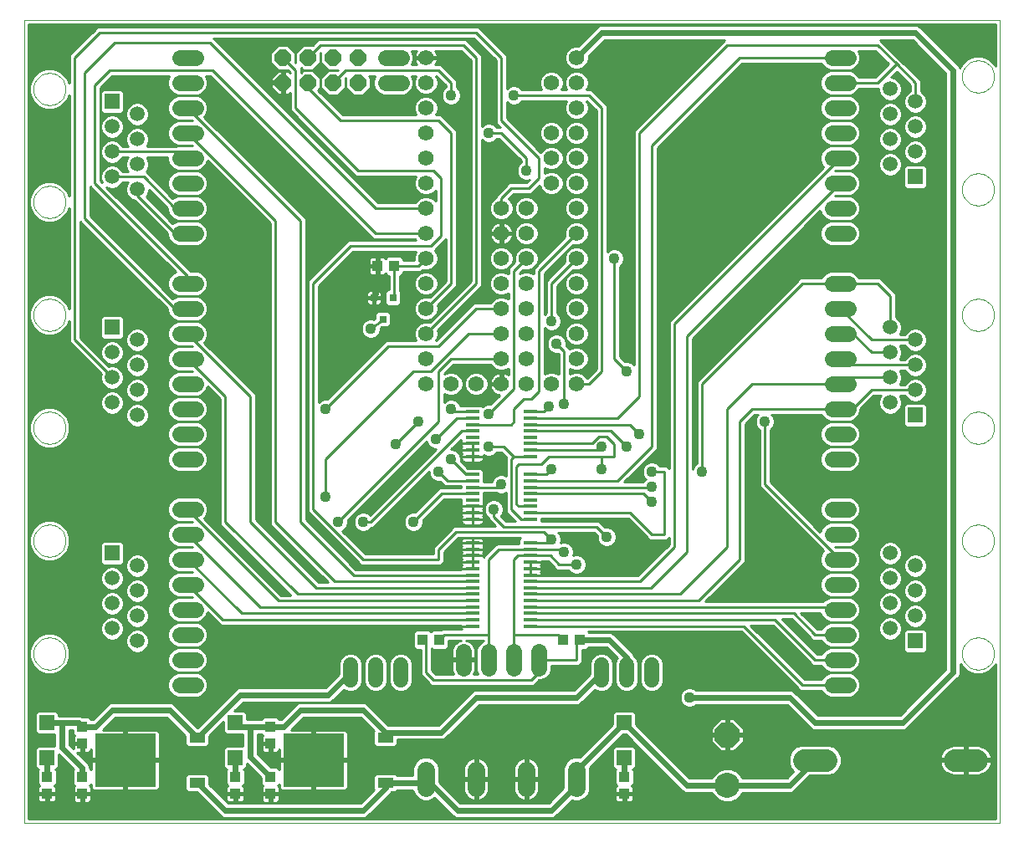
<source format=gtl>
G75*
%MOIN*%
%OFA0B0*%
%FSLAX24Y24*%
%IPPOS*%
%LPD*%
%AMOC8*
5,1,8,0,0,1.08239X$1,22.5*
%
%ADD10C,0.0000*%
%ADD11C,0.1000*%
%ADD12OC8,0.1000*%
%ADD13R,0.0394X0.0433*%
%ADD14C,0.0885*%
%ADD15R,0.2441X0.2126*%
%ADD16R,0.0630X0.0394*%
%ADD17C,0.0600*%
%ADD18R,0.0591X0.0591*%
%ADD19R,0.0300X0.0300*%
%ADD20R,0.0433X0.0394*%
%ADD21C,0.0640*%
%ADD22OC8,0.0640*%
%ADD23C,0.0620*%
%ADD24R,0.0580X0.0140*%
%ADD25C,0.0594*%
%ADD26R,0.0594X0.0594*%
%ADD27C,0.0710*%
%ADD28C,0.0240*%
%ADD29C,0.0100*%
%ADD30C,0.0436*%
D10*
X002204Y001000D02*
X002204Y032996D01*
X041074Y032996D01*
X041074Y001000D01*
X002204Y001000D01*
X002564Y007750D02*
X002566Y007800D01*
X002572Y007850D01*
X002582Y007899D01*
X002595Y007948D01*
X002613Y007995D01*
X002634Y008041D01*
X002658Y008084D01*
X002686Y008126D01*
X002717Y008166D01*
X002751Y008203D01*
X002788Y008237D01*
X002828Y008268D01*
X002870Y008296D01*
X002913Y008320D01*
X002959Y008341D01*
X003006Y008359D01*
X003055Y008372D01*
X003104Y008382D01*
X003154Y008388D01*
X003204Y008390D01*
X003254Y008388D01*
X003304Y008382D01*
X003353Y008372D01*
X003402Y008359D01*
X003449Y008341D01*
X003495Y008320D01*
X003538Y008296D01*
X003580Y008268D01*
X003620Y008237D01*
X003657Y008203D01*
X003691Y008166D01*
X003722Y008126D01*
X003750Y008084D01*
X003774Y008041D01*
X003795Y007995D01*
X003813Y007948D01*
X003826Y007899D01*
X003836Y007850D01*
X003842Y007800D01*
X003844Y007750D01*
X003842Y007700D01*
X003836Y007650D01*
X003826Y007601D01*
X003813Y007552D01*
X003795Y007505D01*
X003774Y007459D01*
X003750Y007416D01*
X003722Y007374D01*
X003691Y007334D01*
X003657Y007297D01*
X003620Y007263D01*
X003580Y007232D01*
X003538Y007204D01*
X003495Y007180D01*
X003449Y007159D01*
X003402Y007141D01*
X003353Y007128D01*
X003304Y007118D01*
X003254Y007112D01*
X003204Y007110D01*
X003154Y007112D01*
X003104Y007118D01*
X003055Y007128D01*
X003006Y007141D01*
X002959Y007159D01*
X002913Y007180D01*
X002870Y007204D01*
X002828Y007232D01*
X002788Y007263D01*
X002751Y007297D01*
X002717Y007334D01*
X002686Y007374D01*
X002658Y007416D01*
X002634Y007459D01*
X002613Y007505D01*
X002595Y007552D01*
X002582Y007601D01*
X002572Y007650D01*
X002566Y007700D01*
X002564Y007750D01*
X002564Y012250D02*
X002566Y012300D01*
X002572Y012350D01*
X002582Y012399D01*
X002595Y012448D01*
X002613Y012495D01*
X002634Y012541D01*
X002658Y012584D01*
X002686Y012626D01*
X002717Y012666D01*
X002751Y012703D01*
X002788Y012737D01*
X002828Y012768D01*
X002870Y012796D01*
X002913Y012820D01*
X002959Y012841D01*
X003006Y012859D01*
X003055Y012872D01*
X003104Y012882D01*
X003154Y012888D01*
X003204Y012890D01*
X003254Y012888D01*
X003304Y012882D01*
X003353Y012872D01*
X003402Y012859D01*
X003449Y012841D01*
X003495Y012820D01*
X003538Y012796D01*
X003580Y012768D01*
X003620Y012737D01*
X003657Y012703D01*
X003691Y012666D01*
X003722Y012626D01*
X003750Y012584D01*
X003774Y012541D01*
X003795Y012495D01*
X003813Y012448D01*
X003826Y012399D01*
X003836Y012350D01*
X003842Y012300D01*
X003844Y012250D01*
X003842Y012200D01*
X003836Y012150D01*
X003826Y012101D01*
X003813Y012052D01*
X003795Y012005D01*
X003774Y011959D01*
X003750Y011916D01*
X003722Y011874D01*
X003691Y011834D01*
X003657Y011797D01*
X003620Y011763D01*
X003580Y011732D01*
X003538Y011704D01*
X003495Y011680D01*
X003449Y011659D01*
X003402Y011641D01*
X003353Y011628D01*
X003304Y011618D01*
X003254Y011612D01*
X003204Y011610D01*
X003154Y011612D01*
X003104Y011618D01*
X003055Y011628D01*
X003006Y011641D01*
X002959Y011659D01*
X002913Y011680D01*
X002870Y011704D01*
X002828Y011732D01*
X002788Y011763D01*
X002751Y011797D01*
X002717Y011834D01*
X002686Y011874D01*
X002658Y011916D01*
X002634Y011959D01*
X002613Y012005D01*
X002595Y012052D01*
X002582Y012101D01*
X002572Y012150D01*
X002566Y012200D01*
X002564Y012250D01*
X002564Y016750D02*
X002566Y016800D01*
X002572Y016850D01*
X002582Y016899D01*
X002595Y016948D01*
X002613Y016995D01*
X002634Y017041D01*
X002658Y017084D01*
X002686Y017126D01*
X002717Y017166D01*
X002751Y017203D01*
X002788Y017237D01*
X002828Y017268D01*
X002870Y017296D01*
X002913Y017320D01*
X002959Y017341D01*
X003006Y017359D01*
X003055Y017372D01*
X003104Y017382D01*
X003154Y017388D01*
X003204Y017390D01*
X003254Y017388D01*
X003304Y017382D01*
X003353Y017372D01*
X003402Y017359D01*
X003449Y017341D01*
X003495Y017320D01*
X003538Y017296D01*
X003580Y017268D01*
X003620Y017237D01*
X003657Y017203D01*
X003691Y017166D01*
X003722Y017126D01*
X003750Y017084D01*
X003774Y017041D01*
X003795Y016995D01*
X003813Y016948D01*
X003826Y016899D01*
X003836Y016850D01*
X003842Y016800D01*
X003844Y016750D01*
X003842Y016700D01*
X003836Y016650D01*
X003826Y016601D01*
X003813Y016552D01*
X003795Y016505D01*
X003774Y016459D01*
X003750Y016416D01*
X003722Y016374D01*
X003691Y016334D01*
X003657Y016297D01*
X003620Y016263D01*
X003580Y016232D01*
X003538Y016204D01*
X003495Y016180D01*
X003449Y016159D01*
X003402Y016141D01*
X003353Y016128D01*
X003304Y016118D01*
X003254Y016112D01*
X003204Y016110D01*
X003154Y016112D01*
X003104Y016118D01*
X003055Y016128D01*
X003006Y016141D01*
X002959Y016159D01*
X002913Y016180D01*
X002870Y016204D01*
X002828Y016232D01*
X002788Y016263D01*
X002751Y016297D01*
X002717Y016334D01*
X002686Y016374D01*
X002658Y016416D01*
X002634Y016459D01*
X002613Y016505D01*
X002595Y016552D01*
X002582Y016601D01*
X002572Y016650D01*
X002566Y016700D01*
X002564Y016750D01*
X002564Y021250D02*
X002566Y021300D01*
X002572Y021350D01*
X002582Y021399D01*
X002595Y021448D01*
X002613Y021495D01*
X002634Y021541D01*
X002658Y021584D01*
X002686Y021626D01*
X002717Y021666D01*
X002751Y021703D01*
X002788Y021737D01*
X002828Y021768D01*
X002870Y021796D01*
X002913Y021820D01*
X002959Y021841D01*
X003006Y021859D01*
X003055Y021872D01*
X003104Y021882D01*
X003154Y021888D01*
X003204Y021890D01*
X003254Y021888D01*
X003304Y021882D01*
X003353Y021872D01*
X003402Y021859D01*
X003449Y021841D01*
X003495Y021820D01*
X003538Y021796D01*
X003580Y021768D01*
X003620Y021737D01*
X003657Y021703D01*
X003691Y021666D01*
X003722Y021626D01*
X003750Y021584D01*
X003774Y021541D01*
X003795Y021495D01*
X003813Y021448D01*
X003826Y021399D01*
X003836Y021350D01*
X003842Y021300D01*
X003844Y021250D01*
X003842Y021200D01*
X003836Y021150D01*
X003826Y021101D01*
X003813Y021052D01*
X003795Y021005D01*
X003774Y020959D01*
X003750Y020916D01*
X003722Y020874D01*
X003691Y020834D01*
X003657Y020797D01*
X003620Y020763D01*
X003580Y020732D01*
X003538Y020704D01*
X003495Y020680D01*
X003449Y020659D01*
X003402Y020641D01*
X003353Y020628D01*
X003304Y020618D01*
X003254Y020612D01*
X003204Y020610D01*
X003154Y020612D01*
X003104Y020618D01*
X003055Y020628D01*
X003006Y020641D01*
X002959Y020659D01*
X002913Y020680D01*
X002870Y020704D01*
X002828Y020732D01*
X002788Y020763D01*
X002751Y020797D01*
X002717Y020834D01*
X002686Y020874D01*
X002658Y020916D01*
X002634Y020959D01*
X002613Y021005D01*
X002595Y021052D01*
X002582Y021101D01*
X002572Y021150D01*
X002566Y021200D01*
X002564Y021250D01*
X002564Y025750D02*
X002566Y025800D01*
X002572Y025850D01*
X002582Y025899D01*
X002595Y025948D01*
X002613Y025995D01*
X002634Y026041D01*
X002658Y026084D01*
X002686Y026126D01*
X002717Y026166D01*
X002751Y026203D01*
X002788Y026237D01*
X002828Y026268D01*
X002870Y026296D01*
X002913Y026320D01*
X002959Y026341D01*
X003006Y026359D01*
X003055Y026372D01*
X003104Y026382D01*
X003154Y026388D01*
X003204Y026390D01*
X003254Y026388D01*
X003304Y026382D01*
X003353Y026372D01*
X003402Y026359D01*
X003449Y026341D01*
X003495Y026320D01*
X003538Y026296D01*
X003580Y026268D01*
X003620Y026237D01*
X003657Y026203D01*
X003691Y026166D01*
X003722Y026126D01*
X003750Y026084D01*
X003774Y026041D01*
X003795Y025995D01*
X003813Y025948D01*
X003826Y025899D01*
X003836Y025850D01*
X003842Y025800D01*
X003844Y025750D01*
X003842Y025700D01*
X003836Y025650D01*
X003826Y025601D01*
X003813Y025552D01*
X003795Y025505D01*
X003774Y025459D01*
X003750Y025416D01*
X003722Y025374D01*
X003691Y025334D01*
X003657Y025297D01*
X003620Y025263D01*
X003580Y025232D01*
X003538Y025204D01*
X003495Y025180D01*
X003449Y025159D01*
X003402Y025141D01*
X003353Y025128D01*
X003304Y025118D01*
X003254Y025112D01*
X003204Y025110D01*
X003154Y025112D01*
X003104Y025118D01*
X003055Y025128D01*
X003006Y025141D01*
X002959Y025159D01*
X002913Y025180D01*
X002870Y025204D01*
X002828Y025232D01*
X002788Y025263D01*
X002751Y025297D01*
X002717Y025334D01*
X002686Y025374D01*
X002658Y025416D01*
X002634Y025459D01*
X002613Y025505D01*
X002595Y025552D01*
X002582Y025601D01*
X002572Y025650D01*
X002566Y025700D01*
X002564Y025750D01*
X002564Y030250D02*
X002566Y030300D01*
X002572Y030350D01*
X002582Y030399D01*
X002595Y030448D01*
X002613Y030495D01*
X002634Y030541D01*
X002658Y030584D01*
X002686Y030626D01*
X002717Y030666D01*
X002751Y030703D01*
X002788Y030737D01*
X002828Y030768D01*
X002870Y030796D01*
X002913Y030820D01*
X002959Y030841D01*
X003006Y030859D01*
X003055Y030872D01*
X003104Y030882D01*
X003154Y030888D01*
X003204Y030890D01*
X003254Y030888D01*
X003304Y030882D01*
X003353Y030872D01*
X003402Y030859D01*
X003449Y030841D01*
X003495Y030820D01*
X003538Y030796D01*
X003580Y030768D01*
X003620Y030737D01*
X003657Y030703D01*
X003691Y030666D01*
X003722Y030626D01*
X003750Y030584D01*
X003774Y030541D01*
X003795Y030495D01*
X003813Y030448D01*
X003826Y030399D01*
X003836Y030350D01*
X003842Y030300D01*
X003844Y030250D01*
X003842Y030200D01*
X003836Y030150D01*
X003826Y030101D01*
X003813Y030052D01*
X003795Y030005D01*
X003774Y029959D01*
X003750Y029916D01*
X003722Y029874D01*
X003691Y029834D01*
X003657Y029797D01*
X003620Y029763D01*
X003580Y029732D01*
X003538Y029704D01*
X003495Y029680D01*
X003449Y029659D01*
X003402Y029641D01*
X003353Y029628D01*
X003304Y029618D01*
X003254Y029612D01*
X003204Y029610D01*
X003154Y029612D01*
X003104Y029618D01*
X003055Y029628D01*
X003006Y029641D01*
X002959Y029659D01*
X002913Y029680D01*
X002870Y029704D01*
X002828Y029732D01*
X002788Y029763D01*
X002751Y029797D01*
X002717Y029834D01*
X002686Y029874D01*
X002658Y029916D01*
X002634Y029959D01*
X002613Y030005D01*
X002595Y030052D01*
X002582Y030101D01*
X002572Y030150D01*
X002566Y030200D01*
X002564Y030250D01*
X039564Y030750D02*
X039566Y030800D01*
X039572Y030850D01*
X039582Y030899D01*
X039595Y030948D01*
X039613Y030995D01*
X039634Y031041D01*
X039658Y031084D01*
X039686Y031126D01*
X039717Y031166D01*
X039751Y031203D01*
X039788Y031237D01*
X039828Y031268D01*
X039870Y031296D01*
X039913Y031320D01*
X039959Y031341D01*
X040006Y031359D01*
X040055Y031372D01*
X040104Y031382D01*
X040154Y031388D01*
X040204Y031390D01*
X040254Y031388D01*
X040304Y031382D01*
X040353Y031372D01*
X040402Y031359D01*
X040449Y031341D01*
X040495Y031320D01*
X040538Y031296D01*
X040580Y031268D01*
X040620Y031237D01*
X040657Y031203D01*
X040691Y031166D01*
X040722Y031126D01*
X040750Y031084D01*
X040774Y031041D01*
X040795Y030995D01*
X040813Y030948D01*
X040826Y030899D01*
X040836Y030850D01*
X040842Y030800D01*
X040844Y030750D01*
X040842Y030700D01*
X040836Y030650D01*
X040826Y030601D01*
X040813Y030552D01*
X040795Y030505D01*
X040774Y030459D01*
X040750Y030416D01*
X040722Y030374D01*
X040691Y030334D01*
X040657Y030297D01*
X040620Y030263D01*
X040580Y030232D01*
X040538Y030204D01*
X040495Y030180D01*
X040449Y030159D01*
X040402Y030141D01*
X040353Y030128D01*
X040304Y030118D01*
X040254Y030112D01*
X040204Y030110D01*
X040154Y030112D01*
X040104Y030118D01*
X040055Y030128D01*
X040006Y030141D01*
X039959Y030159D01*
X039913Y030180D01*
X039870Y030204D01*
X039828Y030232D01*
X039788Y030263D01*
X039751Y030297D01*
X039717Y030334D01*
X039686Y030374D01*
X039658Y030416D01*
X039634Y030459D01*
X039613Y030505D01*
X039595Y030552D01*
X039582Y030601D01*
X039572Y030650D01*
X039566Y030700D01*
X039564Y030750D01*
X039564Y026250D02*
X039566Y026300D01*
X039572Y026350D01*
X039582Y026399D01*
X039595Y026448D01*
X039613Y026495D01*
X039634Y026541D01*
X039658Y026584D01*
X039686Y026626D01*
X039717Y026666D01*
X039751Y026703D01*
X039788Y026737D01*
X039828Y026768D01*
X039870Y026796D01*
X039913Y026820D01*
X039959Y026841D01*
X040006Y026859D01*
X040055Y026872D01*
X040104Y026882D01*
X040154Y026888D01*
X040204Y026890D01*
X040254Y026888D01*
X040304Y026882D01*
X040353Y026872D01*
X040402Y026859D01*
X040449Y026841D01*
X040495Y026820D01*
X040538Y026796D01*
X040580Y026768D01*
X040620Y026737D01*
X040657Y026703D01*
X040691Y026666D01*
X040722Y026626D01*
X040750Y026584D01*
X040774Y026541D01*
X040795Y026495D01*
X040813Y026448D01*
X040826Y026399D01*
X040836Y026350D01*
X040842Y026300D01*
X040844Y026250D01*
X040842Y026200D01*
X040836Y026150D01*
X040826Y026101D01*
X040813Y026052D01*
X040795Y026005D01*
X040774Y025959D01*
X040750Y025916D01*
X040722Y025874D01*
X040691Y025834D01*
X040657Y025797D01*
X040620Y025763D01*
X040580Y025732D01*
X040538Y025704D01*
X040495Y025680D01*
X040449Y025659D01*
X040402Y025641D01*
X040353Y025628D01*
X040304Y025618D01*
X040254Y025612D01*
X040204Y025610D01*
X040154Y025612D01*
X040104Y025618D01*
X040055Y025628D01*
X040006Y025641D01*
X039959Y025659D01*
X039913Y025680D01*
X039870Y025704D01*
X039828Y025732D01*
X039788Y025763D01*
X039751Y025797D01*
X039717Y025834D01*
X039686Y025874D01*
X039658Y025916D01*
X039634Y025959D01*
X039613Y026005D01*
X039595Y026052D01*
X039582Y026101D01*
X039572Y026150D01*
X039566Y026200D01*
X039564Y026250D01*
X039564Y021250D02*
X039566Y021300D01*
X039572Y021350D01*
X039582Y021399D01*
X039595Y021448D01*
X039613Y021495D01*
X039634Y021541D01*
X039658Y021584D01*
X039686Y021626D01*
X039717Y021666D01*
X039751Y021703D01*
X039788Y021737D01*
X039828Y021768D01*
X039870Y021796D01*
X039913Y021820D01*
X039959Y021841D01*
X040006Y021859D01*
X040055Y021872D01*
X040104Y021882D01*
X040154Y021888D01*
X040204Y021890D01*
X040254Y021888D01*
X040304Y021882D01*
X040353Y021872D01*
X040402Y021859D01*
X040449Y021841D01*
X040495Y021820D01*
X040538Y021796D01*
X040580Y021768D01*
X040620Y021737D01*
X040657Y021703D01*
X040691Y021666D01*
X040722Y021626D01*
X040750Y021584D01*
X040774Y021541D01*
X040795Y021495D01*
X040813Y021448D01*
X040826Y021399D01*
X040836Y021350D01*
X040842Y021300D01*
X040844Y021250D01*
X040842Y021200D01*
X040836Y021150D01*
X040826Y021101D01*
X040813Y021052D01*
X040795Y021005D01*
X040774Y020959D01*
X040750Y020916D01*
X040722Y020874D01*
X040691Y020834D01*
X040657Y020797D01*
X040620Y020763D01*
X040580Y020732D01*
X040538Y020704D01*
X040495Y020680D01*
X040449Y020659D01*
X040402Y020641D01*
X040353Y020628D01*
X040304Y020618D01*
X040254Y020612D01*
X040204Y020610D01*
X040154Y020612D01*
X040104Y020618D01*
X040055Y020628D01*
X040006Y020641D01*
X039959Y020659D01*
X039913Y020680D01*
X039870Y020704D01*
X039828Y020732D01*
X039788Y020763D01*
X039751Y020797D01*
X039717Y020834D01*
X039686Y020874D01*
X039658Y020916D01*
X039634Y020959D01*
X039613Y021005D01*
X039595Y021052D01*
X039582Y021101D01*
X039572Y021150D01*
X039566Y021200D01*
X039564Y021250D01*
X039564Y016750D02*
X039566Y016800D01*
X039572Y016850D01*
X039582Y016899D01*
X039595Y016948D01*
X039613Y016995D01*
X039634Y017041D01*
X039658Y017084D01*
X039686Y017126D01*
X039717Y017166D01*
X039751Y017203D01*
X039788Y017237D01*
X039828Y017268D01*
X039870Y017296D01*
X039913Y017320D01*
X039959Y017341D01*
X040006Y017359D01*
X040055Y017372D01*
X040104Y017382D01*
X040154Y017388D01*
X040204Y017390D01*
X040254Y017388D01*
X040304Y017382D01*
X040353Y017372D01*
X040402Y017359D01*
X040449Y017341D01*
X040495Y017320D01*
X040538Y017296D01*
X040580Y017268D01*
X040620Y017237D01*
X040657Y017203D01*
X040691Y017166D01*
X040722Y017126D01*
X040750Y017084D01*
X040774Y017041D01*
X040795Y016995D01*
X040813Y016948D01*
X040826Y016899D01*
X040836Y016850D01*
X040842Y016800D01*
X040844Y016750D01*
X040842Y016700D01*
X040836Y016650D01*
X040826Y016601D01*
X040813Y016552D01*
X040795Y016505D01*
X040774Y016459D01*
X040750Y016416D01*
X040722Y016374D01*
X040691Y016334D01*
X040657Y016297D01*
X040620Y016263D01*
X040580Y016232D01*
X040538Y016204D01*
X040495Y016180D01*
X040449Y016159D01*
X040402Y016141D01*
X040353Y016128D01*
X040304Y016118D01*
X040254Y016112D01*
X040204Y016110D01*
X040154Y016112D01*
X040104Y016118D01*
X040055Y016128D01*
X040006Y016141D01*
X039959Y016159D01*
X039913Y016180D01*
X039870Y016204D01*
X039828Y016232D01*
X039788Y016263D01*
X039751Y016297D01*
X039717Y016334D01*
X039686Y016374D01*
X039658Y016416D01*
X039634Y016459D01*
X039613Y016505D01*
X039595Y016552D01*
X039582Y016601D01*
X039572Y016650D01*
X039566Y016700D01*
X039564Y016750D01*
X039564Y012250D02*
X039566Y012300D01*
X039572Y012350D01*
X039582Y012399D01*
X039595Y012448D01*
X039613Y012495D01*
X039634Y012541D01*
X039658Y012584D01*
X039686Y012626D01*
X039717Y012666D01*
X039751Y012703D01*
X039788Y012737D01*
X039828Y012768D01*
X039870Y012796D01*
X039913Y012820D01*
X039959Y012841D01*
X040006Y012859D01*
X040055Y012872D01*
X040104Y012882D01*
X040154Y012888D01*
X040204Y012890D01*
X040254Y012888D01*
X040304Y012882D01*
X040353Y012872D01*
X040402Y012859D01*
X040449Y012841D01*
X040495Y012820D01*
X040538Y012796D01*
X040580Y012768D01*
X040620Y012737D01*
X040657Y012703D01*
X040691Y012666D01*
X040722Y012626D01*
X040750Y012584D01*
X040774Y012541D01*
X040795Y012495D01*
X040813Y012448D01*
X040826Y012399D01*
X040836Y012350D01*
X040842Y012300D01*
X040844Y012250D01*
X040842Y012200D01*
X040836Y012150D01*
X040826Y012101D01*
X040813Y012052D01*
X040795Y012005D01*
X040774Y011959D01*
X040750Y011916D01*
X040722Y011874D01*
X040691Y011834D01*
X040657Y011797D01*
X040620Y011763D01*
X040580Y011732D01*
X040538Y011704D01*
X040495Y011680D01*
X040449Y011659D01*
X040402Y011641D01*
X040353Y011628D01*
X040304Y011618D01*
X040254Y011612D01*
X040204Y011610D01*
X040154Y011612D01*
X040104Y011618D01*
X040055Y011628D01*
X040006Y011641D01*
X039959Y011659D01*
X039913Y011680D01*
X039870Y011704D01*
X039828Y011732D01*
X039788Y011763D01*
X039751Y011797D01*
X039717Y011834D01*
X039686Y011874D01*
X039658Y011916D01*
X039634Y011959D01*
X039613Y012005D01*
X039595Y012052D01*
X039582Y012101D01*
X039572Y012150D01*
X039566Y012200D01*
X039564Y012250D01*
X039564Y007750D02*
X039566Y007800D01*
X039572Y007850D01*
X039582Y007899D01*
X039595Y007948D01*
X039613Y007995D01*
X039634Y008041D01*
X039658Y008084D01*
X039686Y008126D01*
X039717Y008166D01*
X039751Y008203D01*
X039788Y008237D01*
X039828Y008268D01*
X039870Y008296D01*
X039913Y008320D01*
X039959Y008341D01*
X040006Y008359D01*
X040055Y008372D01*
X040104Y008382D01*
X040154Y008388D01*
X040204Y008390D01*
X040254Y008388D01*
X040304Y008382D01*
X040353Y008372D01*
X040402Y008359D01*
X040449Y008341D01*
X040495Y008320D01*
X040538Y008296D01*
X040580Y008268D01*
X040620Y008237D01*
X040657Y008203D01*
X040691Y008166D01*
X040722Y008126D01*
X040750Y008084D01*
X040774Y008041D01*
X040795Y007995D01*
X040813Y007948D01*
X040826Y007899D01*
X040836Y007850D01*
X040842Y007800D01*
X040844Y007750D01*
X040842Y007700D01*
X040836Y007650D01*
X040826Y007601D01*
X040813Y007552D01*
X040795Y007505D01*
X040774Y007459D01*
X040750Y007416D01*
X040722Y007374D01*
X040691Y007334D01*
X040657Y007297D01*
X040620Y007263D01*
X040580Y007232D01*
X040538Y007204D01*
X040495Y007180D01*
X040449Y007159D01*
X040402Y007141D01*
X040353Y007128D01*
X040304Y007118D01*
X040254Y007112D01*
X040204Y007110D01*
X040154Y007112D01*
X040104Y007118D01*
X040055Y007128D01*
X040006Y007141D01*
X039959Y007159D01*
X039913Y007180D01*
X039870Y007204D01*
X039828Y007232D01*
X039788Y007263D01*
X039751Y007297D01*
X039717Y007334D01*
X039686Y007374D01*
X039658Y007416D01*
X039634Y007459D01*
X039613Y007505D01*
X039595Y007552D01*
X039582Y007601D01*
X039572Y007650D01*
X039566Y007700D01*
X039564Y007750D01*
D11*
X030204Y002500D03*
D12*
X030204Y004500D03*
D13*
X024338Y008300D03*
X023669Y008300D03*
X018738Y008300D03*
X018069Y008300D03*
X012004Y004835D03*
X012004Y004165D03*
X012004Y002835D03*
X012004Y002165D03*
X004504Y002165D03*
X004504Y002835D03*
X004504Y004165D03*
X004504Y004835D03*
X016269Y023200D03*
X016938Y023200D03*
D14*
X033261Y003500D02*
X034146Y003500D01*
X039261Y003500D02*
X040146Y003500D01*
D15*
X013720Y003500D03*
X006220Y003500D03*
D16*
X009094Y002602D03*
X009094Y004398D03*
X016594Y004398D03*
X016594Y002602D03*
D17*
X016204Y006700D02*
X016204Y007300D01*
X017204Y007300D02*
X017204Y006700D01*
X015204Y006700D02*
X015204Y007300D01*
X025204Y007300D02*
X025204Y006700D01*
X026204Y006700D02*
X026204Y007300D01*
X027204Y007300D02*
X027204Y006700D01*
D18*
X026104Y004989D03*
X026104Y003611D03*
X010604Y003611D03*
X010604Y004989D03*
X003104Y004989D03*
X003104Y003611D03*
D19*
X016494Y021080D03*
X016134Y021934D03*
X016889Y021934D03*
D20*
X010604Y002835D03*
X010604Y002165D03*
X003104Y002165D03*
X003104Y002835D03*
X026104Y002835D03*
X026104Y002165D03*
D21*
X022704Y007180D02*
X022704Y007820D01*
X021704Y007820D02*
X021704Y007180D01*
X020704Y007180D02*
X020704Y007820D01*
X019704Y007820D02*
X019704Y007180D01*
X009024Y007500D02*
X008384Y007500D01*
X008384Y006500D02*
X009024Y006500D01*
X009024Y008500D02*
X008384Y008500D01*
X008384Y009500D02*
X009024Y009500D01*
X009024Y010500D02*
X008384Y010500D01*
X008384Y011500D02*
X009024Y011500D01*
X009024Y012500D02*
X008384Y012500D01*
X008384Y013500D02*
X009024Y013500D01*
X009024Y015500D02*
X008384Y015500D01*
X008384Y016500D02*
X009024Y016500D01*
X009024Y017500D02*
X008384Y017500D01*
X008384Y018500D02*
X009024Y018500D01*
X009024Y019500D02*
X008384Y019500D01*
X008384Y020500D02*
X009024Y020500D01*
X009024Y021500D02*
X008384Y021500D01*
X008384Y022500D02*
X009024Y022500D01*
X009024Y024500D02*
X008384Y024500D01*
X008384Y025500D02*
X009024Y025500D01*
X009024Y026500D02*
X008384Y026500D01*
X008384Y027500D02*
X009024Y027500D01*
X009024Y028500D02*
X008384Y028500D01*
X008384Y029500D02*
X009024Y029500D01*
X009024Y030500D02*
X008384Y030500D01*
X008384Y031500D02*
X009024Y031500D01*
X016584Y031500D02*
X017224Y031500D01*
X017224Y030500D02*
X016584Y030500D01*
X034384Y030500D02*
X035024Y030500D01*
X035024Y031500D02*
X034384Y031500D01*
X034384Y029500D02*
X035024Y029500D01*
X035024Y028500D02*
X034384Y028500D01*
X034384Y027500D02*
X035024Y027500D01*
X035024Y026500D02*
X034384Y026500D01*
X034384Y025500D02*
X035024Y025500D01*
X035024Y024500D02*
X034384Y024500D01*
X034384Y022500D02*
X035024Y022500D01*
X035024Y021500D02*
X034384Y021500D01*
X034384Y020500D02*
X035024Y020500D01*
X035024Y019500D02*
X034384Y019500D01*
X034384Y018500D02*
X035024Y018500D01*
X035024Y017500D02*
X034384Y017500D01*
X034384Y016500D02*
X035024Y016500D01*
X035024Y015500D02*
X034384Y015500D01*
X034384Y013500D02*
X035024Y013500D01*
X035024Y012500D02*
X034384Y012500D01*
X034384Y011500D02*
X035024Y011500D01*
X035024Y010500D02*
X034384Y010500D01*
X034384Y009500D02*
X035024Y009500D01*
X035024Y008500D02*
X034384Y008500D01*
X034384Y007500D02*
X035024Y007500D01*
X035024Y006500D02*
X034384Y006500D01*
D22*
X015504Y030500D03*
X014504Y030500D03*
X013504Y030500D03*
X013504Y031500D03*
X014504Y031500D03*
X015504Y031500D03*
X012504Y031500D03*
X012504Y030500D03*
D23*
X018204Y030500D03*
X018204Y031500D03*
X018204Y029500D03*
X018204Y028500D03*
X018204Y027500D03*
X018204Y026500D03*
X018204Y025500D03*
X018204Y024500D03*
X018204Y023500D03*
X018204Y022500D03*
X018204Y021500D03*
X018204Y020500D03*
X018204Y019500D03*
X018204Y018500D03*
X019204Y018500D03*
X020204Y018500D03*
X021204Y018500D03*
X022204Y018500D03*
X023204Y018500D03*
X024204Y018500D03*
X024204Y019500D03*
X024204Y020500D03*
X024204Y021500D03*
X024204Y022500D03*
X024204Y023500D03*
X024204Y024500D03*
X024204Y025500D03*
X024204Y026500D03*
X023204Y026500D03*
X023204Y027500D03*
X024204Y027500D03*
X024204Y028500D03*
X023204Y028500D03*
X024204Y029500D03*
X024204Y030500D03*
X023204Y030500D03*
X024204Y031500D03*
X022204Y025500D03*
X022204Y024500D03*
X022204Y023500D03*
X022204Y022500D03*
X022204Y021500D03*
X022204Y020500D03*
X022204Y019500D03*
X021204Y019500D03*
X021204Y020500D03*
X021204Y021500D03*
X021204Y022500D03*
X021204Y023500D03*
X021204Y024500D03*
X021204Y025500D03*
D24*
X022354Y017400D03*
X022354Y017140D03*
X022354Y016880D03*
X022354Y016630D03*
X022354Y016370D03*
X022354Y016120D03*
X022354Y015860D03*
X022354Y015600D03*
X022354Y014900D03*
X022354Y014640D03*
X022354Y014380D03*
X022354Y014130D03*
X022354Y013870D03*
X022354Y013620D03*
X022354Y013360D03*
X022354Y013100D03*
X022354Y012160D03*
X022354Y011910D03*
X022354Y011650D03*
X022354Y011400D03*
X022354Y011140D03*
X022354Y010880D03*
X022354Y010630D03*
X022354Y010370D03*
X022354Y010120D03*
X022354Y009860D03*
X022354Y009600D03*
X022354Y009350D03*
X022354Y009090D03*
X022354Y008840D03*
X020054Y008840D03*
X020054Y009090D03*
X020054Y009350D03*
X020054Y009600D03*
X020054Y009860D03*
X020054Y010120D03*
X020054Y010370D03*
X020054Y010630D03*
X020054Y010880D03*
X020054Y011140D03*
X020054Y011400D03*
X020054Y011650D03*
X020054Y011910D03*
X020054Y012160D03*
X020054Y013100D03*
X020054Y013360D03*
X020054Y013620D03*
X020054Y013870D03*
X020054Y014130D03*
X020054Y014380D03*
X020054Y014640D03*
X020054Y014900D03*
X020054Y015600D03*
X020054Y015860D03*
X020054Y016120D03*
X020054Y016370D03*
X020054Y016630D03*
X020054Y016880D03*
X020054Y017140D03*
X020054Y017400D03*
D25*
X006704Y017250D03*
X005704Y017750D03*
X006704Y018250D03*
X005704Y018750D03*
X006704Y019250D03*
X005704Y019750D03*
X006704Y020250D03*
X006704Y026250D03*
X005704Y026750D03*
X006704Y027250D03*
X005704Y027750D03*
X006704Y028250D03*
X005704Y028750D03*
X006704Y029250D03*
X006704Y011250D03*
X005704Y010750D03*
X006704Y010250D03*
X005704Y009750D03*
X006704Y009250D03*
X005704Y008750D03*
X006704Y008250D03*
X036704Y008750D03*
X037704Y009250D03*
X036704Y009750D03*
X037704Y010250D03*
X036704Y010750D03*
X037704Y011250D03*
X036704Y011750D03*
X036704Y017750D03*
X037704Y018250D03*
X036704Y018750D03*
X037704Y019250D03*
X036704Y019750D03*
X037704Y020250D03*
X036704Y020750D03*
X036704Y027250D03*
X037704Y027750D03*
X036704Y028250D03*
X037704Y028750D03*
X036704Y029250D03*
X037704Y029750D03*
X036704Y030250D03*
D26*
X037704Y026750D03*
X037704Y017250D03*
X037704Y008250D03*
X005704Y011750D03*
X005704Y020750D03*
X005704Y029750D03*
D27*
X018204Y003105D02*
X018204Y002395D01*
X020204Y002395D02*
X020204Y003105D01*
X022204Y003105D02*
X022204Y002395D01*
X024204Y002395D02*
X024204Y003105D01*
D28*
X024204Y003089D02*
X024204Y002750D01*
X024204Y002500D01*
X023204Y001500D01*
X019454Y001500D01*
X018204Y002750D01*
X018056Y002602D01*
X016594Y002602D01*
X016594Y002390D01*
X015704Y001500D01*
X010196Y001500D01*
X009094Y002602D01*
X010604Y002835D02*
X010604Y003611D01*
X011204Y003635D02*
X011204Y004835D01*
X012004Y004835D01*
X012538Y004835D01*
X013204Y005500D01*
X015704Y005500D01*
X016594Y004610D01*
X018814Y004610D01*
X020204Y006000D01*
X024204Y006000D01*
X025204Y007000D01*
X026204Y007000D02*
X026204Y007600D01*
X025504Y008300D01*
X024338Y008300D01*
X026104Y004989D02*
X028593Y002500D01*
X030204Y002500D01*
X032704Y002500D01*
X033704Y003500D01*
X033704Y005000D02*
X037204Y005000D01*
X039204Y007000D01*
X039204Y031000D01*
X037704Y032500D01*
X025204Y032500D01*
X024204Y031500D01*
X015204Y007000D02*
X014304Y006100D01*
X010796Y006100D01*
X009094Y004398D01*
X007991Y005500D01*
X005704Y005500D01*
X005038Y004835D01*
X004504Y004835D01*
X004349Y004989D01*
X003704Y004989D01*
X003704Y004000D01*
X004504Y003200D01*
X004504Y002835D01*
X003104Y002835D02*
X003104Y003611D01*
X003104Y004989D02*
X003704Y004989D01*
X010604Y004989D02*
X010758Y004835D01*
X011204Y004835D01*
X011204Y003635D02*
X012004Y002835D01*
X016594Y004398D02*
X016594Y004610D01*
X024204Y003089D02*
X026104Y004989D01*
X026104Y003611D02*
X026104Y002835D01*
X028704Y006000D02*
X032704Y006000D01*
X033704Y005000D01*
D29*
X033704Y004710D02*
X033704Y004112D01*
X033804Y004112D02*
X033804Y004710D01*
X033904Y004710D02*
X033904Y004112D01*
X034004Y004112D02*
X034004Y004710D01*
X034104Y004710D02*
X034104Y004112D01*
X034204Y004112D02*
X034204Y004710D01*
X034304Y004710D02*
X034304Y004098D01*
X034298Y004100D02*
X040904Y004100D01*
X040904Y004200D02*
X030823Y004200D01*
X030804Y004181D02*
X030804Y002802D01*
X030805Y002800D02*
X032594Y002800D01*
X032604Y002810D02*
X032604Y005690D01*
X032594Y005700D02*
X028953Y005700D01*
X028963Y005710D02*
X032584Y005710D01*
X033458Y004836D01*
X033540Y004754D01*
X033646Y004710D01*
X037261Y004710D01*
X037368Y004754D01*
X039368Y006754D01*
X039450Y006836D01*
X039494Y006942D01*
X039494Y007347D01*
X039517Y007291D01*
X039745Y007063D01*
X040043Y006940D01*
X040365Y006940D01*
X040663Y007063D01*
X040890Y007291D01*
X040904Y007324D01*
X040904Y001170D01*
X002374Y001170D01*
X002374Y032826D01*
X040904Y032826D01*
X040904Y031176D01*
X040890Y031209D01*
X040663Y031437D01*
X040365Y031560D01*
X040043Y031560D01*
X039745Y031437D01*
X039517Y031209D01*
X039474Y031105D01*
X039450Y031164D01*
X037950Y032664D01*
X037868Y032746D01*
X037761Y032790D01*
X025146Y032790D01*
X025040Y032746D01*
X024274Y031980D01*
X024108Y031980D01*
X023932Y031907D01*
X023797Y031772D01*
X023724Y031595D01*
X023724Y031405D01*
X023797Y031228D01*
X023932Y031093D01*
X024108Y031020D01*
X024299Y031020D01*
X024476Y031093D01*
X024611Y031228D01*
X024684Y031405D01*
X024684Y031570D01*
X025324Y032210D01*
X030103Y032210D01*
X029984Y032091D01*
X026484Y028591D01*
X026484Y019269D01*
X026424Y019329D01*
X026281Y019388D01*
X026127Y019388D01*
X025924Y019591D01*
X025924Y023171D01*
X026033Y023280D01*
X026092Y023423D01*
X026092Y023577D01*
X026033Y023720D01*
X025924Y023829D01*
X025781Y023888D01*
X025627Y023888D01*
X025484Y023829D01*
X025424Y023769D01*
X025424Y029591D01*
X024924Y030091D01*
X024795Y030220D01*
X024603Y030220D01*
X024611Y030228D01*
X024684Y030405D01*
X024684Y030595D01*
X024611Y030772D01*
X024476Y030907D01*
X024299Y030980D01*
X024108Y030980D01*
X023932Y030907D01*
X023797Y030772D01*
X023724Y030595D01*
X023724Y030405D01*
X023797Y030228D01*
X023805Y030220D01*
X023603Y030220D01*
X023611Y030228D01*
X023684Y030405D01*
X023684Y030595D01*
X023611Y030772D01*
X023476Y030907D01*
X023299Y030980D01*
X023108Y030980D01*
X022932Y030907D01*
X022797Y030772D01*
X022724Y030595D01*
X022724Y030405D01*
X022797Y030228D01*
X022805Y030220D01*
X022033Y030220D01*
X021924Y030329D01*
X021781Y030388D01*
X021627Y030388D01*
X021484Y030329D01*
X021424Y030269D01*
X021424Y031591D01*
X020424Y032591D01*
X020295Y032720D01*
X005113Y032720D01*
X004984Y032591D01*
X004113Y031720D01*
X003984Y031591D01*
X003984Y030484D01*
X003890Y030709D01*
X003663Y030937D01*
X003365Y031060D01*
X003043Y031060D01*
X002745Y030937D01*
X002517Y030709D01*
X002394Y030411D01*
X002394Y030089D01*
X002517Y029791D01*
X002745Y029563D01*
X003043Y029440D01*
X003365Y029440D01*
X003663Y029563D01*
X003890Y029791D01*
X003984Y030016D01*
X003984Y025984D01*
X003890Y026209D01*
X003663Y026437D01*
X003365Y026560D01*
X003043Y026560D01*
X002745Y026437D01*
X002517Y026209D01*
X002394Y025911D01*
X002394Y025589D01*
X002517Y025291D01*
X002745Y025063D01*
X003043Y024940D01*
X003365Y024940D01*
X003663Y025063D01*
X003890Y025291D01*
X003984Y025516D01*
X003984Y021484D01*
X003890Y021709D01*
X003663Y021937D01*
X003365Y022060D01*
X003043Y022060D01*
X002745Y021937D01*
X002517Y021709D01*
X002394Y021411D01*
X002394Y021089D01*
X002517Y020791D01*
X002745Y020563D01*
X003043Y020440D01*
X003365Y020440D01*
X003663Y020563D01*
X003890Y020791D01*
X003984Y021016D01*
X003984Y020159D01*
X005255Y018888D01*
X005237Y018843D01*
X005237Y018657D01*
X005308Y018485D01*
X005439Y018354D01*
X005611Y018283D01*
X005797Y018283D01*
X005968Y018354D01*
X006100Y018485D01*
X006171Y018657D01*
X006171Y018843D01*
X006100Y019015D01*
X005968Y019146D01*
X005797Y019217D01*
X005611Y019217D01*
X005566Y019199D01*
X004424Y020341D01*
X004424Y024969D01*
X004513Y024880D01*
X007894Y021499D01*
X007894Y021403D01*
X007968Y021222D01*
X008106Y021085D01*
X008286Y021010D01*
X009121Y021010D01*
X009301Y021085D01*
X009439Y021222D01*
X009514Y021403D01*
X009514Y021597D01*
X009439Y021778D01*
X009301Y021915D01*
X009121Y021990D01*
X008286Y021990D01*
X008106Y021915D01*
X008103Y021912D01*
X004824Y025191D01*
X004824Y026369D01*
X004913Y026280D01*
X008227Y022965D01*
X008106Y022915D01*
X007968Y022778D01*
X007894Y022597D01*
X007894Y022403D01*
X007968Y022222D01*
X008106Y022085D01*
X008286Y022010D01*
X009121Y022010D01*
X009301Y022085D01*
X009439Y022222D01*
X009514Y022403D01*
X009514Y022597D01*
X009439Y022778D01*
X009301Y022915D01*
X009121Y022990D01*
X008825Y022990D01*
X005476Y026339D01*
X005611Y026283D01*
X005797Y026283D01*
X005968Y026354D01*
X006100Y026485D01*
X006118Y026530D01*
X006323Y026530D01*
X006308Y026515D01*
X006237Y026343D01*
X006237Y026157D01*
X006308Y025985D01*
X006439Y025854D01*
X006609Y025784D01*
X007894Y024499D01*
X007894Y024403D01*
X007968Y024222D01*
X008106Y024085D01*
X008286Y024010D01*
X009121Y024010D01*
X009301Y024085D01*
X009439Y024222D01*
X009514Y024403D01*
X009514Y024597D01*
X009439Y024778D01*
X009301Y024915D01*
X009121Y024990D01*
X008286Y024990D01*
X008106Y024915D01*
X008103Y024912D01*
X007065Y025950D01*
X007100Y025985D01*
X007171Y026157D01*
X007171Y026222D01*
X007894Y025499D01*
X007894Y025403D01*
X007968Y025222D01*
X008106Y025085D01*
X008286Y025010D01*
X009121Y025010D01*
X009301Y025085D01*
X009439Y025222D01*
X009514Y025403D01*
X009514Y025597D01*
X009439Y025778D01*
X009301Y025915D01*
X009121Y025990D01*
X008286Y025990D01*
X008106Y025915D01*
X008103Y025912D01*
X007065Y026950D01*
X007100Y026985D01*
X007171Y027157D01*
X007171Y027343D01*
X007100Y027515D01*
X007084Y027530D01*
X007894Y027530D01*
X007894Y027403D01*
X007968Y027222D01*
X008106Y027085D01*
X008286Y027010D01*
X009121Y027010D01*
X009301Y027085D01*
X009439Y027222D01*
X009507Y027386D01*
X011984Y024909D01*
X011984Y012909D01*
X012113Y012780D01*
X014303Y010590D01*
X013925Y010590D01*
X011424Y013091D01*
X011424Y018091D01*
X009366Y020149D01*
X009439Y020222D01*
X009514Y020403D01*
X009514Y020597D01*
X009439Y020778D01*
X009301Y020915D01*
X009121Y020990D01*
X008286Y020990D01*
X008106Y020915D01*
X007968Y020778D01*
X007894Y020597D01*
X007894Y020403D01*
X007968Y020222D01*
X008106Y020085D01*
X008286Y020010D01*
X008883Y020010D01*
X008903Y019990D01*
X008286Y019990D01*
X008106Y019915D01*
X007968Y019778D01*
X007894Y019597D01*
X007894Y019403D01*
X007968Y019222D01*
X008106Y019085D01*
X008286Y019010D01*
X008883Y019010D01*
X008903Y018990D01*
X008286Y018990D01*
X008106Y018915D01*
X007968Y018778D01*
X007894Y018597D01*
X007894Y018403D01*
X007968Y018222D01*
X008106Y018085D01*
X008286Y018010D01*
X009121Y018010D01*
X009301Y018085D01*
X009439Y018222D01*
X009507Y018386D01*
X009984Y017909D01*
X009984Y012909D01*
X010113Y012780D01*
X012813Y010080D01*
X012435Y010080D01*
X009366Y013149D01*
X009439Y013222D01*
X009514Y013403D01*
X009514Y013597D01*
X009439Y013778D01*
X009301Y013915D01*
X009121Y013990D01*
X008286Y013990D01*
X008106Y013915D01*
X007968Y013778D01*
X007894Y013597D01*
X007894Y013403D01*
X007968Y013222D01*
X008106Y013085D01*
X008286Y013010D01*
X008883Y013010D01*
X008903Y012990D01*
X008286Y012990D01*
X008106Y012915D01*
X007968Y012778D01*
X007894Y012597D01*
X007894Y012403D01*
X007968Y012222D01*
X008106Y012085D01*
X008286Y012010D01*
X008883Y012010D01*
X008903Y011990D01*
X008286Y011990D01*
X008106Y011915D01*
X007968Y011778D01*
X007894Y011597D01*
X007894Y011403D01*
X007968Y011222D01*
X008106Y011085D01*
X008286Y011010D01*
X008883Y011010D01*
X008903Y010990D01*
X008286Y010990D01*
X008106Y010915D01*
X007968Y010778D01*
X007894Y010597D01*
X007894Y010403D01*
X007968Y010222D01*
X008106Y010085D01*
X008286Y010010D01*
X008883Y010010D01*
X008903Y009990D01*
X008286Y009990D01*
X008106Y009915D01*
X007968Y009778D01*
X007894Y009597D01*
X007894Y009403D01*
X007968Y009222D01*
X008106Y009085D01*
X008286Y009010D01*
X009121Y009010D01*
X009301Y009085D01*
X009439Y009222D01*
X009507Y009386D01*
X010023Y008870D01*
X019614Y008870D01*
X019614Y008840D01*
X019614Y008750D01*
X019622Y008720D01*
X018847Y008720D01*
X018814Y008687D01*
X018471Y008687D01*
X018404Y008619D01*
X018404Y008870D01*
X018504Y008870D02*
X018504Y008687D01*
X018604Y008687D02*
X018604Y008870D01*
X018704Y008870D02*
X018704Y008687D01*
X018804Y008687D02*
X018804Y008870D01*
X018904Y008870D02*
X018904Y008720D01*
X018827Y008700D02*
X009471Y008700D01*
X009439Y008778D02*
X009301Y008915D01*
X009121Y008990D01*
X008286Y008990D01*
X008106Y008915D01*
X007968Y008778D01*
X007894Y008597D01*
X007894Y008403D01*
X007968Y008222D01*
X008106Y008085D01*
X008286Y008010D01*
X009121Y008010D01*
X009301Y008085D01*
X009439Y008222D01*
X009514Y008403D01*
X009514Y008597D01*
X009439Y008778D01*
X009417Y008800D02*
X019614Y008800D01*
X019614Y008840D02*
X020054Y008840D01*
X020054Y008840D01*
X019614Y008840D01*
X019604Y008870D02*
X019604Y008720D01*
X019504Y008720D02*
X019504Y008870D01*
X019404Y008870D02*
X019404Y008720D01*
X019304Y008720D02*
X019304Y008870D01*
X019204Y008870D02*
X019204Y008720D01*
X019104Y008720D02*
X019104Y008870D01*
X019004Y008870D02*
X019004Y008720D01*
X018938Y008500D02*
X020704Y008500D01*
X020704Y007500D01*
X020214Y007500D02*
X019754Y007500D01*
X019754Y007550D02*
X020174Y007550D01*
X020174Y007857D01*
X020162Y007930D01*
X020139Y008000D01*
X020248Y008000D01*
X020214Y007917D02*
X020288Y008098D01*
X020426Y008235D01*
X020484Y008259D01*
X020484Y008280D01*
X019804Y008280D01*
X019814Y008278D01*
X019884Y008256D01*
X019950Y008222D01*
X020010Y008178D01*
X020062Y008126D01*
X020106Y008066D01*
X020139Y008000D01*
X020104Y008069D02*
X020104Y008280D01*
X020204Y008280D02*
X020204Y006920D01*
X020281Y006920D02*
X020096Y006920D01*
X020106Y006934D01*
X020139Y007000D01*
X020248Y007000D01*
X020281Y006920D02*
X020214Y007083D01*
X020214Y007917D01*
X020214Y007900D02*
X020167Y007900D01*
X020174Y007800D02*
X020214Y007800D01*
X020214Y007700D02*
X020174Y007700D01*
X020174Y007600D02*
X020214Y007600D01*
X020104Y007550D02*
X020104Y007450D01*
X020174Y007450D02*
X019754Y007450D01*
X019754Y007550D01*
X019804Y007550D02*
X019804Y007450D01*
X019904Y007450D02*
X019904Y007550D01*
X020004Y007550D02*
X020004Y007450D01*
X020174Y007450D02*
X020174Y007143D01*
X020162Y007070D01*
X020139Y007000D01*
X020104Y006931D02*
X020104Y006920D01*
X020167Y007100D02*
X020214Y007100D01*
X020214Y007200D02*
X020174Y007200D01*
X020174Y007300D02*
X020214Y007300D01*
X020214Y007400D02*
X020174Y007400D01*
X019654Y007450D02*
X019234Y007450D01*
X019234Y007143D01*
X019245Y007070D01*
X019268Y007000D01*
X018515Y007000D01*
X018504Y007011D02*
X018504Y007913D01*
X018471Y007913D02*
X019006Y007913D01*
X019105Y008013D01*
X019105Y008280D01*
X019604Y008280D01*
X019594Y008278D01*
X019523Y008256D01*
X019457Y008222D01*
X019398Y008178D01*
X019345Y008126D01*
X019302Y008066D01*
X019268Y008000D01*
X019092Y008000D01*
X019104Y008012D02*
X019104Y006920D01*
X019204Y006920D02*
X019204Y008280D01*
X019304Y008280D02*
X019304Y008069D01*
X019326Y008100D02*
X019105Y008100D01*
X019105Y008200D02*
X019427Y008200D01*
X019404Y008183D02*
X019404Y008280D01*
X019504Y008280D02*
X019504Y008246D01*
X019268Y008000D02*
X019245Y007930D01*
X019234Y007857D01*
X019234Y007550D01*
X019654Y007550D01*
X019654Y007450D01*
X019654Y007500D02*
X018424Y007500D01*
X018424Y007600D02*
X019234Y007600D01*
X019304Y007550D02*
X019304Y007450D01*
X019234Y007400D02*
X018424Y007400D01*
X018424Y007300D02*
X019234Y007300D01*
X019234Y007200D02*
X018424Y007200D01*
X018424Y007100D02*
X019241Y007100D01*
X019268Y007000D02*
X019302Y006934D01*
X019312Y006920D01*
X018595Y006920D01*
X018424Y007091D01*
X018424Y007961D01*
X018471Y007913D01*
X018424Y007900D02*
X019241Y007900D01*
X019234Y007800D02*
X018424Y007800D01*
X018424Y007700D02*
X019234Y007700D01*
X019404Y007550D02*
X019404Y007450D01*
X019504Y007450D02*
X019504Y007550D01*
X019604Y007550D02*
X019604Y007450D01*
X019304Y006931D02*
X019304Y006920D01*
X019004Y006920D02*
X019004Y007913D01*
X018904Y007913D02*
X018904Y006920D01*
X018804Y006920D02*
X018804Y007913D01*
X018704Y007913D02*
X018704Y006920D01*
X018604Y006920D02*
X018604Y007913D01*
X018204Y008165D02*
X018204Y007000D01*
X018504Y006700D01*
X022404Y006700D01*
X022704Y007000D01*
X022704Y007500D01*
X024204Y007500D01*
X024204Y008165D01*
X024338Y008300D01*
X024672Y008620D02*
X024702Y008590D01*
X025561Y008590D01*
X025668Y008546D01*
X025750Y008464D01*
X026450Y007764D01*
X026482Y007687D01*
X026602Y007566D01*
X026674Y007393D01*
X026674Y006607D01*
X026602Y006434D01*
X026470Y006302D01*
X026297Y006230D01*
X026110Y006230D01*
X025938Y006302D01*
X025805Y006434D01*
X025734Y006607D01*
X025734Y007393D01*
X025805Y007566D01*
X025816Y007577D01*
X025384Y008010D01*
X024702Y008010D01*
X024606Y007913D01*
X024424Y007913D01*
X024424Y007409D01*
X024295Y007280D01*
X023194Y007280D01*
X023194Y007083D01*
X023119Y006902D01*
X022981Y006765D01*
X022801Y006690D01*
X022705Y006690D01*
X022495Y006480D01*
X018413Y006480D01*
X018284Y006609D01*
X017984Y006909D01*
X017984Y007913D01*
X017802Y007913D01*
X017702Y008013D01*
X017702Y008587D01*
X017802Y008687D01*
X018336Y008687D01*
X018404Y008619D01*
X018304Y008687D02*
X018304Y008870D01*
X018204Y008870D02*
X018204Y008687D01*
X018104Y008687D02*
X018104Y008870D01*
X018004Y008870D02*
X018004Y008687D01*
X017904Y008687D02*
X017904Y008870D01*
X017804Y008870D02*
X017804Y008687D01*
X017715Y008600D02*
X009513Y008600D01*
X009504Y008622D02*
X009504Y009378D01*
X009471Y009300D02*
X009593Y009300D01*
X009604Y009289D02*
X009604Y005318D01*
X009586Y005300D02*
X008601Y005300D01*
X008604Y005298D02*
X008604Y006010D01*
X008704Y006010D02*
X008704Y005198D01*
X008701Y005200D02*
X009486Y005200D01*
X009504Y005218D02*
X009504Y006378D01*
X009513Y006400D02*
X014194Y006400D01*
X014204Y006410D02*
X014204Y008870D01*
X014304Y008870D02*
X014304Y006510D01*
X014294Y006500D02*
X009514Y006500D01*
X009514Y006597D02*
X009439Y006778D01*
X009301Y006915D01*
X009121Y006990D01*
X008286Y006990D01*
X008106Y006915D01*
X007968Y006778D01*
X007894Y006597D01*
X007894Y006403D01*
X007968Y006222D01*
X008106Y006085D01*
X008286Y006010D01*
X009121Y006010D01*
X009301Y006085D01*
X009439Y006222D01*
X009514Y006403D01*
X009514Y006597D01*
X009513Y006600D02*
X014394Y006600D01*
X014404Y006610D02*
X014404Y008870D01*
X014504Y008870D02*
X014504Y006710D01*
X014494Y006700D02*
X009471Y006700D01*
X009504Y006622D02*
X009504Y007378D01*
X009513Y007400D02*
X014736Y007400D01*
X014734Y007393D02*
X014734Y006940D01*
X014184Y006390D01*
X010738Y006390D01*
X010632Y006346D01*
X010550Y006264D01*
X009094Y004808D01*
X008237Y005664D01*
X008155Y005746D01*
X008049Y005790D01*
X005646Y005790D01*
X005540Y005746D01*
X004918Y005125D01*
X004868Y005125D01*
X004771Y005221D01*
X004527Y005221D01*
X004514Y005235D01*
X004407Y005279D01*
X003569Y005279D01*
X003569Y005355D01*
X003469Y005454D01*
X002738Y005454D01*
X002639Y005355D01*
X002639Y004623D01*
X002738Y004524D01*
X003414Y004524D01*
X003414Y004076D01*
X002738Y004076D01*
X002639Y003977D01*
X002639Y003245D01*
X002738Y003146D01*
X002761Y003146D01*
X002717Y003102D01*
X002717Y002567D01*
X002800Y002485D01*
X002795Y002482D01*
X002767Y002454D01*
X002747Y002420D01*
X002737Y002382D01*
X002737Y002214D01*
X003055Y002214D01*
X003055Y002117D01*
X002737Y002117D01*
X002737Y001949D01*
X002747Y001911D01*
X002767Y001876D01*
X002795Y001848D01*
X002829Y001829D01*
X002867Y001819D01*
X003055Y001819D01*
X003055Y002117D01*
X003152Y002117D01*
X003152Y001819D01*
X003340Y001819D01*
X003378Y001829D01*
X003412Y001848D01*
X003440Y001876D01*
X003460Y001911D01*
X003470Y001949D01*
X003470Y002117D01*
X003152Y002117D01*
X003152Y002214D01*
X003470Y002214D01*
X003470Y002382D01*
X003460Y002420D01*
X003440Y002454D01*
X003412Y002482D01*
X003408Y002485D01*
X003490Y002567D01*
X003490Y003102D01*
X003446Y003146D01*
X003469Y003146D01*
X003569Y003245D01*
X003569Y003725D01*
X004154Y003139D01*
X004137Y003122D01*
X004137Y002548D01*
X004199Y002486D01*
X004187Y002474D01*
X004167Y002440D01*
X004157Y002402D01*
X004157Y002214D01*
X004455Y002214D01*
X004455Y002117D01*
X004157Y002117D01*
X004157Y001929D01*
X004167Y001891D01*
X004187Y001857D01*
X004215Y001829D01*
X004249Y001809D01*
X004287Y001799D01*
X004455Y001799D01*
X004455Y002117D01*
X004552Y002117D01*
X004552Y001799D01*
X004720Y001799D01*
X004759Y001809D01*
X004793Y001829D01*
X004821Y001857D01*
X004840Y001891D01*
X004851Y001929D01*
X004851Y002117D01*
X004552Y002117D01*
X004552Y002214D01*
X004851Y002214D01*
X004851Y002402D01*
X004840Y002440D01*
X004821Y002474D01*
X004809Y002486D01*
X004849Y002526D01*
X004849Y002417D01*
X004859Y002379D01*
X004879Y002345D01*
X004907Y002317D01*
X004941Y002297D01*
X004979Y002287D01*
X006170Y002287D01*
X006170Y003450D01*
X006270Y003450D01*
X006270Y003550D01*
X007590Y003550D01*
X007590Y004583D01*
X007580Y004621D01*
X007560Y004655D01*
X007532Y004683D01*
X007498Y004703D01*
X007460Y004713D01*
X006270Y004713D01*
X006270Y003550D01*
X006170Y003550D01*
X006170Y004713D01*
X005327Y004713D01*
X005824Y005210D01*
X007871Y005210D01*
X008609Y004472D01*
X008609Y004130D01*
X008708Y004031D01*
X009479Y004031D01*
X009579Y004130D01*
X009579Y004472D01*
X010139Y005032D01*
X010139Y004623D01*
X010238Y004524D01*
X010914Y004524D01*
X010914Y004076D01*
X010238Y004076D01*
X010139Y003977D01*
X010139Y003245D01*
X010238Y003146D01*
X010261Y003146D01*
X010217Y003102D01*
X010217Y002567D01*
X010300Y002485D01*
X010295Y002482D01*
X010267Y002454D01*
X010247Y002420D01*
X010237Y002382D01*
X010237Y002214D01*
X010555Y002214D01*
X010555Y002117D01*
X010237Y002117D01*
X010237Y001949D01*
X010247Y001911D01*
X010267Y001876D01*
X010295Y001848D01*
X010329Y001829D01*
X010367Y001819D01*
X010555Y001819D01*
X010555Y002117D01*
X010652Y002117D01*
X010652Y001819D01*
X010840Y001819D01*
X010878Y001829D01*
X010912Y001848D01*
X010940Y001876D01*
X010960Y001911D01*
X010970Y001949D01*
X010970Y002117D01*
X010652Y002117D01*
X010652Y002214D01*
X010970Y002214D01*
X010970Y002382D01*
X010960Y002420D01*
X010940Y002454D01*
X010912Y002482D01*
X010908Y002485D01*
X010990Y002567D01*
X010990Y003102D01*
X010946Y003146D01*
X010969Y003146D01*
X011069Y003245D01*
X011069Y003359D01*
X011637Y002791D01*
X011637Y002548D01*
X011699Y002486D01*
X011687Y002474D01*
X011667Y002440D01*
X011657Y002402D01*
X011657Y002214D01*
X011955Y002214D01*
X011955Y002117D01*
X011657Y002117D01*
X011657Y001929D01*
X011667Y001891D01*
X011687Y001857D01*
X011715Y001829D01*
X011749Y001809D01*
X011787Y001799D01*
X011955Y001799D01*
X011955Y002117D01*
X012052Y002117D01*
X012052Y001799D01*
X012220Y001799D01*
X012259Y001809D01*
X012293Y001829D01*
X012321Y001857D01*
X012340Y001891D01*
X012351Y001929D01*
X012351Y002117D01*
X012052Y002117D01*
X012052Y002214D01*
X012351Y002214D01*
X012351Y002402D01*
X012340Y002440D01*
X012321Y002474D01*
X012309Y002486D01*
X012349Y002526D01*
X012349Y002417D01*
X012359Y002379D01*
X012379Y002345D01*
X012407Y002317D01*
X012441Y002297D01*
X012479Y002287D01*
X013670Y002287D01*
X013670Y003450D01*
X013770Y003450D01*
X013770Y003550D01*
X015090Y003550D01*
X015090Y004583D01*
X015080Y004621D01*
X015060Y004655D01*
X015032Y004683D01*
X014998Y004703D01*
X014960Y004713D01*
X013770Y004713D01*
X013770Y003550D01*
X013670Y003550D01*
X013670Y004713D01*
X012827Y004713D01*
X013324Y005210D01*
X015584Y005210D01*
X016119Y004675D01*
X016109Y004665D01*
X016109Y004130D01*
X016208Y004031D01*
X016979Y004031D01*
X017079Y004130D01*
X017079Y004320D01*
X018872Y004320D01*
X018978Y004364D01*
X020324Y005710D01*
X024261Y005710D01*
X024368Y005754D01*
X024926Y006313D01*
X024938Y006302D01*
X025110Y006230D01*
X025297Y006230D01*
X025470Y006302D01*
X025602Y006434D01*
X025674Y006607D01*
X025674Y007393D01*
X025602Y007566D01*
X025470Y007698D01*
X025297Y007770D01*
X025110Y007770D01*
X024938Y007698D01*
X024805Y007566D01*
X024734Y007393D01*
X024734Y006940D01*
X024084Y006290D01*
X020146Y006290D01*
X020040Y006246D01*
X019958Y006164D01*
X018694Y004900D01*
X016714Y004900D01*
X015868Y005746D01*
X015761Y005790D01*
X013146Y005790D01*
X013040Y005746D01*
X012958Y005664D01*
X012418Y005125D01*
X012368Y005125D01*
X012271Y005221D01*
X011737Y005221D01*
X011640Y005125D01*
X011069Y005125D01*
X011069Y005355D01*
X010969Y005454D01*
X010560Y005454D01*
X010916Y005810D01*
X014361Y005810D01*
X014468Y005854D01*
X014926Y006313D01*
X014938Y006302D01*
X015110Y006230D01*
X015297Y006230D01*
X015470Y006302D01*
X015602Y006434D01*
X015674Y006607D01*
X015674Y007393D01*
X015602Y007566D01*
X015470Y007698D01*
X015297Y007770D01*
X015110Y007770D01*
X014938Y007698D01*
X014805Y007566D01*
X014734Y007393D01*
X014734Y007300D02*
X009471Y007300D01*
X009439Y007222D02*
X009514Y007403D01*
X009514Y007597D01*
X009439Y007778D01*
X009301Y007915D01*
X009121Y007990D01*
X008286Y007990D01*
X008106Y007915D01*
X007968Y007778D01*
X007894Y007597D01*
X007894Y007403D01*
X007968Y007222D01*
X008106Y007085D01*
X008286Y007010D01*
X009121Y007010D01*
X009301Y007085D01*
X009439Y007222D01*
X009417Y007200D02*
X014734Y007200D01*
X014734Y007100D02*
X009317Y007100D01*
X009304Y007087D02*
X009304Y006913D01*
X009317Y006900D02*
X014694Y006900D01*
X014704Y006910D02*
X014704Y008870D01*
X014804Y008870D02*
X014804Y007562D01*
X014839Y007600D02*
X009513Y007600D01*
X009504Y007622D02*
X009504Y008378D01*
X009513Y008400D02*
X017702Y008400D01*
X017702Y008500D02*
X009514Y008500D01*
X009471Y008300D02*
X017702Y008300D01*
X017702Y008200D02*
X009417Y008200D01*
X009404Y008187D02*
X009404Y007813D01*
X009417Y007800D02*
X017984Y007800D01*
X017984Y007900D02*
X009317Y007900D01*
X009304Y007913D02*
X009304Y008087D01*
X009317Y008100D02*
X017702Y008100D01*
X017704Y008012D02*
X017704Y004900D01*
X017804Y004900D02*
X017804Y007913D01*
X017904Y007913D02*
X017904Y004900D01*
X018004Y004900D02*
X018004Y006889D01*
X017993Y006900D02*
X017674Y006900D01*
X017674Y006800D02*
X018093Y006800D01*
X018104Y006789D02*
X018104Y004900D01*
X018204Y004900D02*
X018204Y006689D01*
X018193Y006700D02*
X017674Y006700D01*
X017674Y006607D02*
X017674Y007393D01*
X017602Y007566D01*
X017470Y007698D01*
X017297Y007770D01*
X017110Y007770D01*
X016938Y007698D01*
X016805Y007566D01*
X016734Y007393D01*
X016734Y006607D01*
X016805Y006434D01*
X016938Y006302D01*
X017110Y006230D01*
X017297Y006230D01*
X017470Y006302D01*
X017602Y006434D01*
X017674Y006607D01*
X017671Y006600D02*
X018293Y006600D01*
X018304Y006589D02*
X018304Y004900D01*
X018404Y004900D02*
X018404Y006489D01*
X018393Y006500D02*
X017630Y006500D01*
X017604Y006438D02*
X017604Y004900D01*
X017504Y004900D02*
X017504Y006335D01*
X017466Y006300D02*
X024094Y006300D01*
X024104Y006310D02*
X024104Y007280D01*
X024204Y007280D02*
X024204Y006410D01*
X024194Y006400D02*
X017568Y006400D01*
X017404Y006274D02*
X017404Y004900D01*
X017304Y004900D02*
X017304Y006233D01*
X017204Y006230D02*
X017204Y004900D01*
X017104Y004900D02*
X017104Y006233D01*
X017004Y006274D02*
X017004Y004900D01*
X016904Y004900D02*
X016904Y006335D01*
X016941Y006300D02*
X016466Y006300D01*
X016470Y006302D02*
X016602Y006434D01*
X016674Y006607D01*
X016674Y007393D01*
X016602Y007566D01*
X016470Y007698D01*
X016297Y007770D01*
X016110Y007770D01*
X015938Y007698D01*
X015805Y007566D01*
X015734Y007393D01*
X015734Y006607D01*
X015805Y006434D01*
X015938Y006302D01*
X016110Y006230D01*
X016297Y006230D01*
X016470Y006302D01*
X016504Y006335D02*
X016504Y005110D01*
X016514Y005100D02*
X018894Y005100D01*
X018904Y005110D02*
X018904Y006480D01*
X019004Y006480D02*
X019004Y005210D01*
X018994Y005200D02*
X016414Y005200D01*
X016404Y005210D02*
X016404Y006274D01*
X016304Y006233D02*
X016304Y005310D01*
X016314Y005300D02*
X019094Y005300D01*
X019104Y005310D02*
X019104Y006480D01*
X019204Y006480D02*
X019204Y005410D01*
X019194Y005400D02*
X016214Y005400D01*
X016204Y005410D02*
X016204Y006230D01*
X016104Y006233D02*
X016104Y005510D01*
X016114Y005500D02*
X019294Y005500D01*
X019304Y005510D02*
X019304Y006480D01*
X019404Y006480D02*
X019404Y005610D01*
X019394Y005600D02*
X016014Y005600D01*
X016004Y005610D02*
X016004Y006274D01*
X015941Y006300D02*
X015466Y006300D01*
X015504Y006335D02*
X015504Y005790D01*
X015604Y005790D02*
X015604Y006438D01*
X015568Y006400D02*
X015839Y006400D01*
X015804Y006438D02*
X015804Y005772D01*
X015704Y005790D02*
X015704Y008870D01*
X015804Y008870D02*
X015804Y007562D01*
X015839Y007600D02*
X015568Y007600D01*
X015604Y007562D02*
X015604Y008870D01*
X015504Y008870D02*
X015504Y007665D01*
X015466Y007700D02*
X015941Y007700D01*
X015904Y007665D02*
X015904Y008870D01*
X016004Y008870D02*
X016004Y007726D01*
X016104Y007767D02*
X016104Y008870D01*
X016204Y008870D02*
X016204Y007770D01*
X016304Y007767D02*
X016304Y008870D01*
X016404Y008870D02*
X016404Y007726D01*
X016466Y007700D02*
X016941Y007700D01*
X016904Y007665D02*
X016904Y008870D01*
X017004Y008870D02*
X017004Y007726D01*
X017104Y007767D02*
X017104Y008870D01*
X017204Y008870D02*
X017204Y007770D01*
X017304Y007767D02*
X017304Y008870D01*
X017404Y008870D02*
X017404Y007726D01*
X017466Y007700D02*
X017984Y007700D01*
X017984Y007600D02*
X017568Y007600D01*
X017604Y007562D02*
X017604Y008870D01*
X017704Y008870D02*
X017704Y008588D01*
X017504Y008870D02*
X017504Y007665D01*
X017630Y007500D02*
X017984Y007500D01*
X017984Y007400D02*
X017671Y007400D01*
X017674Y007300D02*
X017984Y007300D01*
X017984Y007200D02*
X017674Y007200D01*
X017674Y007100D02*
X017984Y007100D01*
X017984Y007000D02*
X017674Y007000D01*
X016734Y007000D02*
X016674Y007000D01*
X016674Y007100D02*
X016734Y007100D01*
X016734Y007200D02*
X016674Y007200D01*
X016674Y007300D02*
X016734Y007300D01*
X016736Y007400D02*
X016671Y007400D01*
X016630Y007500D02*
X016778Y007500D01*
X016804Y007562D02*
X016804Y008870D01*
X016704Y008870D02*
X016704Y004910D01*
X016804Y004900D02*
X016804Y006438D01*
X016839Y006400D02*
X016568Y006400D01*
X016604Y006438D02*
X016604Y005010D01*
X016614Y005000D02*
X018794Y005000D01*
X018804Y005010D02*
X018804Y006480D01*
X018704Y006480D02*
X018704Y004910D01*
X018604Y004900D02*
X018604Y006480D01*
X018504Y006480D02*
X018504Y004900D01*
X018504Y004320D02*
X018504Y003547D01*
X018501Y003550D02*
X018308Y003630D01*
X018099Y003630D01*
X017906Y003550D01*
X017759Y003402D01*
X017679Y003209D01*
X017679Y002892D01*
X017056Y002892D01*
X016979Y002969D01*
X016208Y002969D01*
X016109Y002870D01*
X016109Y002335D01*
X016119Y002325D01*
X015584Y001790D01*
X010316Y001790D01*
X009579Y002528D01*
X009579Y002870D01*
X009479Y002969D01*
X008708Y002969D01*
X008609Y002870D01*
X008609Y002335D01*
X008708Y002236D01*
X009050Y002236D01*
X010032Y001254D01*
X010138Y001210D01*
X015761Y001210D01*
X015868Y001254D01*
X016758Y002144D01*
X016839Y002225D01*
X016844Y002236D01*
X016979Y002236D01*
X017056Y002312D01*
X017679Y002312D01*
X017679Y002291D01*
X017759Y002098D01*
X017906Y001950D01*
X018099Y001870D01*
X018308Y001870D01*
X018501Y001950D01*
X018547Y001996D01*
X019208Y001336D01*
X019290Y001254D01*
X019396Y001210D01*
X023261Y001210D01*
X023368Y001254D01*
X024018Y001904D01*
X024099Y001870D01*
X024308Y001870D01*
X024501Y001950D01*
X024649Y002098D01*
X024729Y002291D01*
X024729Y003204D01*
X026049Y004524D01*
X026159Y004524D01*
X028347Y002336D01*
X028428Y002254D01*
X028535Y002210D01*
X029599Y002210D01*
X029636Y002120D01*
X029824Y001932D01*
X030071Y001830D01*
X030337Y001830D01*
X030583Y001932D01*
X030772Y002120D01*
X030809Y002210D01*
X032761Y002210D01*
X032868Y002254D01*
X033501Y002888D01*
X034268Y002888D01*
X034493Y002981D01*
X034666Y003153D01*
X034759Y003378D01*
X034759Y003622D01*
X034666Y003847D01*
X034493Y004019D01*
X034268Y004112D01*
X033139Y004112D01*
X032914Y004019D01*
X032742Y003847D01*
X032649Y003622D01*
X032649Y003378D01*
X032742Y003153D01*
X032844Y003051D01*
X032584Y002790D01*
X030809Y002790D01*
X030772Y002880D01*
X030583Y003068D01*
X030337Y003170D01*
X030071Y003170D01*
X029824Y003068D01*
X029636Y002880D01*
X029599Y002790D01*
X028713Y002790D01*
X026569Y004934D01*
X026569Y005355D01*
X026469Y005454D01*
X025738Y005454D01*
X025639Y005355D01*
X025639Y004934D01*
X024327Y003622D01*
X024308Y003630D01*
X024099Y003630D01*
X023906Y003550D01*
X023759Y003402D01*
X023679Y003209D01*
X023679Y002385D01*
X023084Y001790D01*
X019574Y001790D01*
X018729Y002635D01*
X018729Y003209D01*
X018649Y003402D01*
X018501Y003550D01*
X018551Y003500D02*
X019888Y003500D01*
X019875Y003490D02*
X019819Y003434D01*
X019772Y003370D01*
X019736Y003299D01*
X019711Y003223D01*
X019699Y003145D01*
X019699Y002800D01*
X018729Y002800D01*
X018729Y002900D02*
X019699Y002900D01*
X019699Y003000D02*
X018729Y003000D01*
X018729Y003100D02*
X019699Y003100D01*
X019704Y003176D02*
X019704Y005090D01*
X019714Y005100D02*
X025639Y005100D01*
X025639Y005200D02*
X019814Y005200D01*
X019804Y005190D02*
X019804Y003414D01*
X019794Y003400D02*
X018650Y003400D01*
X018604Y003447D02*
X018604Y004320D01*
X018704Y004320D02*
X018704Y003270D01*
X018691Y003300D02*
X019736Y003300D01*
X019708Y003200D02*
X018729Y003200D01*
X018729Y002700D02*
X020154Y002700D01*
X020254Y002700D01*
X022154Y002700D01*
X022254Y002700D01*
X023679Y002700D01*
X023679Y002800D02*
X022709Y002800D01*
X022709Y003145D01*
X022696Y003223D01*
X022672Y003299D01*
X022636Y003370D01*
X022589Y003434D01*
X022533Y003490D01*
X022468Y003537D01*
X022398Y003573D01*
X022322Y003598D01*
X022254Y003608D01*
X022254Y002800D01*
X022709Y002800D01*
X022704Y002800D02*
X022704Y002700D01*
X022709Y002700D02*
X022254Y002700D01*
X022254Y002800D01*
X022154Y002800D01*
X022154Y003608D01*
X022086Y003598D01*
X022010Y003573D01*
X021939Y003537D01*
X021875Y003490D01*
X021819Y003434D01*
X021772Y003370D01*
X021736Y003299D01*
X021711Y003223D01*
X021699Y003145D01*
X021699Y002800D01*
X020709Y002800D01*
X020709Y003145D01*
X020696Y003223D01*
X020672Y003299D01*
X020636Y003370D01*
X020589Y003434D01*
X020533Y003490D01*
X020468Y003537D01*
X020398Y003573D01*
X020322Y003598D01*
X020254Y003608D01*
X020254Y002800D01*
X020709Y002800D01*
X020704Y002800D02*
X020704Y002700D01*
X020709Y002700D02*
X020254Y002700D01*
X020254Y002800D01*
X020154Y002800D01*
X020154Y003608D01*
X020086Y003598D01*
X020010Y003573D01*
X019939Y003537D01*
X019875Y003490D01*
X019904Y003511D02*
X019904Y005290D01*
X019914Y005300D02*
X025639Y005300D01*
X025684Y005400D02*
X020014Y005400D01*
X020004Y005390D02*
X020004Y003570D01*
X020101Y003600D02*
X018381Y003600D01*
X018404Y003590D02*
X018404Y004320D01*
X018304Y004320D02*
X018304Y003630D01*
X018204Y003630D02*
X018204Y004320D01*
X018104Y004320D02*
X018104Y003630D01*
X018027Y003600D02*
X015090Y003600D01*
X015004Y003550D02*
X015004Y003450D01*
X015090Y003450D02*
X013770Y003450D01*
X013770Y002287D01*
X014960Y002287D01*
X014998Y002297D01*
X015032Y002317D01*
X015060Y002345D01*
X015080Y002379D01*
X015090Y002417D01*
X015090Y003450D01*
X015090Y003400D02*
X017758Y003400D01*
X017804Y003447D02*
X017804Y004320D01*
X017904Y004320D02*
X017904Y003547D01*
X017856Y003500D02*
X013770Y003500D01*
X013804Y003450D02*
X013804Y003550D01*
X013770Y003600D02*
X013670Y003600D01*
X013670Y003550D02*
X013670Y003450D01*
X012349Y003450D01*
X012349Y003143D01*
X012271Y003221D01*
X012027Y003221D01*
X011494Y003755D01*
X011494Y004545D01*
X011640Y004545D01*
X011699Y004486D01*
X011687Y004474D01*
X011667Y004440D01*
X011657Y004402D01*
X011657Y004214D01*
X011955Y004214D01*
X011955Y004117D01*
X011657Y004117D01*
X011657Y003929D01*
X011667Y003891D01*
X011687Y003857D01*
X011715Y003829D01*
X011749Y003809D01*
X011787Y003799D01*
X011955Y003799D01*
X011955Y004117D01*
X012052Y004117D01*
X012052Y003799D01*
X012220Y003799D01*
X012259Y003809D01*
X012293Y003829D01*
X012321Y003857D01*
X012340Y003891D01*
X012349Y003923D01*
X012349Y003550D01*
X013670Y003550D01*
X013704Y003550D02*
X013704Y005210D01*
X013804Y005210D02*
X013804Y004713D01*
X013770Y004700D02*
X013670Y004700D01*
X013604Y004713D02*
X013604Y005210D01*
X013504Y005210D02*
X013504Y004713D01*
X013404Y004713D02*
X013404Y005210D01*
X013314Y005200D02*
X015594Y005200D01*
X015604Y005190D02*
X015604Y001810D01*
X015594Y001800D02*
X012225Y001800D01*
X012204Y001799D02*
X012204Y001790D01*
X012304Y001790D02*
X012304Y001840D01*
X012343Y001900D02*
X015694Y001900D01*
X015704Y001910D02*
X015704Y005090D01*
X015694Y005100D02*
X013214Y005100D01*
X013204Y005090D02*
X013204Y004713D01*
X013304Y004713D02*
X013304Y005190D01*
X013114Y005000D02*
X015794Y005000D01*
X015804Y004990D02*
X015804Y002010D01*
X015794Y002000D02*
X012351Y002000D01*
X012351Y002100D02*
X015894Y002100D01*
X015904Y002110D02*
X015904Y004890D01*
X015894Y004900D02*
X013014Y004900D01*
X013004Y004890D02*
X013004Y004713D01*
X013104Y004713D02*
X013104Y004990D01*
X012914Y004800D02*
X015994Y004800D01*
X016004Y004790D02*
X016004Y002210D01*
X015994Y002200D02*
X012052Y002200D01*
X012104Y002214D02*
X012104Y002117D01*
X012052Y002100D02*
X011955Y002100D01*
X012004Y002117D02*
X012004Y001790D01*
X012052Y001800D02*
X011955Y001800D01*
X011904Y001790D02*
X011904Y001799D01*
X011804Y001790D02*
X011804Y001799D01*
X011783Y001800D02*
X010306Y001800D01*
X010304Y001802D02*
X010304Y001843D01*
X010254Y001900D02*
X010206Y001900D01*
X010204Y001902D02*
X010204Y003180D01*
X010184Y003200D02*
X007590Y003200D01*
X007590Y003300D02*
X010139Y003300D01*
X010139Y003400D02*
X007590Y003400D01*
X007590Y003450D02*
X006270Y003450D01*
X006270Y002287D01*
X007460Y002287D01*
X007498Y002297D01*
X007532Y002317D01*
X007560Y002345D01*
X007580Y002379D01*
X007590Y002417D01*
X007590Y003450D01*
X007504Y003450D02*
X007504Y003550D01*
X007590Y003600D02*
X010139Y003600D01*
X010139Y003500D02*
X006270Y003500D01*
X006304Y003450D02*
X006304Y003550D01*
X006270Y003600D02*
X006170Y003600D01*
X006170Y003550D02*
X006170Y003450D01*
X004849Y003450D01*
X004849Y003143D01*
X004794Y003198D01*
X004794Y003258D01*
X004750Y003364D01*
X004315Y003799D01*
X004455Y003799D01*
X004455Y004117D01*
X004157Y004117D01*
X004157Y003957D01*
X003994Y004120D01*
X003994Y004699D01*
X004137Y004699D01*
X004137Y004548D01*
X004199Y004486D01*
X004187Y004474D01*
X004167Y004440D01*
X004157Y004402D01*
X004157Y004214D01*
X004455Y004214D01*
X004455Y004117D01*
X004552Y004117D01*
X004552Y003799D01*
X004720Y003799D01*
X004759Y003809D01*
X004793Y003829D01*
X004821Y003857D01*
X004840Y003891D01*
X004849Y003923D01*
X004849Y003550D01*
X006170Y003550D01*
X006204Y003550D02*
X006204Y005210D01*
X006304Y005210D02*
X006304Y004713D01*
X006270Y004700D02*
X006170Y004700D01*
X006104Y004713D02*
X006104Y005210D01*
X006004Y005210D02*
X006004Y004713D01*
X005904Y004713D02*
X005904Y005210D01*
X005814Y005200D02*
X007881Y005200D01*
X007904Y005177D02*
X007904Y001170D01*
X008004Y001170D02*
X008004Y005077D01*
X007981Y005100D02*
X005714Y005100D01*
X005704Y005090D02*
X005704Y004713D01*
X005804Y004713D02*
X005804Y005190D01*
X005614Y005000D02*
X008081Y005000D01*
X008104Y004977D02*
X008104Y001170D01*
X008204Y001170D02*
X008204Y004877D01*
X008181Y004900D02*
X005514Y004900D01*
X005504Y004890D02*
X005504Y004713D01*
X005604Y004713D02*
X005604Y004990D01*
X005414Y004800D02*
X008281Y004800D01*
X008304Y004777D02*
X008304Y001170D01*
X008404Y001170D02*
X008404Y004677D01*
X008381Y004700D02*
X007503Y004700D01*
X007504Y004699D02*
X007504Y005210D01*
X007604Y005210D02*
X007604Y001170D01*
X007704Y001170D02*
X007704Y005210D01*
X007804Y005210D02*
X007804Y001170D01*
X007504Y001170D02*
X007504Y002301D01*
X007503Y002300D02*
X008644Y002300D01*
X008704Y002240D02*
X008704Y001170D01*
X008804Y001170D02*
X008804Y002236D01*
X008904Y002236D02*
X008904Y001170D01*
X009004Y001170D02*
X009004Y002236D01*
X009086Y002200D02*
X004552Y002200D01*
X004604Y002214D02*
X004604Y002117D01*
X004552Y002100D02*
X004455Y002100D01*
X004504Y002117D02*
X004504Y001170D01*
X004604Y001170D02*
X004604Y001799D01*
X004552Y001800D02*
X004455Y001800D01*
X004404Y001799D02*
X004404Y001170D01*
X004304Y001170D02*
X004304Y001799D01*
X004283Y001800D02*
X002374Y001800D01*
X002374Y001900D02*
X002754Y001900D01*
X002804Y001843D02*
X002804Y001170D01*
X002904Y001170D02*
X002904Y001819D01*
X003004Y001819D02*
X003004Y001170D01*
X003104Y001170D02*
X003104Y002117D01*
X003152Y002100D02*
X003055Y002100D01*
X003004Y002117D02*
X003004Y002214D01*
X003055Y002200D02*
X002374Y002200D01*
X002374Y002300D02*
X002737Y002300D01*
X002742Y002400D02*
X002374Y002400D01*
X002374Y002500D02*
X002785Y002500D01*
X002717Y002600D02*
X002374Y002600D01*
X002374Y002700D02*
X002717Y002700D01*
X002717Y002800D02*
X002374Y002800D01*
X002374Y002900D02*
X002717Y002900D01*
X002717Y003000D02*
X002374Y003000D01*
X002374Y003100D02*
X002717Y003100D01*
X002704Y003180D02*
X002704Y001170D01*
X002604Y001170D02*
X002604Y007204D01*
X002608Y007200D02*
X002374Y007200D01*
X002374Y007100D02*
X002708Y007100D01*
X002704Y007104D02*
X002704Y005420D01*
X002684Y005400D02*
X002374Y005400D01*
X002374Y005500D02*
X005294Y005500D01*
X005304Y005510D02*
X005304Y008495D01*
X005302Y008500D02*
X003510Y008500D01*
X003504Y008502D02*
X003504Y011498D01*
X003510Y011500D02*
X005237Y011500D01*
X005237Y011600D02*
X003699Y011600D01*
X003704Y011604D02*
X003704Y008396D01*
X003699Y008400D02*
X005393Y008400D01*
X005404Y008389D02*
X005404Y005610D01*
X005394Y005600D02*
X002374Y005600D01*
X002374Y005700D02*
X005494Y005700D01*
X005504Y005710D02*
X005504Y008327D01*
X005439Y008354D02*
X005611Y008283D01*
X005797Y008283D01*
X005968Y008354D01*
X006100Y008485D01*
X006171Y008657D01*
X006171Y008843D01*
X006100Y009015D01*
X005968Y009146D01*
X005797Y009217D01*
X005611Y009217D01*
X005439Y009146D01*
X005308Y009015D01*
X005237Y008843D01*
X005237Y008657D01*
X005308Y008485D01*
X005439Y008354D01*
X005569Y008300D02*
X003799Y008300D01*
X003804Y008296D02*
X003804Y011704D01*
X003799Y011700D02*
X005237Y011700D01*
X005237Y011800D02*
X003894Y011800D01*
X003890Y011791D02*
X004014Y012089D01*
X004014Y012411D01*
X003890Y012709D01*
X003663Y012937D01*
X003365Y013060D01*
X003043Y013060D01*
X002745Y012937D01*
X002517Y012709D01*
X002394Y012411D01*
X002394Y012089D01*
X002517Y011791D01*
X002745Y011563D01*
X003043Y011440D01*
X003365Y011440D01*
X003663Y011563D01*
X003890Y011791D01*
X003904Y011823D02*
X003904Y008177D01*
X003894Y008200D02*
X006237Y008200D01*
X006237Y008157D02*
X006308Y007985D01*
X006439Y007854D01*
X006611Y007783D01*
X006797Y007783D01*
X006968Y007854D01*
X007100Y007985D01*
X007171Y008157D01*
X007171Y008343D01*
X007100Y008515D01*
X006968Y008646D01*
X006797Y008717D01*
X006611Y008717D01*
X006439Y008646D01*
X006308Y008515D01*
X006237Y008343D01*
X006237Y008157D01*
X006260Y008100D02*
X003936Y008100D01*
X003977Y008000D02*
X006302Y008000D01*
X006304Y007995D02*
X006304Y005790D01*
X006404Y005790D02*
X006404Y007889D01*
X006393Y007900D02*
X004014Y007900D01*
X004014Y007911D02*
X003890Y008209D01*
X003663Y008437D01*
X003365Y008560D01*
X003043Y008560D01*
X002745Y008437D01*
X002517Y008209D01*
X002394Y007911D01*
X002394Y007589D01*
X002517Y007291D01*
X002745Y007063D01*
X003043Y006940D01*
X003365Y006940D01*
X003663Y007063D01*
X003890Y007291D01*
X004014Y007589D01*
X004014Y007911D01*
X004004Y007935D02*
X004004Y012065D01*
X004014Y012100D02*
X005237Y012100D01*
X005237Y012118D02*
X005237Y011382D01*
X005336Y011283D01*
X006071Y011283D01*
X006171Y011382D01*
X006171Y012118D01*
X006071Y012217D01*
X005336Y012217D01*
X005237Y012118D01*
X005304Y012185D02*
X005304Y017495D01*
X005302Y017500D02*
X003510Y017500D01*
X003504Y017502D02*
X003504Y020498D01*
X003510Y020500D02*
X003984Y020500D01*
X003984Y020400D02*
X002374Y020400D01*
X002374Y020500D02*
X002898Y020500D01*
X002904Y020498D02*
X002904Y017502D01*
X002898Y017500D02*
X002374Y017500D01*
X002374Y017400D02*
X002708Y017400D01*
X002704Y017396D02*
X002704Y020604D01*
X002708Y020600D02*
X002374Y020600D01*
X002374Y020700D02*
X002608Y020700D01*
X002604Y020704D02*
X002604Y017296D01*
X002608Y017300D02*
X002374Y017300D01*
X002374Y017200D02*
X002513Y017200D01*
X002517Y017209D02*
X002394Y016911D01*
X002394Y016589D01*
X002517Y016291D01*
X002745Y016063D01*
X003043Y015940D01*
X003365Y015940D01*
X003663Y016063D01*
X003890Y016291D01*
X004014Y016589D01*
X004014Y016911D01*
X003890Y017209D01*
X003663Y017437D01*
X003365Y017560D01*
X003043Y017560D01*
X002745Y017437D01*
X002517Y017209D01*
X002504Y017177D02*
X002504Y020823D01*
X002513Y020800D02*
X002374Y020800D01*
X002374Y020900D02*
X002472Y020900D01*
X002431Y021000D02*
X002374Y021000D01*
X002404Y021065D02*
X002404Y016935D01*
X002394Y016900D02*
X002374Y016900D01*
X002374Y016800D02*
X002394Y016800D01*
X002394Y016700D02*
X002374Y016700D01*
X002374Y016600D02*
X002394Y016600D01*
X002404Y016565D02*
X002404Y012435D01*
X002394Y012400D02*
X002374Y012400D01*
X002374Y012500D02*
X002431Y012500D01*
X002472Y012600D02*
X002374Y012600D01*
X002374Y012700D02*
X002513Y012700D01*
X002504Y012677D02*
X002504Y016323D01*
X002513Y016300D02*
X002374Y016300D01*
X002374Y016400D02*
X002472Y016400D01*
X002431Y016500D02*
X002374Y016500D01*
X002374Y016200D02*
X002608Y016200D01*
X002604Y016204D02*
X002604Y012796D01*
X002608Y012800D02*
X002374Y012800D01*
X002374Y012900D02*
X002708Y012900D01*
X002704Y012896D02*
X002704Y016104D01*
X002708Y016100D02*
X002374Y016100D01*
X002374Y016000D02*
X002898Y016000D01*
X002904Y015998D02*
X002904Y013002D01*
X002898Y013000D02*
X002374Y013000D01*
X002374Y013100D02*
X008091Y013100D01*
X008104Y013087D02*
X008104Y012913D01*
X008091Y012900D02*
X003699Y012900D01*
X003704Y012896D02*
X003704Y016104D01*
X003699Y016100D02*
X008091Y016100D01*
X008104Y016087D02*
X008104Y015913D01*
X008106Y015915D02*
X007968Y015778D01*
X007894Y015597D01*
X007894Y015403D01*
X007968Y015222D01*
X008106Y015085D01*
X008286Y015010D01*
X009121Y015010D01*
X009301Y015085D01*
X009439Y015222D01*
X009514Y015403D01*
X009514Y015597D01*
X009439Y015778D01*
X009301Y015915D01*
X009121Y015990D01*
X008286Y015990D01*
X008106Y015915D01*
X008091Y015900D02*
X002374Y015900D01*
X002374Y015800D02*
X007991Y015800D01*
X008004Y015813D02*
X008004Y016187D01*
X007991Y016200D02*
X003799Y016200D01*
X003804Y016204D02*
X003804Y012796D01*
X003799Y012800D02*
X007991Y012800D01*
X008004Y012813D02*
X008004Y013187D01*
X007991Y013200D02*
X002374Y013200D01*
X002374Y013300D02*
X007936Y013300D01*
X007904Y013378D02*
X007904Y012622D01*
X007895Y012600D02*
X003936Y012600D01*
X003904Y012677D02*
X003904Y016323D01*
X003894Y016300D02*
X007936Y016300D01*
X007968Y016222D02*
X007894Y016403D01*
X007894Y016597D01*
X007968Y016778D01*
X008106Y016915D01*
X008286Y016990D01*
X009121Y016990D01*
X009301Y016915D01*
X009439Y016778D01*
X009514Y016597D01*
X009514Y016403D01*
X009439Y016222D01*
X009301Y016085D01*
X009121Y016010D01*
X008286Y016010D01*
X008106Y016085D01*
X007968Y016222D01*
X007904Y016378D02*
X007904Y015622D01*
X007895Y015600D02*
X002374Y015600D01*
X002374Y015700D02*
X007936Y015700D01*
X007894Y015500D02*
X002374Y015500D01*
X002374Y015400D02*
X007895Y015400D01*
X007904Y015378D02*
X007904Y013622D01*
X007895Y013600D02*
X002374Y013600D01*
X002374Y013700D02*
X007936Y013700D01*
X007991Y013800D02*
X002374Y013800D01*
X002374Y013900D02*
X008091Y013900D01*
X008104Y013913D02*
X008104Y015087D01*
X008091Y015100D02*
X002374Y015100D01*
X002374Y015200D02*
X007991Y015200D01*
X008004Y015187D02*
X008004Y013813D01*
X008204Y013956D02*
X008204Y015044D01*
X008304Y015010D02*
X008304Y013990D01*
X008404Y013990D02*
X008404Y015010D01*
X008504Y015010D02*
X008504Y013990D01*
X008604Y013990D02*
X008604Y015010D01*
X008704Y015010D02*
X008704Y013990D01*
X008804Y013990D02*
X008804Y015010D01*
X008904Y015010D02*
X008904Y013990D01*
X009004Y013990D02*
X009004Y015010D01*
X009104Y015010D02*
X009104Y013990D01*
X009204Y013956D02*
X009204Y015044D01*
X009304Y015087D02*
X009304Y013913D01*
X009317Y013900D02*
X009984Y013900D01*
X009984Y013800D02*
X009417Y013800D01*
X009404Y013813D02*
X009404Y015187D01*
X009417Y015200D02*
X009984Y015200D01*
X009984Y015100D02*
X009317Y015100D01*
X009471Y015300D02*
X009984Y015300D01*
X009984Y015400D02*
X009513Y015400D01*
X009504Y015378D02*
X009504Y013622D01*
X009513Y013600D02*
X009984Y013600D01*
X009984Y013700D02*
X009471Y013700D01*
X009514Y013500D02*
X009984Y013500D01*
X009984Y013400D02*
X009513Y013400D01*
X009504Y013378D02*
X009504Y013011D01*
X009515Y013000D02*
X009984Y013000D01*
X009984Y013100D02*
X009415Y013100D01*
X009404Y013111D02*
X009404Y013187D01*
X009417Y013200D02*
X009984Y013200D01*
X009984Y013300D02*
X009471Y013300D01*
X008893Y013000D02*
X003510Y013000D01*
X003504Y013002D02*
X003504Y015998D01*
X003510Y016000D02*
X009984Y016000D01*
X009984Y016100D02*
X009317Y016100D01*
X009304Y016087D02*
X009304Y015913D01*
X009317Y015900D02*
X009984Y015900D01*
X009984Y015800D02*
X009417Y015800D01*
X009404Y015813D02*
X009404Y016187D01*
X009417Y016200D02*
X009984Y016200D01*
X009984Y016300D02*
X009471Y016300D01*
X009504Y016378D02*
X009504Y015622D01*
X009513Y015600D02*
X009984Y015600D01*
X009984Y015700D02*
X009471Y015700D01*
X009514Y015500D02*
X009984Y015500D01*
X009984Y015000D02*
X002374Y015000D01*
X002374Y014900D02*
X009984Y014900D01*
X009984Y014800D02*
X002374Y014800D01*
X002374Y014700D02*
X009984Y014700D01*
X009984Y014600D02*
X002374Y014600D01*
X002374Y014500D02*
X009984Y014500D01*
X009984Y014400D02*
X002374Y014400D01*
X002374Y014300D02*
X009984Y014300D01*
X009984Y014200D02*
X002374Y014200D01*
X002374Y014100D02*
X009984Y014100D01*
X009984Y014000D02*
X002374Y014000D01*
X002374Y013500D02*
X007894Y013500D01*
X007895Y013400D02*
X002374Y013400D01*
X002804Y012961D02*
X002804Y016039D01*
X003004Y015956D02*
X003004Y013044D01*
X003104Y013060D02*
X003104Y015940D01*
X003204Y015940D02*
X003204Y013060D01*
X003304Y013060D02*
X003304Y015940D01*
X003404Y015956D02*
X003404Y013044D01*
X003604Y012961D02*
X003604Y016039D01*
X003936Y016400D02*
X007895Y016400D01*
X007894Y016500D02*
X003977Y016500D01*
X004004Y016565D02*
X004004Y012435D01*
X004014Y012400D02*
X007895Y012400D01*
X007904Y012378D02*
X007904Y011622D01*
X007895Y011600D02*
X007014Y011600D01*
X007004Y011611D02*
X007004Y016889D01*
X007014Y016900D02*
X008091Y016900D01*
X008104Y016913D02*
X008104Y017087D01*
X008106Y017085D02*
X008286Y017010D01*
X009121Y017010D01*
X009301Y017085D01*
X009439Y017222D01*
X009514Y017403D01*
X009514Y017597D01*
X009439Y017778D01*
X009301Y017915D01*
X009121Y017990D01*
X008286Y017990D01*
X008106Y017915D01*
X007968Y017778D01*
X007894Y017597D01*
X007894Y017403D01*
X007968Y017222D01*
X008106Y017085D01*
X008091Y017100D02*
X007147Y017100D01*
X007171Y017157D02*
X007100Y016985D01*
X006968Y016854D01*
X006797Y016783D01*
X006611Y016783D01*
X006439Y016854D01*
X006308Y016985D01*
X006237Y017157D01*
X006237Y017343D01*
X006308Y017515D01*
X006439Y017646D01*
X006611Y017717D01*
X006797Y017717D01*
X006968Y017646D01*
X007100Y017515D01*
X007171Y017343D01*
X007171Y017157D01*
X007171Y017200D02*
X007991Y017200D01*
X008004Y017187D02*
X008004Y016813D01*
X007991Y016800D02*
X006838Y016800D01*
X006804Y016786D02*
X006804Y011714D01*
X006797Y011717D02*
X006611Y011717D01*
X006439Y011646D01*
X006308Y011515D01*
X006237Y011343D01*
X006237Y011157D01*
X006308Y010985D01*
X006439Y010854D01*
X006611Y010783D01*
X006797Y010783D01*
X006968Y010854D01*
X007100Y010985D01*
X007171Y011157D01*
X007171Y011343D01*
X007100Y011515D01*
X006968Y011646D01*
X006797Y011717D01*
X006838Y011700D02*
X007936Y011700D01*
X007991Y011800D02*
X006171Y011800D01*
X006171Y011900D02*
X008091Y011900D01*
X008104Y011913D02*
X008104Y012087D01*
X008091Y012100D02*
X006171Y012100D01*
X006171Y012000D02*
X008893Y012000D01*
X008804Y011990D02*
X008804Y012010D01*
X008704Y012010D02*
X008704Y011990D01*
X008604Y011990D02*
X008604Y012010D01*
X008504Y012010D02*
X008504Y011990D01*
X008404Y011990D02*
X008404Y012010D01*
X008304Y012010D02*
X008304Y011990D01*
X008204Y011956D02*
X008204Y012044D01*
X008004Y012187D02*
X008004Y011813D01*
X007894Y011500D02*
X007106Y011500D01*
X007104Y011505D02*
X007104Y016995D01*
X007106Y017000D02*
X009984Y017000D01*
X009984Y017100D02*
X009317Y017100D01*
X009304Y017087D02*
X009304Y016913D01*
X009317Y016900D02*
X009984Y016900D01*
X009984Y016800D02*
X009417Y016800D01*
X009404Y016813D02*
X009404Y017187D01*
X009417Y017200D02*
X009984Y017200D01*
X009984Y017300D02*
X009471Y017300D01*
X009504Y017378D02*
X009504Y016622D01*
X009513Y016600D02*
X009984Y016600D01*
X009984Y016700D02*
X009471Y016700D01*
X009514Y016500D02*
X009984Y016500D01*
X009984Y016400D02*
X009513Y016400D01*
X009204Y016044D02*
X009204Y015956D01*
X009104Y015990D02*
X009104Y016010D01*
X009004Y016010D02*
X009004Y015990D01*
X008904Y015990D02*
X008904Y016010D01*
X008804Y016010D02*
X008804Y015990D01*
X008704Y015990D02*
X008704Y016010D01*
X008604Y016010D02*
X008604Y015990D01*
X008504Y015990D02*
X008504Y016010D01*
X008404Y016010D02*
X008404Y015990D01*
X008304Y015990D02*
X008304Y016010D01*
X008204Y016044D02*
X008204Y015956D01*
X007936Y015300D02*
X002374Y015300D01*
X004014Y016600D02*
X007895Y016600D01*
X007904Y016622D02*
X007904Y017378D01*
X007895Y017400D02*
X007147Y017400D01*
X007171Y017300D02*
X007936Y017300D01*
X007894Y017500D02*
X007106Y017500D01*
X007104Y017505D02*
X007104Y017995D01*
X007106Y018000D02*
X009893Y018000D01*
X009904Y017989D02*
X009904Y012611D01*
X009915Y012600D02*
X010293Y012600D01*
X010304Y012589D02*
X010304Y012211D01*
X010315Y012200D02*
X010693Y012200D01*
X010704Y012189D02*
X010704Y011811D01*
X010715Y011800D02*
X011093Y011800D01*
X011104Y011789D02*
X011104Y011411D01*
X011115Y011400D02*
X011493Y011400D01*
X011504Y011389D02*
X011504Y011011D01*
X011515Y011000D02*
X011893Y011000D01*
X011904Y010989D02*
X011904Y010611D01*
X011915Y010600D02*
X012293Y010600D01*
X012304Y010589D02*
X012304Y010211D01*
X012315Y010200D02*
X012693Y010200D01*
X012704Y010189D02*
X012704Y010080D01*
X012793Y010100D02*
X012415Y010100D01*
X012404Y010111D02*
X012404Y010489D01*
X012393Y010500D02*
X012015Y010500D01*
X012004Y010511D02*
X012004Y010889D01*
X011993Y010900D02*
X011615Y010900D01*
X011604Y010911D02*
X011604Y011289D01*
X011593Y011300D02*
X011215Y011300D01*
X011204Y011311D02*
X011204Y011689D01*
X011193Y011700D02*
X010815Y011700D01*
X010804Y011711D02*
X010804Y012089D01*
X010793Y012100D02*
X010415Y012100D01*
X010404Y012111D02*
X010404Y012489D01*
X010393Y012500D02*
X010015Y012500D01*
X010004Y012511D02*
X010004Y012889D01*
X009993Y012900D02*
X009615Y012900D01*
X009604Y012911D02*
X009604Y018289D01*
X009593Y018300D02*
X009471Y018300D01*
X009504Y018378D02*
X009504Y017622D01*
X009513Y017600D02*
X009984Y017600D01*
X009984Y017700D02*
X009471Y017700D01*
X009417Y017800D02*
X009984Y017800D01*
X009984Y017900D02*
X009317Y017900D01*
X009304Y017913D02*
X009304Y018087D01*
X009317Y018100D02*
X009793Y018100D01*
X009804Y018089D02*
X009804Y012711D01*
X009815Y012700D02*
X010193Y012700D01*
X010204Y012689D02*
X010204Y012311D01*
X010215Y012300D02*
X010593Y012300D01*
X010604Y012289D02*
X010604Y011911D01*
X010615Y011900D02*
X010993Y011900D01*
X011004Y011889D02*
X011004Y011511D01*
X011015Y011500D02*
X011393Y011500D01*
X011404Y011489D02*
X011404Y011111D01*
X011415Y011100D02*
X011793Y011100D01*
X011804Y011089D02*
X011804Y010711D01*
X011815Y010700D02*
X012193Y010700D01*
X012204Y010689D02*
X012204Y010311D01*
X012215Y010300D02*
X012593Y010300D01*
X012604Y010289D02*
X012604Y010080D01*
X012504Y010080D02*
X012504Y010389D01*
X012493Y010400D02*
X012115Y010400D01*
X012104Y010411D02*
X012104Y010789D01*
X012093Y010800D02*
X011715Y010800D01*
X011704Y010811D02*
X011704Y011189D01*
X011693Y011200D02*
X011315Y011200D01*
X011304Y011211D02*
X011304Y011589D01*
X011293Y011600D02*
X010915Y011600D01*
X010904Y011611D02*
X010904Y011989D01*
X010893Y012000D02*
X010515Y012000D01*
X010504Y012011D02*
X010504Y012389D01*
X010493Y012400D02*
X010115Y012400D01*
X010104Y012411D02*
X010104Y012789D01*
X010093Y012800D02*
X009715Y012800D01*
X009704Y012811D02*
X009704Y018189D01*
X009693Y018200D02*
X009417Y018200D01*
X009404Y018187D02*
X009404Y017813D01*
X009204Y017956D02*
X009204Y018044D01*
X009104Y018010D02*
X009104Y017990D01*
X009004Y017990D02*
X009004Y018010D01*
X008904Y018010D02*
X008904Y017990D01*
X008804Y017990D02*
X008804Y018010D01*
X008704Y018010D02*
X008704Y017990D01*
X008604Y017990D02*
X008604Y018010D01*
X008504Y018010D02*
X008504Y017990D01*
X008404Y017990D02*
X008404Y018010D01*
X008304Y018010D02*
X008304Y017990D01*
X008204Y017956D02*
X008204Y018044D01*
X008104Y018087D02*
X008104Y017913D01*
X008091Y017900D02*
X007014Y017900D01*
X007004Y017889D02*
X007004Y017611D01*
X007014Y017600D02*
X007895Y017600D01*
X007904Y017622D02*
X007904Y018378D01*
X007895Y018400D02*
X007147Y018400D01*
X007171Y018343D02*
X007100Y018515D01*
X006968Y018646D01*
X006797Y018717D01*
X006611Y018717D01*
X006439Y018646D01*
X006308Y018515D01*
X006237Y018343D01*
X006237Y018157D01*
X006308Y017985D01*
X006439Y017854D01*
X006611Y017783D01*
X006797Y017783D01*
X006968Y017854D01*
X007100Y017985D01*
X007171Y018157D01*
X007171Y018343D01*
X007171Y018300D02*
X007936Y018300D01*
X007991Y018200D02*
X007171Y018200D01*
X007147Y018100D02*
X008091Y018100D01*
X008004Y018187D02*
X008004Y017813D01*
X007991Y017800D02*
X006838Y017800D01*
X006804Y017786D02*
X006804Y017714D01*
X006838Y017700D02*
X007936Y017700D01*
X008204Y017044D02*
X008204Y016956D01*
X008304Y016990D02*
X008304Y017010D01*
X008404Y017010D02*
X008404Y016990D01*
X008504Y016990D02*
X008504Y017010D01*
X008604Y017010D02*
X008604Y016990D01*
X008704Y016990D02*
X008704Y017010D01*
X008804Y017010D02*
X008804Y016990D01*
X008904Y016990D02*
X008904Y017010D01*
X009004Y017010D02*
X009004Y016990D01*
X009104Y016990D02*
X009104Y017010D01*
X009204Y017044D02*
X009204Y016956D01*
X009513Y017400D02*
X009984Y017400D01*
X009984Y017500D02*
X009514Y017500D01*
X010204Y018000D02*
X008704Y019500D01*
X008704Y019010D02*
X008704Y018990D01*
X008804Y018990D02*
X008804Y019010D01*
X008893Y019000D02*
X007106Y019000D01*
X007104Y018995D02*
X007104Y018505D01*
X007106Y018500D02*
X007894Y018500D01*
X007895Y018600D02*
X007014Y018600D01*
X007004Y018611D02*
X007004Y018889D01*
X007014Y018900D02*
X008091Y018900D01*
X008104Y018913D02*
X008104Y019087D01*
X008091Y019100D02*
X007147Y019100D01*
X007171Y019157D02*
X007100Y018985D01*
X006968Y018854D01*
X006797Y018783D01*
X006611Y018783D01*
X006439Y018854D01*
X006308Y018985D01*
X006237Y019157D01*
X006237Y019343D01*
X006308Y019515D01*
X006439Y019646D01*
X006611Y019717D01*
X006797Y019717D01*
X006968Y019646D01*
X007100Y019515D01*
X007171Y019343D01*
X007171Y019157D01*
X007171Y019200D02*
X007991Y019200D01*
X008004Y019187D02*
X008004Y018813D01*
X007991Y018800D02*
X006838Y018800D01*
X006804Y018786D02*
X006804Y018714D01*
X006838Y018700D02*
X007936Y018700D01*
X007904Y018622D02*
X007904Y019378D01*
X007895Y019400D02*
X007147Y019400D01*
X007171Y019300D02*
X007936Y019300D01*
X007894Y019500D02*
X007106Y019500D01*
X007104Y019505D02*
X007104Y019995D01*
X007106Y020000D02*
X008893Y020000D01*
X008804Y019990D02*
X008804Y020010D01*
X008704Y020010D02*
X008704Y019990D01*
X008604Y019990D02*
X008604Y020010D01*
X008504Y020010D02*
X008504Y019990D01*
X008404Y019990D02*
X008404Y020010D01*
X008304Y020010D02*
X008304Y019990D01*
X008204Y019956D02*
X008204Y020044D01*
X008104Y020087D02*
X008104Y019913D01*
X008091Y019900D02*
X007014Y019900D01*
X007004Y019889D02*
X007004Y019611D01*
X007014Y019600D02*
X007895Y019600D01*
X007904Y019622D02*
X007904Y020378D01*
X007895Y020400D02*
X007147Y020400D01*
X007171Y020343D02*
X007100Y020515D01*
X006968Y020646D01*
X006797Y020717D01*
X006611Y020717D01*
X006439Y020646D01*
X006308Y020515D01*
X006237Y020343D01*
X006237Y020157D01*
X006308Y019985D01*
X006439Y019854D01*
X006611Y019783D01*
X006797Y019783D01*
X006968Y019854D01*
X007100Y019985D01*
X007171Y020157D01*
X007171Y020343D01*
X007171Y020300D02*
X007936Y020300D01*
X007991Y020200D02*
X007171Y020200D01*
X007147Y020100D02*
X008091Y020100D01*
X008004Y020187D02*
X008004Y019813D01*
X007991Y019800D02*
X006838Y019800D01*
X006804Y019786D02*
X006804Y019714D01*
X006838Y019700D02*
X007936Y019700D01*
X008204Y019044D02*
X008204Y018956D01*
X008304Y018990D02*
X008304Y019010D01*
X008404Y019010D02*
X008404Y018990D01*
X008504Y018990D02*
X008504Y019010D01*
X008604Y019010D02*
X008604Y018990D01*
X009604Y019911D02*
X009604Y027289D01*
X009593Y027300D02*
X009471Y027300D01*
X009504Y027378D02*
X009504Y026622D01*
X009513Y026600D02*
X010293Y026600D01*
X010304Y026589D02*
X010304Y019211D01*
X010315Y019200D02*
X011984Y019200D01*
X011984Y019100D02*
X010415Y019100D01*
X010404Y019111D02*
X010404Y026489D01*
X010393Y026500D02*
X009514Y026500D01*
X009514Y026403D02*
X009514Y026597D01*
X009439Y026778D01*
X009301Y026915D01*
X009121Y026990D01*
X008286Y026990D01*
X008106Y026915D01*
X007968Y026778D01*
X007894Y026597D01*
X007894Y026403D01*
X007968Y026222D01*
X008106Y026085D01*
X008286Y026010D01*
X009121Y026010D01*
X009301Y026085D01*
X009439Y026222D01*
X009514Y026403D01*
X009513Y026400D02*
X010493Y026400D01*
X010504Y026389D02*
X010504Y019011D01*
X010515Y019000D02*
X011984Y019000D01*
X011984Y018900D02*
X010615Y018900D01*
X010604Y018911D02*
X010604Y026289D01*
X010593Y026300D02*
X009471Y026300D01*
X009504Y026378D02*
X009504Y025622D01*
X009513Y025600D02*
X011293Y025600D01*
X011304Y025589D02*
X011304Y018211D01*
X011315Y018200D02*
X011984Y018200D01*
X011984Y018100D02*
X011415Y018100D01*
X011404Y018111D02*
X011404Y025489D01*
X011393Y025500D02*
X009514Y025500D01*
X009513Y025400D02*
X011493Y025400D01*
X011504Y025389D02*
X011504Y013011D01*
X011515Y013000D02*
X011984Y013000D01*
X011984Y013100D02*
X011424Y013100D01*
X011424Y013200D02*
X011984Y013200D01*
X011984Y013300D02*
X011424Y013300D01*
X011424Y013400D02*
X011984Y013400D01*
X011984Y013500D02*
X011424Y013500D01*
X011424Y013600D02*
X011984Y013600D01*
X011984Y013700D02*
X011424Y013700D01*
X011424Y013800D02*
X011984Y013800D01*
X011984Y013900D02*
X011424Y013900D01*
X011424Y014000D02*
X011984Y014000D01*
X011984Y014100D02*
X011424Y014100D01*
X011424Y014200D02*
X011984Y014200D01*
X011984Y014300D02*
X011424Y014300D01*
X011424Y014400D02*
X011984Y014400D01*
X011984Y014500D02*
X011424Y014500D01*
X011424Y014600D02*
X011984Y014600D01*
X011984Y014700D02*
X011424Y014700D01*
X011424Y014800D02*
X011984Y014800D01*
X011984Y014900D02*
X011424Y014900D01*
X011424Y015000D02*
X011984Y015000D01*
X011984Y015100D02*
X011424Y015100D01*
X011424Y015200D02*
X011984Y015200D01*
X011984Y015300D02*
X011424Y015300D01*
X011424Y015400D02*
X011984Y015400D01*
X011984Y015500D02*
X011424Y015500D01*
X011424Y015600D02*
X011984Y015600D01*
X011984Y015700D02*
X011424Y015700D01*
X011424Y015800D02*
X011984Y015800D01*
X011984Y015900D02*
X011424Y015900D01*
X011424Y016000D02*
X011984Y016000D01*
X011984Y016100D02*
X011424Y016100D01*
X011424Y016200D02*
X011984Y016200D01*
X011984Y016300D02*
X011424Y016300D01*
X011424Y016400D02*
X011984Y016400D01*
X011984Y016500D02*
X011424Y016500D01*
X011424Y016600D02*
X011984Y016600D01*
X011984Y016700D02*
X011424Y016700D01*
X011424Y016800D02*
X011984Y016800D01*
X011984Y016900D02*
X011424Y016900D01*
X011424Y017000D02*
X011984Y017000D01*
X011984Y017100D02*
X011424Y017100D01*
X011424Y017200D02*
X011984Y017200D01*
X011984Y017300D02*
X011424Y017300D01*
X011424Y017400D02*
X011984Y017400D01*
X011984Y017500D02*
X011424Y017500D01*
X011424Y017600D02*
X011984Y017600D01*
X011984Y017700D02*
X011424Y017700D01*
X011424Y017800D02*
X011984Y017800D01*
X011984Y017900D02*
X011424Y017900D01*
X011424Y018000D02*
X011984Y018000D01*
X011984Y018300D02*
X011215Y018300D01*
X011204Y018311D02*
X011204Y025689D01*
X011193Y025700D02*
X009471Y025700D01*
X009417Y025800D02*
X011093Y025800D01*
X011104Y025789D02*
X011104Y018411D01*
X011115Y018400D02*
X011984Y018400D01*
X011984Y018500D02*
X011015Y018500D01*
X011004Y018511D02*
X011004Y025889D01*
X010993Y025900D02*
X009317Y025900D01*
X009304Y025913D02*
X009304Y026087D01*
X009317Y026100D02*
X010793Y026100D01*
X010804Y026089D02*
X010804Y018711D01*
X010815Y018700D02*
X011984Y018700D01*
X011984Y018800D02*
X010715Y018800D01*
X010704Y018811D02*
X010704Y026189D01*
X010693Y026200D02*
X009417Y026200D01*
X009404Y026187D02*
X009404Y025813D01*
X009204Y025956D02*
X009204Y026044D01*
X009104Y026010D02*
X009104Y025990D01*
X009004Y025990D02*
X009004Y026010D01*
X008904Y026010D02*
X008904Y025990D01*
X008804Y025990D02*
X008804Y026010D01*
X008704Y026010D02*
X008704Y025990D01*
X008604Y025990D02*
X008604Y026010D01*
X008504Y026010D02*
X008504Y025990D01*
X008404Y025990D02*
X008404Y026010D01*
X008304Y026010D02*
X008304Y025990D01*
X008204Y025956D02*
X008204Y026044D01*
X008104Y026087D02*
X008104Y025913D01*
X008015Y026000D02*
X010893Y026000D01*
X010904Y025989D02*
X010904Y018611D01*
X010915Y018600D02*
X011984Y018600D01*
X011984Y019300D02*
X010215Y019300D01*
X010204Y019311D02*
X010204Y026689D01*
X010193Y026700D02*
X009471Y026700D01*
X009417Y026800D02*
X010093Y026800D01*
X010104Y026789D02*
X010104Y019411D01*
X010115Y019400D02*
X011984Y019400D01*
X011984Y019500D02*
X010015Y019500D01*
X010004Y019511D02*
X010004Y026889D01*
X009993Y026900D02*
X009317Y026900D01*
X009304Y026913D02*
X009304Y027087D01*
X009317Y027100D02*
X009793Y027100D01*
X009804Y027089D02*
X009804Y019711D01*
X009815Y019700D02*
X011984Y019700D01*
X011984Y019800D02*
X009715Y019800D01*
X009704Y019811D02*
X009704Y027189D01*
X009693Y027200D02*
X009417Y027200D01*
X009404Y027187D02*
X009404Y026813D01*
X009204Y026956D02*
X009204Y027044D01*
X009104Y027010D02*
X009104Y026990D01*
X009004Y026990D02*
X009004Y027010D01*
X008904Y027010D02*
X008904Y026990D01*
X008804Y026990D02*
X008804Y027010D01*
X008704Y027010D02*
X008704Y026990D01*
X008604Y026990D02*
X008604Y027010D01*
X008504Y027010D02*
X008504Y026990D01*
X008404Y026990D02*
X008404Y027010D01*
X008304Y027010D02*
X008304Y026990D01*
X008204Y026956D02*
X008204Y027044D01*
X008104Y027087D02*
X008104Y026913D01*
X008091Y026900D02*
X007115Y026900D01*
X007104Y026911D02*
X007104Y026995D01*
X007106Y027000D02*
X009893Y027000D01*
X009904Y026989D02*
X009904Y019611D01*
X009915Y019600D02*
X011984Y019600D01*
X011984Y019900D02*
X009615Y019900D01*
X009515Y020000D02*
X011984Y020000D01*
X011984Y020100D02*
X009415Y020100D01*
X009404Y020111D02*
X009404Y020187D01*
X009417Y020200D02*
X011984Y020200D01*
X011984Y020300D02*
X009471Y020300D01*
X009504Y020378D02*
X009504Y020011D01*
X009513Y020400D02*
X011984Y020400D01*
X011984Y020500D02*
X009514Y020500D01*
X009513Y020600D02*
X011984Y020600D01*
X011984Y020700D02*
X009471Y020700D01*
X009504Y020622D02*
X009504Y021378D01*
X009513Y021400D02*
X011984Y021400D01*
X011984Y021500D02*
X009514Y021500D01*
X009513Y021600D02*
X011984Y021600D01*
X011984Y021700D02*
X009471Y021700D01*
X009504Y021622D02*
X009504Y022378D01*
X009513Y022400D02*
X011984Y022400D01*
X011984Y022500D02*
X009514Y022500D01*
X009513Y022600D02*
X011984Y022600D01*
X011984Y022700D02*
X009471Y022700D01*
X009504Y022622D02*
X009504Y024378D01*
X009513Y024400D02*
X011984Y024400D01*
X011984Y024500D02*
X009514Y024500D01*
X009513Y024600D02*
X011984Y024600D01*
X011984Y024700D02*
X009471Y024700D01*
X009504Y024622D02*
X009504Y025378D01*
X009471Y025300D02*
X011593Y025300D01*
X011604Y025289D02*
X011604Y012911D01*
X011615Y012900D02*
X011993Y012900D01*
X012004Y012889D02*
X012004Y012511D01*
X012015Y012500D02*
X012393Y012500D01*
X012404Y012489D02*
X012404Y012111D01*
X012415Y012100D02*
X012793Y012100D01*
X012804Y012089D02*
X012804Y011711D01*
X012815Y011700D02*
X013193Y011700D01*
X013204Y011689D02*
X013204Y011311D01*
X013215Y011300D02*
X013593Y011300D01*
X013604Y011289D02*
X013604Y010911D01*
X013615Y010900D02*
X013993Y010900D01*
X014004Y010889D02*
X014004Y010590D01*
X013915Y010600D02*
X014293Y010600D01*
X014204Y010590D02*
X014204Y010689D01*
X014193Y010700D02*
X013815Y010700D01*
X013804Y010711D02*
X013804Y011089D01*
X013793Y011100D02*
X013415Y011100D01*
X013404Y011111D02*
X013404Y011489D01*
X013393Y011500D02*
X013015Y011500D01*
X013004Y011511D02*
X013004Y011889D01*
X012993Y011900D02*
X012615Y011900D01*
X012604Y011911D02*
X012604Y012289D01*
X012593Y012300D02*
X012215Y012300D01*
X012204Y012311D02*
X012204Y012689D01*
X012193Y012700D02*
X011815Y012700D01*
X011804Y012711D02*
X011804Y025089D01*
X011793Y025100D02*
X009317Y025100D01*
X009304Y025087D02*
X009304Y024913D01*
X009317Y024900D02*
X011984Y024900D01*
X011984Y024800D02*
X009417Y024800D01*
X009404Y024813D02*
X009404Y025187D01*
X009417Y025200D02*
X011693Y025200D01*
X011704Y025189D02*
X011704Y012811D01*
X011715Y012800D02*
X012093Y012800D01*
X012104Y012789D02*
X012104Y012411D01*
X012115Y012400D02*
X012493Y012400D01*
X012504Y012389D02*
X012504Y012011D01*
X012515Y012000D02*
X012893Y012000D01*
X012904Y011989D02*
X012904Y011611D01*
X012915Y011600D02*
X013293Y011600D01*
X013304Y011589D02*
X013304Y011211D01*
X013315Y011200D02*
X013693Y011200D01*
X013704Y011189D02*
X013704Y010811D01*
X013715Y010800D02*
X014093Y010800D01*
X014104Y010789D02*
X014104Y010590D01*
X013904Y010611D02*
X013904Y010989D01*
X013893Y011000D02*
X013515Y011000D01*
X013504Y011011D02*
X013504Y011389D01*
X013493Y011400D02*
X013115Y011400D01*
X013104Y011411D02*
X013104Y011789D01*
X013093Y011800D02*
X012715Y011800D01*
X012704Y011811D02*
X012704Y012189D01*
X012693Y012200D02*
X012315Y012200D01*
X012304Y012211D02*
X012304Y012589D01*
X012293Y012600D02*
X011915Y012600D01*
X011904Y012611D02*
X011904Y024989D01*
X011893Y025000D02*
X008015Y025000D01*
X008004Y025011D02*
X008004Y025187D01*
X007991Y025200D02*
X007815Y025200D01*
X007804Y025211D02*
X007804Y025589D01*
X007793Y025600D02*
X007415Y025600D01*
X007404Y025611D02*
X007404Y025989D01*
X007393Y026000D02*
X007106Y026000D01*
X007104Y025995D02*
X007104Y025911D01*
X007115Y025900D02*
X007493Y025900D01*
X007504Y025889D02*
X007504Y025511D01*
X007515Y025500D02*
X007893Y025500D01*
X007895Y025400D02*
X007615Y025400D01*
X007604Y025411D02*
X007604Y025789D01*
X007593Y025800D02*
X007215Y025800D01*
X007204Y025811D02*
X007204Y026189D01*
X007193Y026200D02*
X007171Y026200D01*
X007147Y026100D02*
X007293Y026100D01*
X007304Y026089D02*
X007304Y025711D01*
X007315Y025700D02*
X007693Y025700D01*
X007704Y025689D02*
X007704Y025311D01*
X007715Y025300D02*
X007936Y025300D01*
X007904Y025378D02*
X007904Y025111D01*
X007915Y025100D02*
X008091Y025100D01*
X008104Y025087D02*
X008104Y024913D01*
X008204Y024956D02*
X008204Y025044D01*
X008304Y025010D02*
X008304Y024990D01*
X008404Y024990D02*
X008404Y025010D01*
X008504Y025010D02*
X008504Y024990D01*
X008604Y024990D02*
X008604Y025010D01*
X008704Y025010D02*
X008704Y024990D01*
X008804Y024990D02*
X008804Y025010D01*
X008904Y025010D02*
X008904Y024990D01*
X009004Y024990D02*
X009004Y025010D01*
X009104Y025010D02*
X009104Y024990D01*
X009204Y024956D02*
X009204Y025044D01*
X008704Y025500D02*
X008204Y025500D01*
X006954Y026750D01*
X005704Y026750D01*
X005704Y026283D02*
X005704Y026111D01*
X005715Y026100D02*
X006260Y026100D01*
X006237Y026200D02*
X005615Y026200D01*
X005604Y026211D02*
X005604Y026286D01*
X005569Y026300D02*
X005515Y026300D01*
X005504Y026311D02*
X005504Y026327D01*
X005292Y026523D02*
X005224Y026591D01*
X005224Y030309D01*
X005695Y030780D01*
X007971Y030780D01*
X007968Y030778D01*
X007894Y030597D01*
X007894Y030403D01*
X007968Y030222D01*
X008106Y030085D01*
X008286Y030010D01*
X009121Y030010D01*
X009301Y030085D01*
X009439Y030222D01*
X009514Y030403D01*
X009514Y030597D01*
X009439Y030778D01*
X009437Y030780D01*
X009613Y030780D01*
X016113Y024280D01*
X017775Y024280D01*
X017797Y024228D01*
X017805Y024220D01*
X015113Y024220D01*
X013613Y022720D01*
X013484Y022591D01*
X013484Y013409D01*
X015484Y011409D01*
X015613Y011280D01*
X018795Y011280D01*
X018924Y011409D01*
X018924Y011809D01*
X019495Y012380D01*
X021973Y012380D01*
X021894Y012300D01*
X020477Y012300D01*
X020484Y012288D02*
X020464Y012322D01*
X020436Y012350D01*
X020402Y012370D01*
X020364Y012380D01*
X020054Y012380D01*
X020054Y012160D01*
X020494Y012160D01*
X020494Y012250D01*
X020484Y012288D01*
X020494Y012200D02*
X021894Y012200D01*
X021894Y012130D02*
X021023Y012130D01*
X020613Y011720D01*
X020494Y011601D01*
X020494Y011650D01*
X020494Y011740D01*
X020484Y011778D01*
X020482Y011780D01*
X020484Y011782D01*
X020494Y011820D01*
X020494Y011910D01*
X020494Y012000D01*
X020893Y012000D01*
X020904Y012011D02*
X020904Y012380D01*
X021004Y012380D02*
X021004Y012111D01*
X020993Y012100D02*
X020494Y012100D01*
X020494Y012070D02*
X020494Y012160D01*
X020054Y012160D01*
X020054Y012160D01*
X020054Y011910D01*
X020494Y011910D01*
X020054Y011910D01*
X020054Y011910D01*
X020054Y011650D01*
X020494Y011650D01*
X020054Y011650D01*
X020054Y011650D01*
X020054Y011650D01*
X020054Y011400D01*
X020054Y011140D01*
X020054Y011140D01*
X020054Y011180D01*
X020054Y011400D01*
X020054Y011400D01*
X020054Y011400D01*
X020054Y011620D01*
X020054Y011650D01*
X020054Y011650D01*
X020054Y011870D01*
X020054Y011910D01*
X020054Y011910D01*
X020054Y011910D01*
X020054Y012130D01*
X020054Y012160D01*
X020054Y012160D01*
X020054Y012160D01*
X020054Y012380D01*
X019744Y012380D01*
X019706Y012370D01*
X019672Y012350D01*
X019644Y012322D01*
X019624Y012288D01*
X019614Y012250D01*
X019614Y012160D01*
X019614Y012070D01*
X019623Y012035D01*
X019614Y012000D01*
X019115Y012000D01*
X019104Y011989D02*
X019104Y011100D01*
X019204Y011100D02*
X019204Y012089D01*
X019215Y012100D02*
X019614Y012100D01*
X019614Y012160D02*
X020054Y012160D01*
X020054Y012160D01*
X019614Y012160D01*
X019614Y012200D02*
X019315Y012200D01*
X019304Y012189D02*
X019304Y011100D01*
X019404Y011100D02*
X019404Y012289D01*
X019415Y012300D02*
X019631Y012300D01*
X019604Y012380D02*
X019604Y011100D01*
X019614Y011100D02*
X015415Y011100D01*
X013424Y013091D01*
X013424Y025091D01*
X009366Y029149D01*
X009439Y029222D01*
X009514Y029403D01*
X009514Y029597D01*
X009439Y029778D01*
X009301Y029915D01*
X009121Y029990D01*
X008286Y029990D01*
X008106Y029915D01*
X007968Y029778D01*
X007894Y029597D01*
X007894Y029403D01*
X007968Y029222D01*
X008106Y029085D01*
X008286Y029010D01*
X008883Y029010D01*
X008903Y028990D01*
X008286Y028990D01*
X008106Y028915D01*
X007968Y028778D01*
X007894Y028597D01*
X007894Y028403D01*
X007968Y028222D01*
X008106Y028085D01*
X008286Y028010D01*
X008883Y028010D01*
X008903Y027990D01*
X008286Y027990D01*
X008238Y027970D01*
X007084Y027970D01*
X007100Y027985D01*
X007171Y028157D01*
X007171Y028343D01*
X007100Y028515D01*
X006968Y028646D01*
X006797Y028717D01*
X006611Y028717D01*
X006439Y028646D01*
X006308Y028515D01*
X006237Y028343D01*
X006237Y028157D01*
X006308Y027985D01*
X006323Y027970D01*
X006118Y027970D01*
X006100Y028015D01*
X005968Y028146D01*
X005797Y028217D01*
X005611Y028217D01*
X005439Y028146D01*
X005308Y028015D01*
X005237Y027843D01*
X005237Y027657D01*
X005308Y027485D01*
X005439Y027354D01*
X005611Y027283D01*
X005797Y027283D01*
X005968Y027354D01*
X006100Y027485D01*
X006118Y027530D01*
X006323Y027530D01*
X006308Y027515D01*
X006237Y027343D01*
X006237Y027157D01*
X006308Y026985D01*
X006323Y026970D01*
X006118Y026970D01*
X006100Y027015D01*
X005968Y027146D01*
X005797Y027217D01*
X005611Y027217D01*
X005439Y027146D01*
X005308Y027015D01*
X005237Y026843D01*
X005237Y026657D01*
X005292Y026523D01*
X005260Y026600D02*
X005224Y026600D01*
X005224Y026700D02*
X005237Y026700D01*
X005224Y026800D02*
X005237Y026800D01*
X005224Y026900D02*
X005260Y026900D01*
X005224Y027000D02*
X005302Y027000D01*
X005304Y027005D02*
X005304Y027495D01*
X005302Y027500D02*
X005224Y027500D01*
X005224Y027400D02*
X005393Y027400D01*
X005404Y027389D02*
X005404Y027111D01*
X005393Y027100D02*
X005224Y027100D01*
X005224Y027200D02*
X005569Y027200D01*
X005604Y027214D02*
X005604Y027286D01*
X005569Y027300D02*
X005224Y027300D01*
X005504Y027327D02*
X005504Y027173D01*
X005704Y027217D02*
X005704Y027283D01*
X005804Y027286D02*
X005804Y027214D01*
X005838Y027200D02*
X006237Y027200D01*
X006237Y027300D02*
X005838Y027300D01*
X005904Y027327D02*
X005904Y027173D01*
X006004Y027111D02*
X006004Y027389D01*
X006014Y027400D02*
X006260Y027400D01*
X006302Y027500D02*
X006106Y027500D01*
X006104Y027495D02*
X006104Y027005D01*
X006106Y027000D02*
X006302Y027000D01*
X006304Y026995D02*
X006304Y026970D01*
X006204Y026970D02*
X006204Y027530D01*
X006304Y027530D02*
X006304Y027505D01*
X006260Y027100D02*
X006014Y027100D01*
X006204Y026530D02*
X006204Y025611D01*
X006215Y025600D02*
X006793Y025600D01*
X006804Y025589D02*
X006804Y025011D01*
X006815Y025000D02*
X007393Y025000D01*
X007404Y024989D02*
X007404Y024411D01*
X007415Y024400D02*
X007895Y024400D01*
X007904Y024378D02*
X007904Y023911D01*
X007915Y023900D02*
X011984Y023900D01*
X011984Y024000D02*
X007815Y024000D01*
X007804Y024011D02*
X007804Y024589D01*
X007793Y024600D02*
X007215Y024600D01*
X007204Y024611D02*
X007204Y025189D01*
X007193Y025200D02*
X006615Y025200D01*
X006604Y025211D02*
X006604Y025786D01*
X006569Y025800D02*
X006015Y025800D01*
X006004Y025811D02*
X006004Y026389D01*
X006014Y026400D02*
X006260Y026400D01*
X006237Y026300D02*
X005838Y026300D01*
X005804Y026286D02*
X005804Y026011D01*
X005815Y026000D02*
X006302Y026000D01*
X006304Y025995D02*
X006304Y025511D01*
X006315Y025500D02*
X006893Y025500D01*
X006904Y025489D02*
X006904Y024911D01*
X006915Y024900D02*
X007493Y024900D01*
X007504Y024889D02*
X007504Y024311D01*
X007515Y024300D02*
X007936Y024300D01*
X007991Y024200D02*
X007615Y024200D01*
X007604Y024211D02*
X007604Y024789D01*
X007593Y024800D02*
X007015Y024800D01*
X007004Y024811D02*
X007004Y025389D01*
X006993Y025400D02*
X006415Y025400D01*
X006404Y025411D02*
X006404Y025889D01*
X006393Y025900D02*
X005915Y025900D01*
X005904Y025911D02*
X005904Y026327D01*
X006104Y026495D02*
X006104Y025711D01*
X006115Y025700D02*
X006693Y025700D01*
X006704Y025689D02*
X006704Y025111D01*
X006715Y025100D02*
X007293Y025100D01*
X007304Y025089D02*
X007304Y024511D01*
X007315Y024500D02*
X007893Y024500D01*
X007704Y024689D02*
X007704Y024111D01*
X007715Y024100D02*
X008091Y024100D01*
X008104Y024087D02*
X008104Y023711D01*
X008115Y023700D02*
X011984Y023700D01*
X011984Y023800D02*
X008015Y023800D01*
X008004Y023811D02*
X008004Y024187D01*
X008204Y024044D02*
X008204Y023611D01*
X008215Y023600D02*
X011984Y023600D01*
X011984Y023500D02*
X008315Y023500D01*
X008304Y023511D02*
X008304Y024010D01*
X008404Y024010D02*
X008404Y023411D01*
X008415Y023400D02*
X011984Y023400D01*
X011984Y023300D02*
X008515Y023300D01*
X008504Y023311D02*
X008504Y024010D01*
X008604Y024010D02*
X008604Y023211D01*
X008615Y023200D02*
X011984Y023200D01*
X011984Y023100D02*
X008715Y023100D01*
X008704Y023111D02*
X008704Y024010D01*
X008804Y024010D02*
X008804Y023011D01*
X008815Y023000D02*
X011984Y023000D01*
X011984Y022900D02*
X009317Y022900D01*
X009304Y022913D02*
X009304Y024087D01*
X009317Y024100D02*
X011984Y024100D01*
X011984Y024200D02*
X009417Y024200D01*
X009404Y024187D02*
X009404Y022813D01*
X009417Y022800D02*
X011984Y022800D01*
X011984Y022300D02*
X009471Y022300D01*
X009417Y022200D02*
X011984Y022200D01*
X011984Y022100D02*
X009317Y022100D01*
X009304Y022087D02*
X009304Y021913D01*
X009317Y021900D02*
X011984Y021900D01*
X011984Y022000D02*
X008015Y022000D01*
X008004Y022011D02*
X008004Y022187D01*
X007991Y022200D02*
X007815Y022200D01*
X007804Y022211D02*
X007804Y023389D01*
X007793Y023400D02*
X006615Y023400D01*
X006604Y023411D02*
X006604Y024589D01*
X006593Y024600D02*
X005415Y024600D01*
X005404Y024611D02*
X005404Y025789D01*
X005393Y025800D02*
X004824Y025800D01*
X004824Y025700D02*
X005493Y025700D01*
X005504Y025689D02*
X005504Y024511D01*
X005515Y024500D02*
X006693Y024500D01*
X006704Y024489D02*
X006704Y023311D01*
X006715Y023300D02*
X007893Y023300D01*
X007904Y023289D02*
X007904Y022622D01*
X007895Y022600D02*
X007415Y022600D01*
X007404Y022611D02*
X007404Y023789D01*
X007393Y023800D02*
X006215Y023800D01*
X006204Y023811D02*
X006204Y024989D01*
X006193Y025000D02*
X005015Y025000D01*
X005004Y025011D02*
X005004Y026189D01*
X004993Y026200D02*
X004824Y026200D01*
X004824Y026300D02*
X004893Y026300D01*
X004904Y026289D02*
X004904Y025111D01*
X004915Y025100D02*
X006093Y025100D01*
X006104Y025089D02*
X006104Y023911D01*
X006115Y023900D02*
X007293Y023900D01*
X007304Y023889D02*
X007304Y022711D01*
X007315Y022700D02*
X007936Y022700D01*
X007991Y022800D02*
X007215Y022800D01*
X007204Y022811D02*
X007204Y023989D01*
X007193Y024000D02*
X006015Y024000D01*
X006004Y024011D02*
X006004Y025189D01*
X005993Y025200D02*
X004824Y025200D01*
X004824Y025300D02*
X005893Y025300D01*
X005904Y025289D02*
X005904Y024111D01*
X005915Y024100D02*
X007093Y024100D01*
X007104Y024089D02*
X007104Y022911D01*
X007115Y022900D02*
X008091Y022900D01*
X008104Y022913D02*
X008104Y023089D01*
X008093Y023100D02*
X006915Y023100D01*
X006904Y023111D02*
X006904Y024289D01*
X006893Y024300D02*
X005715Y024300D01*
X005704Y024311D02*
X005704Y025489D01*
X005693Y025500D02*
X004824Y025500D01*
X004824Y025400D02*
X005793Y025400D01*
X005804Y025389D02*
X005804Y024211D01*
X005815Y024200D02*
X006993Y024200D01*
X007004Y024189D02*
X007004Y023011D01*
X007015Y023000D02*
X008193Y023000D01*
X008204Y022989D02*
X008204Y022956D01*
X008004Y022813D02*
X008004Y023189D01*
X007993Y023200D02*
X006815Y023200D01*
X006804Y023211D02*
X006804Y024389D01*
X006793Y024400D02*
X005615Y024400D01*
X005604Y024411D02*
X005604Y025589D01*
X005593Y025600D02*
X004824Y025600D01*
X004824Y025900D02*
X005293Y025900D01*
X005304Y025889D02*
X005304Y024711D01*
X005315Y024700D02*
X006493Y024700D01*
X006504Y024689D02*
X006504Y023511D01*
X006515Y023500D02*
X007693Y023500D01*
X007704Y023489D02*
X007704Y022311D01*
X007715Y022300D02*
X007936Y022300D01*
X007904Y022378D02*
X007904Y022111D01*
X007915Y022100D02*
X008091Y022100D01*
X008104Y022087D02*
X008104Y021913D01*
X008204Y021956D02*
X008204Y022044D01*
X008304Y022010D02*
X008304Y021990D01*
X008404Y021990D02*
X008404Y022010D01*
X008504Y022010D02*
X008504Y021990D01*
X008604Y021990D02*
X008604Y022010D01*
X008704Y022010D02*
X008704Y021990D01*
X008804Y021990D02*
X008804Y022010D01*
X008904Y022010D02*
X008904Y021990D01*
X009004Y021990D02*
X009004Y022010D01*
X009104Y022010D02*
X009104Y021990D01*
X009204Y021956D02*
X009204Y022044D01*
X009404Y022187D02*
X009404Y021813D01*
X009417Y021800D02*
X011984Y021800D01*
X011984Y021300D02*
X009471Y021300D01*
X009417Y021200D02*
X011984Y021200D01*
X011984Y021100D02*
X009317Y021100D01*
X009304Y021087D02*
X009304Y020913D01*
X009317Y020900D02*
X011984Y020900D01*
X011984Y021000D02*
X006171Y021000D01*
X006171Y021100D02*
X008091Y021100D01*
X008104Y021087D02*
X008104Y020913D01*
X008091Y020900D02*
X006171Y020900D01*
X006171Y020800D02*
X007991Y020800D01*
X008004Y020813D02*
X008004Y021187D01*
X007991Y021200D02*
X006089Y021200D01*
X006104Y021185D02*
X006104Y023289D01*
X006093Y023300D02*
X004424Y023300D01*
X004424Y023400D02*
X005993Y023400D01*
X006004Y023389D02*
X006004Y021217D01*
X006071Y021217D02*
X005336Y021217D01*
X005237Y021118D01*
X005237Y020382D01*
X005336Y020283D01*
X006071Y020283D01*
X006171Y020382D01*
X006171Y021118D01*
X006071Y021217D01*
X005904Y021217D02*
X005904Y023489D01*
X005893Y023500D02*
X004424Y023500D01*
X004424Y023600D02*
X005793Y023600D01*
X005804Y023589D02*
X005804Y021217D01*
X005704Y021217D02*
X005704Y023689D01*
X005693Y023700D02*
X004424Y023700D01*
X004424Y023800D02*
X005593Y023800D01*
X005604Y023789D02*
X005604Y021217D01*
X005504Y021217D02*
X005504Y023889D01*
X005493Y023900D02*
X004424Y023900D01*
X004424Y024000D02*
X005393Y024000D01*
X005404Y023989D02*
X005404Y021217D01*
X005319Y021200D02*
X004424Y021200D01*
X004424Y021100D02*
X005237Y021100D01*
X005237Y021000D02*
X004424Y021000D01*
X004424Y020900D02*
X005237Y020900D01*
X005237Y020800D02*
X004424Y020800D01*
X004424Y020700D02*
X005237Y020700D01*
X005237Y020600D02*
X004424Y020600D01*
X004424Y020500D02*
X005237Y020500D01*
X005237Y020400D02*
X004424Y020400D01*
X004465Y020300D02*
X005319Y020300D01*
X005304Y020315D02*
X005304Y020005D01*
X005302Y020000D02*
X004765Y020000D01*
X004804Y019961D02*
X004804Y024589D01*
X004793Y024600D02*
X004424Y024600D01*
X004424Y024700D02*
X004693Y024700D01*
X004704Y024689D02*
X004704Y020061D01*
X004665Y020100D02*
X005393Y020100D01*
X005404Y020111D02*
X005404Y020283D01*
X005504Y020283D02*
X005504Y020173D01*
X005439Y020146D02*
X005308Y020015D01*
X005237Y019843D01*
X005237Y019657D01*
X005308Y019485D01*
X005439Y019354D01*
X005611Y019283D01*
X005797Y019283D01*
X005968Y019354D01*
X006100Y019485D01*
X006171Y019657D01*
X006171Y019843D01*
X006100Y020015D01*
X005968Y020146D01*
X005797Y020217D01*
X005611Y020217D01*
X005439Y020146D01*
X005569Y020200D02*
X004565Y020200D01*
X004604Y020161D02*
X004604Y024789D01*
X004593Y024800D02*
X004424Y024800D01*
X004424Y024900D02*
X004493Y024900D01*
X004504Y024889D02*
X004504Y020261D01*
X004204Y020250D02*
X005704Y018750D01*
X005704Y019217D02*
X005704Y019283D01*
X005804Y019286D02*
X005804Y019214D01*
X005838Y019200D02*
X006237Y019200D01*
X006237Y019300D02*
X005838Y019300D01*
X005904Y019327D02*
X005904Y019173D01*
X006004Y019111D02*
X006004Y019389D01*
X006014Y019400D02*
X006260Y019400D01*
X006302Y019500D02*
X006106Y019500D01*
X006104Y019495D02*
X006104Y019005D01*
X006106Y019000D02*
X006302Y019000D01*
X006304Y018995D02*
X006304Y018505D01*
X006302Y018500D02*
X006106Y018500D01*
X006104Y018495D02*
X006104Y018005D01*
X006106Y018000D02*
X006302Y018000D01*
X006304Y017995D02*
X006304Y017505D01*
X006302Y017500D02*
X006106Y017500D01*
X006104Y017495D02*
X006104Y012185D01*
X006089Y012200D02*
X007991Y012200D01*
X007936Y012300D02*
X004014Y012300D01*
X004014Y012200D02*
X005319Y012200D01*
X005404Y012217D02*
X005404Y017389D01*
X005393Y017400D02*
X003699Y017400D01*
X003704Y017396D02*
X003704Y020604D01*
X003699Y020600D02*
X003984Y020600D01*
X003984Y020700D02*
X003799Y020700D01*
X003804Y020704D02*
X003804Y017296D01*
X003799Y017300D02*
X005569Y017300D01*
X005604Y017286D02*
X005604Y012217D01*
X005704Y012217D02*
X005704Y017283D01*
X005797Y017283D02*
X005968Y017354D01*
X006100Y017485D01*
X006171Y017657D01*
X006171Y017843D01*
X006100Y018015D01*
X005968Y018146D01*
X005797Y018217D01*
X005611Y018217D01*
X005439Y018146D01*
X005308Y018015D01*
X005237Y017843D01*
X005237Y017657D01*
X005308Y017485D01*
X005439Y017354D01*
X005611Y017283D01*
X005797Y017283D01*
X005804Y017286D02*
X005804Y012217D01*
X005904Y012217D02*
X005904Y017327D01*
X005838Y017300D02*
X006237Y017300D01*
X006237Y017200D02*
X003894Y017200D01*
X003904Y017177D02*
X003904Y020823D01*
X003894Y020800D02*
X003984Y020800D01*
X003984Y020900D02*
X003936Y020900D01*
X003977Y021000D02*
X003984Y021000D01*
X003977Y021500D02*
X003984Y021500D01*
X003984Y021600D02*
X003936Y021600D01*
X003904Y021677D02*
X003904Y025323D01*
X003894Y025300D02*
X003984Y025300D01*
X003984Y025400D02*
X003936Y025400D01*
X003977Y025500D02*
X003984Y025500D01*
X003984Y025200D02*
X003799Y025200D01*
X003804Y025204D02*
X003804Y021796D01*
X003799Y021800D02*
X003984Y021800D01*
X003984Y021700D02*
X003894Y021700D01*
X003984Y021900D02*
X003699Y021900D01*
X003704Y021896D02*
X003704Y025104D01*
X003699Y025100D02*
X003984Y025100D01*
X003984Y025000D02*
X003510Y025000D01*
X003504Y024998D02*
X003504Y022002D01*
X003510Y022000D02*
X003984Y022000D01*
X003984Y022100D02*
X002374Y022100D01*
X002374Y022200D02*
X003984Y022200D01*
X003984Y022300D02*
X002374Y022300D01*
X002374Y022400D02*
X003984Y022400D01*
X003984Y022500D02*
X002374Y022500D01*
X002374Y022600D02*
X003984Y022600D01*
X003984Y022700D02*
X002374Y022700D01*
X002374Y022800D02*
X003984Y022800D01*
X003984Y022900D02*
X002374Y022900D01*
X002374Y023000D02*
X003984Y023000D01*
X003984Y023100D02*
X002374Y023100D01*
X002374Y023200D02*
X003984Y023200D01*
X003984Y023300D02*
X002374Y023300D01*
X002374Y023400D02*
X003984Y023400D01*
X003984Y023500D02*
X002374Y023500D01*
X002374Y023600D02*
X003984Y023600D01*
X003984Y023700D02*
X002374Y023700D01*
X002374Y023800D02*
X003984Y023800D01*
X003984Y023900D02*
X002374Y023900D01*
X002374Y024000D02*
X003984Y024000D01*
X003984Y024100D02*
X002374Y024100D01*
X002374Y024200D02*
X003984Y024200D01*
X003984Y024300D02*
X002374Y024300D01*
X002374Y024400D02*
X003984Y024400D01*
X003984Y024500D02*
X002374Y024500D01*
X002374Y024600D02*
X003984Y024600D01*
X003984Y024700D02*
X002374Y024700D01*
X002374Y024800D02*
X003984Y024800D01*
X003984Y024900D02*
X002374Y024900D01*
X002374Y025000D02*
X002898Y025000D01*
X002904Y024998D02*
X002904Y022002D01*
X002898Y022000D02*
X002374Y022000D01*
X002374Y021900D02*
X002708Y021900D01*
X002704Y021896D02*
X002704Y025104D01*
X002708Y025100D02*
X002374Y025100D01*
X002374Y025200D02*
X002608Y025200D01*
X002604Y025204D02*
X002604Y021796D01*
X002608Y021800D02*
X002374Y021800D01*
X002374Y021700D02*
X002513Y021700D01*
X002504Y021677D02*
X002504Y025323D01*
X002513Y025300D02*
X002374Y025300D01*
X002374Y025400D02*
X002472Y025400D01*
X002431Y025500D02*
X002374Y025500D01*
X002404Y025565D02*
X002404Y021435D01*
X002394Y021400D02*
X002374Y021400D01*
X002374Y021500D02*
X002431Y021500D01*
X002472Y021600D02*
X002374Y021600D01*
X002374Y021300D02*
X002394Y021300D01*
X002394Y021200D02*
X002374Y021200D01*
X002374Y021100D02*
X002394Y021100D01*
X002804Y020539D02*
X002804Y017461D01*
X003004Y017544D02*
X003004Y020456D01*
X003104Y020440D02*
X003104Y017560D01*
X003204Y017560D02*
X003204Y020440D01*
X003304Y020440D02*
X003304Y017560D01*
X003404Y017544D02*
X003404Y020456D01*
X003604Y020539D02*
X003604Y017461D01*
X003936Y017100D02*
X006260Y017100D01*
X006302Y017000D02*
X003977Y017000D01*
X004004Y016935D02*
X004004Y020139D01*
X004043Y020100D02*
X002374Y020100D01*
X002374Y020200D02*
X003984Y020200D01*
X003984Y020300D02*
X002374Y020300D01*
X002374Y020000D02*
X004143Y020000D01*
X004104Y020039D02*
X004104Y005279D01*
X004204Y005279D02*
X004204Y019939D01*
X004243Y019900D02*
X002374Y019900D01*
X002374Y019800D02*
X004343Y019800D01*
X004304Y019839D02*
X004304Y005279D01*
X004404Y005279D02*
X004404Y019739D01*
X004443Y019700D02*
X002374Y019700D01*
X002374Y019600D02*
X004543Y019600D01*
X004504Y019639D02*
X004504Y005239D01*
X004604Y005221D02*
X004604Y019539D01*
X004643Y019500D02*
X002374Y019500D01*
X002374Y019400D02*
X004743Y019400D01*
X004704Y019439D02*
X004704Y005221D01*
X004792Y005200D02*
X004994Y005200D01*
X005004Y005210D02*
X005004Y019139D01*
X005043Y019100D02*
X002374Y019100D01*
X002374Y019200D02*
X004943Y019200D01*
X004904Y019239D02*
X004904Y005125D01*
X004804Y005188D02*
X004804Y019339D01*
X004843Y019300D02*
X002374Y019300D01*
X002374Y019000D02*
X005143Y019000D01*
X005104Y019039D02*
X005104Y005310D01*
X005094Y005300D02*
X003569Y005300D01*
X003604Y005279D02*
X003604Y007039D01*
X003510Y007000D02*
X014734Y007000D01*
X014604Y006810D02*
X014604Y008870D01*
X014904Y008870D02*
X014904Y007665D01*
X014941Y007700D02*
X009471Y007700D01*
X009514Y007500D02*
X014778Y007500D01*
X015004Y007726D02*
X015004Y008870D01*
X015104Y008870D02*
X015104Y007767D01*
X015204Y007770D02*
X015204Y008870D01*
X015304Y008870D02*
X015304Y007767D01*
X015404Y007726D02*
X015404Y008870D01*
X016504Y008870D02*
X016504Y007665D01*
X016568Y007600D02*
X016839Y007600D01*
X016604Y007562D02*
X016604Y008870D01*
X017715Y008000D02*
X007106Y008000D01*
X007104Y007995D02*
X007104Y005790D01*
X007204Y005790D02*
X007204Y022189D01*
X007193Y022200D02*
X004424Y022200D01*
X004424Y022100D02*
X007293Y022100D01*
X007304Y022089D02*
X007304Y005790D01*
X007404Y005790D02*
X007404Y021989D01*
X007393Y022000D02*
X004424Y022000D01*
X004424Y021900D02*
X007493Y021900D01*
X007504Y021889D02*
X007504Y005790D01*
X007604Y005790D02*
X007604Y021789D01*
X007593Y021800D02*
X004424Y021800D01*
X004424Y021700D02*
X007693Y021700D01*
X007704Y021689D02*
X007704Y005790D01*
X007804Y005790D02*
X007804Y021589D01*
X007793Y021600D02*
X004424Y021600D01*
X004424Y021500D02*
X007893Y021500D01*
X007895Y021400D02*
X004424Y021400D01*
X004424Y021300D02*
X007936Y021300D01*
X007904Y021378D02*
X007904Y020622D01*
X007895Y020600D02*
X007014Y020600D01*
X007004Y020611D02*
X007004Y022389D01*
X006993Y022400D02*
X004424Y022400D01*
X004424Y022500D02*
X006893Y022500D01*
X006904Y022489D02*
X006904Y020673D01*
X006838Y020700D02*
X007936Y020700D01*
X007894Y020500D02*
X007106Y020500D01*
X007104Y020505D02*
X007104Y022289D01*
X007093Y022300D02*
X004424Y022300D01*
X004424Y022600D02*
X006793Y022600D01*
X006804Y022589D02*
X006804Y020714D01*
X006704Y020717D02*
X006704Y022689D01*
X006693Y022700D02*
X004424Y022700D01*
X004424Y022800D02*
X006593Y022800D01*
X006604Y022789D02*
X006604Y020714D01*
X006569Y020700D02*
X006171Y020700D01*
X006171Y020600D02*
X006393Y020600D01*
X006404Y020611D02*
X006404Y022989D01*
X006393Y023000D02*
X004424Y023000D01*
X004424Y023100D02*
X006293Y023100D01*
X006304Y023089D02*
X006304Y020505D01*
X006302Y020500D02*
X006171Y020500D01*
X006171Y020400D02*
X006260Y020400D01*
X006237Y020300D02*
X006089Y020300D01*
X006104Y020315D02*
X006104Y020005D01*
X006106Y020000D02*
X006302Y020000D01*
X006304Y019995D02*
X006304Y019505D01*
X006393Y019600D02*
X006147Y019600D01*
X006171Y019700D02*
X006569Y019700D01*
X006604Y019714D02*
X006604Y019786D01*
X006569Y019800D02*
X006171Y019800D01*
X006147Y019900D02*
X006393Y019900D01*
X006404Y019889D02*
X006404Y019611D01*
X006504Y019673D02*
X006504Y019827D01*
X006704Y019783D02*
X006704Y019717D01*
X006904Y019673D02*
X006904Y019827D01*
X006260Y020100D02*
X006014Y020100D01*
X006004Y020111D02*
X006004Y020283D01*
X005904Y020283D02*
X005904Y020173D01*
X005838Y020200D02*
X006237Y020200D01*
X005804Y020214D02*
X005804Y020283D01*
X005704Y020283D02*
X005704Y020217D01*
X005604Y020214D02*
X005604Y020283D01*
X005260Y019900D02*
X004865Y019900D01*
X004904Y019861D02*
X004904Y024489D01*
X004893Y024500D02*
X004424Y024500D01*
X004424Y024400D02*
X004993Y024400D01*
X005004Y024389D02*
X005004Y019761D01*
X004965Y019800D02*
X005237Y019800D01*
X005237Y019700D02*
X005065Y019700D01*
X005104Y019661D02*
X005104Y024289D01*
X005093Y024300D02*
X004424Y024300D01*
X004424Y024200D02*
X005193Y024200D01*
X005204Y024189D02*
X005204Y019561D01*
X005165Y019600D02*
X005260Y019600D01*
X005265Y019500D02*
X005302Y019500D01*
X005304Y019495D02*
X005304Y019461D01*
X005365Y019400D02*
X005393Y019400D01*
X005404Y019389D02*
X005404Y019361D01*
X005465Y019300D02*
X005569Y019300D01*
X005604Y019286D02*
X005604Y019214D01*
X005569Y019200D02*
X005565Y019200D01*
X005504Y019261D02*
X005504Y019327D01*
X005204Y018939D02*
X005204Y005410D01*
X005194Y005400D02*
X003524Y005400D01*
X003504Y005420D02*
X003504Y006998D01*
X003404Y006956D02*
X003404Y005454D01*
X003304Y005454D02*
X003304Y006940D01*
X003204Y006940D02*
X003204Y005454D01*
X003104Y005454D02*
X003104Y006940D01*
X003004Y006956D02*
X003004Y005454D01*
X002904Y005454D02*
X002904Y006998D01*
X002898Y007000D02*
X002374Y007000D01*
X002374Y006900D02*
X008091Y006900D01*
X008104Y006913D02*
X008104Y007087D01*
X008091Y007100D02*
X003699Y007100D01*
X003704Y007104D02*
X003704Y005279D01*
X003804Y005279D02*
X003804Y007204D01*
X003799Y007200D02*
X007991Y007200D01*
X008004Y007187D02*
X008004Y006813D01*
X007991Y006800D02*
X002374Y006800D01*
X002374Y006700D02*
X007936Y006700D01*
X007904Y006622D02*
X007904Y007378D01*
X007895Y007400D02*
X003936Y007400D01*
X003904Y007323D02*
X003904Y005279D01*
X004004Y005279D02*
X004004Y007565D01*
X004014Y007600D02*
X007895Y007600D01*
X007904Y007622D02*
X007904Y008378D01*
X007895Y008400D02*
X007147Y008400D01*
X007171Y008300D02*
X007936Y008300D01*
X007991Y008200D02*
X007171Y008200D01*
X007147Y008100D02*
X008091Y008100D01*
X008104Y008087D02*
X008104Y007913D01*
X008091Y007900D02*
X007014Y007900D01*
X007004Y007889D02*
X007004Y005790D01*
X006904Y005790D02*
X006904Y007827D01*
X006838Y007800D02*
X007991Y007800D01*
X008004Y007813D02*
X008004Y008187D01*
X008204Y008044D02*
X008204Y007956D01*
X008304Y007990D02*
X008304Y008010D01*
X008404Y008010D02*
X008404Y007990D01*
X008504Y007990D02*
X008504Y008010D01*
X008604Y008010D02*
X008604Y007990D01*
X008704Y007990D02*
X008704Y008010D01*
X008804Y008010D02*
X008804Y007990D01*
X008904Y007990D02*
X008904Y008010D01*
X009004Y008010D02*
X009004Y007990D01*
X009104Y007990D02*
X009104Y008010D01*
X009204Y008044D02*
X009204Y007956D01*
X009404Y008813D02*
X009404Y009187D01*
X009417Y009200D02*
X009693Y009200D01*
X009704Y009189D02*
X009704Y005418D01*
X009686Y005400D02*
X008501Y005400D01*
X008504Y005398D02*
X008504Y006010D01*
X008404Y006010D02*
X008404Y005498D01*
X008401Y005500D02*
X009786Y005500D01*
X009804Y005518D02*
X009804Y009089D01*
X009793Y009100D02*
X009317Y009100D01*
X009304Y009087D02*
X009304Y008913D01*
X009317Y008900D02*
X009993Y008900D01*
X010004Y008889D02*
X010004Y005718D01*
X009986Y005700D02*
X008201Y005700D01*
X008204Y005698D02*
X008204Y006044D01*
X008304Y006010D02*
X008304Y005598D01*
X008301Y005600D02*
X009886Y005600D01*
X009904Y005618D02*
X009904Y008989D01*
X009893Y009000D02*
X007106Y009000D01*
X007104Y008995D02*
X007104Y008505D01*
X007106Y008500D02*
X007894Y008500D01*
X007895Y008600D02*
X007014Y008600D01*
X007004Y008611D02*
X007004Y008889D01*
X007014Y008900D02*
X008091Y008900D01*
X008104Y008913D02*
X008104Y009087D01*
X008091Y009100D02*
X007147Y009100D01*
X007171Y009157D02*
X007100Y008985D01*
X006968Y008854D01*
X006797Y008783D01*
X006611Y008783D01*
X006439Y008854D01*
X006308Y008985D01*
X006237Y009157D01*
X006237Y009343D01*
X006308Y009515D01*
X006439Y009646D01*
X006611Y009717D01*
X006797Y009717D01*
X006968Y009646D01*
X007100Y009515D01*
X007171Y009343D01*
X007171Y009157D01*
X007171Y009200D02*
X007991Y009200D01*
X008004Y009187D02*
X008004Y008813D01*
X007991Y008800D02*
X006838Y008800D01*
X006804Y008786D02*
X006804Y008714D01*
X006838Y008700D02*
X007936Y008700D01*
X007904Y008622D02*
X007904Y009378D01*
X007895Y009400D02*
X007147Y009400D01*
X007171Y009300D02*
X007936Y009300D01*
X007894Y009500D02*
X007106Y009500D01*
X007104Y009505D02*
X007104Y009995D01*
X007106Y010000D02*
X008893Y010000D01*
X008804Y009990D02*
X008804Y010010D01*
X008704Y010010D02*
X008704Y009990D01*
X008604Y009990D02*
X008604Y010010D01*
X008504Y010010D02*
X008504Y009990D01*
X008404Y009990D02*
X008404Y010010D01*
X008304Y010010D02*
X008304Y009990D01*
X008204Y009956D02*
X008204Y010044D01*
X008104Y010087D02*
X008104Y009913D01*
X008091Y009900D02*
X007014Y009900D01*
X007004Y009889D02*
X007004Y009611D01*
X007014Y009600D02*
X007895Y009600D01*
X007904Y009622D02*
X007904Y010378D01*
X007895Y010400D02*
X007147Y010400D01*
X007171Y010343D02*
X007100Y010515D01*
X006968Y010646D01*
X006797Y010717D01*
X006611Y010717D01*
X006439Y010646D01*
X006308Y010515D01*
X006237Y010343D01*
X006237Y010157D01*
X006308Y009985D01*
X006439Y009854D01*
X006611Y009783D01*
X006797Y009783D01*
X006968Y009854D01*
X007100Y009985D01*
X007171Y010157D01*
X007171Y010343D01*
X007171Y010300D02*
X007936Y010300D01*
X007991Y010200D02*
X007171Y010200D01*
X007147Y010100D02*
X008091Y010100D01*
X008004Y010187D02*
X008004Y009813D01*
X007991Y009800D02*
X006838Y009800D01*
X006804Y009786D02*
X006804Y009714D01*
X006838Y009700D02*
X007936Y009700D01*
X008204Y009044D02*
X008204Y008956D01*
X008304Y008990D02*
X008304Y009010D01*
X008404Y009010D02*
X008404Y008990D01*
X008504Y008990D02*
X008504Y009010D01*
X008604Y009010D02*
X008604Y008990D01*
X008704Y008990D02*
X008704Y009010D01*
X008804Y009010D02*
X008804Y008990D01*
X008904Y008990D02*
X008904Y009010D01*
X009004Y009010D02*
X009004Y008990D01*
X009104Y008990D02*
X009104Y009010D01*
X009204Y009044D02*
X009204Y008956D01*
X010104Y008870D02*
X010104Y005818D01*
X010086Y005800D02*
X002374Y005800D01*
X002374Y005900D02*
X010186Y005900D01*
X010204Y005918D02*
X010204Y008870D01*
X010304Y008870D02*
X010304Y006018D01*
X010286Y006000D02*
X002374Y006000D01*
X002374Y006100D02*
X008091Y006100D01*
X008104Y006087D02*
X008104Y005767D01*
X008004Y005790D02*
X008004Y006187D01*
X007991Y006200D02*
X002374Y006200D01*
X002374Y006300D02*
X007936Y006300D01*
X007904Y006378D02*
X007904Y005790D01*
X007895Y006400D02*
X002374Y006400D01*
X002374Y006500D02*
X007894Y006500D01*
X007895Y006600D02*
X002374Y006600D01*
X002804Y007039D02*
X002804Y005454D01*
X002639Y005300D02*
X002374Y005300D01*
X002374Y005200D02*
X002639Y005200D01*
X002639Y005100D02*
X002374Y005100D01*
X002374Y005000D02*
X002639Y005000D01*
X002639Y004900D02*
X002374Y004900D01*
X002374Y004800D02*
X002639Y004800D01*
X002639Y004700D02*
X002374Y004700D01*
X002374Y004600D02*
X002662Y004600D01*
X002704Y004558D02*
X002704Y004042D01*
X002662Y004000D02*
X002374Y004000D01*
X002374Y004100D02*
X003414Y004100D01*
X003404Y004076D02*
X003404Y004524D01*
X003414Y004500D02*
X002374Y004500D01*
X002374Y004400D02*
X003414Y004400D01*
X003414Y004300D02*
X002374Y004300D01*
X002374Y004200D02*
X003414Y004200D01*
X003304Y004076D02*
X003304Y004524D01*
X003204Y004524D02*
X003204Y004076D01*
X003104Y004076D02*
X003104Y004524D01*
X003004Y004524D02*
X003004Y004076D01*
X002904Y004076D02*
X002904Y004524D01*
X002804Y004524D02*
X002804Y004076D01*
X002639Y003900D02*
X002374Y003900D01*
X002374Y003800D02*
X002639Y003800D01*
X002639Y003700D02*
X002374Y003700D01*
X002374Y003600D02*
X002639Y003600D01*
X002639Y003500D02*
X002374Y003500D01*
X002374Y003400D02*
X002639Y003400D01*
X002639Y003300D02*
X002374Y003300D01*
X002374Y003200D02*
X002684Y003200D01*
X003490Y003100D02*
X004137Y003100D01*
X004104Y003190D02*
X004104Y001170D01*
X004204Y001170D02*
X004204Y001840D01*
X004165Y001900D02*
X003454Y001900D01*
X003404Y001843D02*
X003404Y001170D01*
X003504Y001170D02*
X003504Y003180D01*
X003524Y003200D02*
X004094Y003200D01*
X004004Y003290D02*
X004004Y001170D01*
X003904Y001170D02*
X003904Y003390D01*
X003894Y003400D02*
X003569Y003400D01*
X003569Y003500D02*
X003794Y003500D01*
X003804Y003490D02*
X003804Y001170D01*
X003704Y001170D02*
X003704Y003590D01*
X003694Y003600D02*
X003569Y003600D01*
X003604Y003690D02*
X003604Y001170D01*
X003304Y001170D02*
X003304Y001819D01*
X003204Y001819D02*
X003204Y001170D01*
X002504Y001170D02*
X002504Y007323D01*
X002513Y007300D02*
X002374Y007300D01*
X002374Y007400D02*
X002472Y007400D01*
X002431Y007500D02*
X002374Y007500D01*
X002404Y007565D02*
X002404Y001170D01*
X002374Y001200D02*
X040904Y001200D01*
X040904Y001170D02*
X040904Y007323D01*
X040904Y007300D02*
X040894Y007300D01*
X040904Y007200D02*
X040799Y007200D01*
X040804Y007204D02*
X040804Y001170D01*
X040704Y001170D02*
X040704Y003298D01*
X040704Y003300D02*
X040904Y003300D01*
X040904Y003200D02*
X040658Y003200D01*
X040653Y003189D02*
X040695Y003273D01*
X040724Y003361D01*
X040738Y003450D01*
X039754Y003450D01*
X039754Y003550D01*
X040738Y003550D01*
X040724Y003639D01*
X040695Y003727D01*
X040653Y003811D01*
X040598Y003886D01*
X040532Y003952D01*
X040457Y004007D01*
X040374Y004049D01*
X040285Y004078D01*
X040193Y004092D01*
X039754Y004092D01*
X039754Y003550D01*
X039654Y003550D01*
X039654Y004092D01*
X039215Y004092D01*
X039123Y004078D01*
X039034Y004049D01*
X038951Y004007D01*
X038875Y003952D01*
X038809Y003886D01*
X038755Y003811D01*
X038712Y003727D01*
X038683Y003639D01*
X038669Y003550D01*
X039654Y003550D01*
X039654Y003450D01*
X039754Y003450D01*
X039754Y002908D01*
X040193Y002908D01*
X040285Y002922D01*
X040374Y002951D01*
X040457Y002993D01*
X040532Y003048D01*
X040598Y003114D01*
X040653Y003189D01*
X040604Y003122D02*
X040604Y001170D01*
X040504Y001170D02*
X040504Y003027D01*
X040466Y003000D02*
X040904Y003000D01*
X040904Y003100D02*
X040584Y003100D01*
X040404Y002966D02*
X040404Y001170D01*
X040304Y001170D02*
X040304Y002928D01*
X040204Y002909D02*
X040204Y001170D01*
X040104Y001170D02*
X040104Y002908D01*
X040004Y002908D02*
X040004Y001170D01*
X039904Y001170D02*
X039904Y002908D01*
X039804Y002908D02*
X039804Y001170D01*
X039704Y001170D02*
X039704Y003450D01*
X039654Y003450D02*
X039654Y002908D01*
X039215Y002908D01*
X039123Y002922D01*
X039034Y002951D01*
X038951Y002993D01*
X038875Y003048D01*
X038809Y003114D01*
X038755Y003189D01*
X038712Y003273D01*
X038683Y003361D01*
X038669Y003450D01*
X039654Y003450D01*
X039654Y003500D02*
X034759Y003500D01*
X034759Y003600D02*
X038677Y003600D01*
X038704Y003550D02*
X038704Y003450D01*
X038677Y003400D02*
X034759Y003400D01*
X034726Y003300D02*
X038703Y003300D01*
X038704Y003298D02*
X038704Y001170D01*
X038804Y001170D02*
X038804Y003122D01*
X038823Y003100D02*
X034612Y003100D01*
X034604Y003091D02*
X034604Y001170D01*
X034704Y001170D02*
X034704Y003245D01*
X034685Y003200D02*
X038749Y003200D01*
X038904Y003027D02*
X038904Y001170D01*
X039004Y001170D02*
X039004Y002966D01*
X038941Y003000D02*
X034512Y003000D01*
X034504Y002991D02*
X034504Y001170D01*
X034404Y001170D02*
X034404Y002944D01*
X034304Y002902D02*
X034304Y001170D01*
X034204Y001170D02*
X034204Y002888D01*
X034298Y002900D02*
X040904Y002900D01*
X040904Y002800D02*
X033414Y002800D01*
X033404Y002790D02*
X033404Y001170D01*
X033504Y001170D02*
X033504Y002888D01*
X033604Y002888D02*
X033604Y001170D01*
X033704Y001170D02*
X033704Y002888D01*
X033804Y002888D02*
X033804Y001170D01*
X033904Y001170D02*
X033904Y002888D01*
X034004Y002888D02*
X034004Y001170D01*
X034104Y001170D02*
X034104Y002888D01*
X033314Y002700D02*
X040904Y002700D01*
X040904Y002600D02*
X033214Y002600D01*
X033204Y002590D02*
X033204Y001170D01*
X033304Y001170D02*
X033304Y002690D01*
X033114Y002500D02*
X040904Y002500D01*
X040904Y002400D02*
X033014Y002400D01*
X033004Y002390D02*
X033004Y001170D01*
X033104Y001170D02*
X033104Y002490D01*
X032914Y002300D02*
X040904Y002300D01*
X040904Y002200D02*
X030805Y002200D01*
X030804Y002198D02*
X030804Y001170D01*
X030904Y001170D02*
X030904Y002210D01*
X031004Y002210D02*
X031004Y001170D01*
X031104Y001170D02*
X031104Y002210D01*
X031204Y002210D02*
X031204Y001170D01*
X031304Y001170D02*
X031304Y002210D01*
X031404Y002210D02*
X031404Y001170D01*
X031504Y001170D02*
X031504Y002210D01*
X031604Y002210D02*
X031604Y001170D01*
X031704Y001170D02*
X031704Y002210D01*
X031804Y002210D02*
X031804Y001170D01*
X031904Y001170D02*
X031904Y002210D01*
X032004Y002210D02*
X032004Y001170D01*
X032104Y001170D02*
X032104Y002210D01*
X032204Y002210D02*
X032204Y001170D01*
X032304Y001170D02*
X032304Y002210D01*
X032404Y002210D02*
X032404Y001170D01*
X032504Y001170D02*
X032504Y002210D01*
X032604Y002210D02*
X032604Y001170D01*
X032704Y001170D02*
X032704Y002210D01*
X032804Y002228D02*
X032804Y001170D01*
X032904Y001170D02*
X032904Y002290D01*
X032504Y002790D02*
X032504Y005710D01*
X032404Y005710D02*
X032404Y002790D01*
X032304Y002790D02*
X032304Y005710D01*
X032204Y005710D02*
X032204Y002790D01*
X032104Y002790D02*
X032104Y005710D01*
X032004Y005710D02*
X032004Y002790D01*
X031904Y002790D02*
X031904Y005710D01*
X031804Y005710D02*
X031804Y002790D01*
X031704Y002790D02*
X031704Y005710D01*
X031604Y005710D02*
X031604Y002790D01*
X031504Y002790D02*
X031504Y005710D01*
X031404Y005710D02*
X031404Y002790D01*
X031304Y002790D02*
X031304Y005710D01*
X031204Y005710D02*
X031204Y002790D01*
X031104Y002790D02*
X031104Y005710D01*
X031004Y005710D02*
X031004Y002790D01*
X030904Y002790D02*
X030904Y005710D01*
X030804Y005710D02*
X030804Y004819D01*
X030823Y004800D02*
X033494Y004800D01*
X033504Y004790D02*
X033504Y004112D01*
X033604Y004112D02*
X033604Y004728D01*
X033404Y004890D02*
X033404Y004112D01*
X033304Y004112D02*
X033304Y004990D01*
X033294Y005000D02*
X030623Y005000D01*
X030604Y005019D02*
X030604Y005710D01*
X030704Y005710D02*
X030704Y004919D01*
X030723Y004900D02*
X033394Y004900D01*
X033204Y005090D02*
X033204Y004112D01*
X033109Y004100D02*
X030723Y004100D01*
X030704Y004081D02*
X030704Y002948D01*
X030751Y002900D02*
X032694Y002900D01*
X032704Y002910D02*
X032704Y003245D01*
X032723Y003200D02*
X028303Y003200D01*
X028304Y003199D02*
X028304Y008620D01*
X028404Y008620D02*
X028404Y006249D01*
X028375Y006220D02*
X028316Y006077D01*
X028316Y005923D01*
X028375Y005780D01*
X028484Y005671D01*
X028627Y005612D01*
X028781Y005612D01*
X028924Y005671D01*
X028963Y005710D01*
X029004Y005710D02*
X029004Y002790D01*
X029104Y002790D02*
X029104Y005710D01*
X029204Y005710D02*
X029204Y002790D01*
X029304Y002790D02*
X029304Y005710D01*
X029404Y005710D02*
X029404Y002790D01*
X029504Y002790D02*
X029504Y005710D01*
X029604Y005710D02*
X029604Y004819D01*
X029585Y004800D02*
X026703Y004800D01*
X026704Y004799D02*
X026704Y008620D01*
X026804Y008620D02*
X026804Y007562D01*
X026805Y007566D02*
X026734Y007393D01*
X026734Y006607D01*
X026805Y006434D01*
X026938Y006302D01*
X027110Y006230D01*
X027297Y006230D01*
X027470Y006302D01*
X027602Y006434D01*
X027674Y006607D01*
X027674Y007393D01*
X027602Y007566D01*
X027470Y007698D01*
X027297Y007770D01*
X027110Y007770D01*
X026938Y007698D01*
X026805Y007566D01*
X026839Y007600D02*
X026568Y007600D01*
X026604Y007562D02*
X026604Y008620D01*
X026504Y008620D02*
X026504Y007665D01*
X026476Y007700D02*
X026941Y007700D01*
X026904Y007665D02*
X026904Y008620D01*
X027004Y008620D02*
X027004Y007726D01*
X027104Y007767D02*
X027104Y008620D01*
X027204Y008620D02*
X027204Y007770D01*
X027304Y007767D02*
X027304Y008620D01*
X027404Y008620D02*
X027404Y007726D01*
X027466Y007700D02*
X031693Y007700D01*
X031704Y007689D02*
X031704Y006290D01*
X031804Y006290D02*
X031804Y007589D01*
X031793Y007600D02*
X027568Y007600D01*
X027604Y007562D02*
X027604Y008620D01*
X027704Y008620D02*
X027704Y003799D01*
X027703Y003800D02*
X032723Y003800D01*
X032704Y003755D02*
X032704Y005590D01*
X032694Y005600D02*
X020214Y005600D01*
X020204Y005590D02*
X020204Y002800D01*
X020154Y002800D02*
X020154Y002700D01*
X020154Y001892D01*
X020086Y001902D01*
X020010Y001927D01*
X019939Y001963D01*
X019875Y002010D01*
X019819Y002066D01*
X019772Y002130D01*
X019736Y002201D01*
X019711Y002277D01*
X019699Y002355D01*
X019699Y002700D01*
X020154Y002700D01*
X020204Y002700D02*
X020204Y001790D01*
X020304Y001790D02*
X020304Y001900D01*
X020307Y001900D02*
X022101Y001900D01*
X022104Y001900D02*
X022104Y001790D01*
X022204Y001790D02*
X022204Y002700D01*
X022254Y002700D02*
X022254Y001892D01*
X022322Y001902D01*
X022398Y001927D01*
X022468Y001963D01*
X022533Y002010D01*
X022589Y002066D01*
X022636Y002130D01*
X022672Y002201D01*
X022696Y002277D01*
X022709Y002355D01*
X022709Y002700D01*
X022709Y002600D02*
X023679Y002600D01*
X023679Y002500D02*
X022709Y002500D01*
X022709Y002400D02*
X023679Y002400D01*
X023604Y002310D02*
X023604Y005710D01*
X023704Y005710D02*
X023704Y003270D01*
X023716Y003300D02*
X022671Y003300D01*
X022700Y003200D02*
X023679Y003200D01*
X023679Y003100D02*
X022709Y003100D01*
X022704Y003176D02*
X022704Y005710D01*
X022804Y005710D02*
X022804Y001790D01*
X022904Y001790D02*
X022904Y005710D01*
X023004Y005710D02*
X023004Y001790D01*
X023094Y001800D02*
X019564Y001800D01*
X019604Y001790D02*
X019604Y004990D01*
X019614Y005000D02*
X025639Y005000D01*
X025605Y004900D02*
X019514Y004900D01*
X019504Y004890D02*
X019504Y001860D01*
X019464Y001900D02*
X020101Y001900D01*
X020104Y001900D02*
X020104Y001790D01*
X020004Y001790D02*
X020004Y001930D01*
X019904Y001989D02*
X019904Y001790D01*
X019804Y001790D02*
X019804Y002086D01*
X019794Y002100D02*
X019264Y002100D01*
X019304Y002060D02*
X019304Y004690D01*
X019314Y004700D02*
X025405Y004700D01*
X025404Y004699D02*
X025404Y006274D01*
X025466Y006300D02*
X025941Y006300D01*
X025904Y006335D02*
X025904Y005454D01*
X026004Y005454D02*
X026004Y006274D01*
X026104Y006233D02*
X026104Y005454D01*
X026204Y005454D02*
X026204Y006230D01*
X026304Y006233D02*
X026304Y005454D01*
X026404Y005454D02*
X026404Y006274D01*
X026466Y006300D02*
X026941Y006300D01*
X026904Y006335D02*
X026904Y004599D01*
X026903Y004600D02*
X029554Y004600D01*
X029554Y004550D02*
X030154Y004550D01*
X030154Y005150D01*
X029935Y005150D01*
X029554Y004769D01*
X029554Y004550D01*
X029604Y004550D02*
X029604Y004450D01*
X029554Y004450D02*
X029554Y004231D01*
X029935Y003850D01*
X030154Y003850D01*
X030154Y004450D01*
X030254Y004450D01*
X030254Y004550D01*
X030854Y004550D01*
X030854Y004769D01*
X030473Y005150D01*
X030254Y005150D01*
X030254Y004550D01*
X030154Y004550D01*
X030154Y004450D01*
X029554Y004450D01*
X029554Y004400D02*
X027103Y004400D01*
X027104Y004399D02*
X027104Y006233D01*
X027204Y006230D02*
X027204Y004299D01*
X027203Y004300D02*
X029554Y004300D01*
X029585Y004200D02*
X027303Y004200D01*
X027304Y004199D02*
X027304Y006233D01*
X027404Y006274D02*
X027404Y004099D01*
X027403Y004100D02*
X029685Y004100D01*
X029704Y004081D02*
X029704Y002948D01*
X029656Y002900D02*
X028603Y002900D01*
X028604Y002899D02*
X028604Y005621D01*
X028704Y005612D02*
X028704Y002799D01*
X028703Y002800D02*
X029603Y002800D01*
X029604Y002802D02*
X029604Y004181D01*
X029785Y004000D02*
X027503Y004000D01*
X027504Y003999D02*
X027504Y006335D01*
X027466Y006300D02*
X028455Y006300D01*
X028484Y006329D02*
X028375Y006220D01*
X028367Y006200D02*
X024814Y006200D01*
X024804Y006190D02*
X024804Y004099D01*
X024805Y004100D02*
X017048Y004100D01*
X017004Y004056D02*
X017004Y002944D01*
X017048Y002900D02*
X017679Y002900D01*
X017604Y002892D02*
X017604Y004320D01*
X017704Y004320D02*
X017704Y003270D01*
X017716Y003300D02*
X015090Y003300D01*
X015090Y003200D02*
X017679Y003200D01*
X017679Y003100D02*
X015090Y003100D01*
X015090Y003000D02*
X017679Y003000D01*
X017504Y002892D02*
X017504Y004320D01*
X017404Y004320D02*
X017404Y002892D01*
X017304Y002892D02*
X017304Y004320D01*
X017204Y004320D02*
X017204Y002892D01*
X017104Y002892D02*
X017104Y004320D01*
X017079Y004300D02*
X025005Y004300D01*
X025004Y004299D02*
X025004Y006274D01*
X024941Y006300D02*
X024914Y006300D01*
X024904Y006290D02*
X024904Y004199D01*
X024905Y004200D02*
X017079Y004200D01*
X016904Y004031D02*
X016904Y002969D01*
X016804Y002969D02*
X016804Y004031D01*
X016704Y004031D02*
X016704Y002969D01*
X016604Y002969D02*
X016604Y004031D01*
X016504Y004031D02*
X016504Y002969D01*
X016404Y002969D02*
X016404Y004031D01*
X016304Y004031D02*
X016304Y002969D01*
X016204Y002965D02*
X016204Y004035D01*
X016139Y004100D02*
X015090Y004100D01*
X015090Y004200D02*
X016109Y004200D01*
X016109Y004300D02*
X015090Y004300D01*
X015090Y004400D02*
X016109Y004400D01*
X016109Y004500D02*
X015090Y004500D01*
X015085Y004600D02*
X016109Y004600D01*
X016104Y004690D02*
X016104Y002310D01*
X016094Y002300D02*
X015003Y002300D01*
X015004Y002301D02*
X015004Y001790D01*
X015104Y001790D02*
X015104Y005210D01*
X015204Y005210D02*
X015204Y001790D01*
X015304Y001790D02*
X015304Y005210D01*
X015404Y005210D02*
X015404Y001790D01*
X015504Y001790D02*
X015504Y005210D01*
X015004Y005210D02*
X015004Y004699D01*
X015003Y004700D02*
X016094Y004700D01*
X015914Y005700D02*
X019494Y005700D01*
X019504Y005710D02*
X019504Y006480D01*
X019604Y006480D02*
X019604Y005810D01*
X019594Y005800D02*
X010906Y005800D01*
X010904Y005798D02*
X010904Y005454D01*
X010804Y005454D02*
X010804Y005698D01*
X010806Y005700D02*
X012994Y005700D01*
X013004Y005710D02*
X013004Y005810D01*
X013104Y005810D02*
X013104Y005772D01*
X013204Y005790D02*
X013204Y005810D01*
X013304Y005810D02*
X013304Y005790D01*
X013404Y005790D02*
X013404Y005810D01*
X013504Y005810D02*
X013504Y005790D01*
X013604Y005790D02*
X013604Y005810D01*
X013704Y005810D02*
X013704Y005790D01*
X013804Y005790D02*
X013804Y005810D01*
X013904Y005810D02*
X013904Y005790D01*
X014004Y005790D02*
X014004Y005810D01*
X014104Y005810D02*
X014104Y005790D01*
X014204Y005790D02*
X014204Y005810D01*
X014304Y005810D02*
X014304Y005790D01*
X014404Y005790D02*
X014404Y005828D01*
X014504Y005790D02*
X014504Y005890D01*
X014514Y005900D02*
X019694Y005900D01*
X019704Y005910D02*
X019704Y006480D01*
X019804Y006480D02*
X019804Y006010D01*
X019794Y006000D02*
X014614Y006000D01*
X014604Y005990D02*
X014604Y005790D01*
X014704Y005790D02*
X014704Y006090D01*
X014714Y006100D02*
X019894Y006100D01*
X019904Y006110D02*
X019904Y006480D01*
X020004Y006480D02*
X020004Y006210D01*
X019994Y006200D02*
X014814Y006200D01*
X014804Y006190D02*
X014804Y005790D01*
X014904Y005790D02*
X014904Y006290D01*
X014914Y006300D02*
X014941Y006300D01*
X015004Y006274D02*
X015004Y005790D01*
X015104Y005790D02*
X015104Y006233D01*
X015204Y006230D02*
X015204Y005790D01*
X015304Y005790D02*
X015304Y006233D01*
X015404Y006274D02*
X015404Y005790D01*
X015904Y005710D02*
X015904Y006335D01*
X015778Y006500D02*
X015630Y006500D01*
X015671Y006600D02*
X015736Y006600D01*
X015734Y006700D02*
X015674Y006700D01*
X015674Y006800D02*
X015734Y006800D01*
X015734Y006900D02*
X015674Y006900D01*
X015674Y007000D02*
X015734Y007000D01*
X015734Y007100D02*
X015674Y007100D01*
X015674Y007200D02*
X015734Y007200D01*
X015734Y007300D02*
X015674Y007300D01*
X015671Y007400D02*
X015736Y007400D01*
X015778Y007500D02*
X015630Y007500D01*
X016674Y006900D02*
X016734Y006900D01*
X016734Y006800D02*
X016674Y006800D01*
X016674Y006700D02*
X016734Y006700D01*
X016736Y006600D02*
X016671Y006600D01*
X016630Y006500D02*
X016778Y006500D01*
X014904Y005210D02*
X014904Y004713D01*
X014804Y004713D02*
X014804Y005210D01*
X014704Y005210D02*
X014704Y004713D01*
X014604Y004713D02*
X014604Y005210D01*
X014504Y005210D02*
X014504Y004713D01*
X014404Y004713D02*
X014404Y005210D01*
X014304Y005210D02*
X014304Y004713D01*
X014204Y004713D02*
X014204Y005210D01*
X014104Y005210D02*
X014104Y004713D01*
X014004Y004713D02*
X014004Y005210D01*
X013904Y005210D02*
X013904Y004713D01*
X013770Y004600D02*
X013670Y004600D01*
X013670Y004500D02*
X013770Y004500D01*
X013770Y004400D02*
X013670Y004400D01*
X013670Y004300D02*
X013770Y004300D01*
X013770Y004200D02*
X013670Y004200D01*
X013670Y004100D02*
X013770Y004100D01*
X013770Y004000D02*
X013670Y004000D01*
X013670Y003900D02*
X013770Y003900D01*
X013770Y003800D02*
X013670Y003800D01*
X013670Y003700D02*
X013770Y003700D01*
X013904Y003550D02*
X013904Y003450D01*
X014004Y003450D02*
X014004Y003550D01*
X014104Y003550D02*
X014104Y003450D01*
X014204Y003450D02*
X014204Y003550D01*
X014304Y003550D02*
X014304Y003450D01*
X014404Y003450D02*
X014404Y003550D01*
X014504Y003550D02*
X014504Y003450D01*
X014604Y003450D02*
X014604Y003550D01*
X014704Y003550D02*
X014704Y003450D01*
X014804Y003450D02*
X014804Y003550D01*
X014904Y003550D02*
X014904Y003450D01*
X015090Y003700D02*
X024405Y003700D01*
X024404Y003699D02*
X024404Y005790D01*
X024414Y005800D02*
X028367Y005800D01*
X028404Y005751D02*
X028404Y003099D01*
X028403Y003100D02*
X029902Y003100D01*
X029904Y003101D02*
X029904Y003881D01*
X029885Y003900D02*
X027603Y003900D01*
X027604Y003899D02*
X027604Y006438D01*
X027568Y006400D02*
X032993Y006400D01*
X032984Y006409D02*
X033113Y006280D01*
X033945Y006280D01*
X033968Y006222D01*
X034106Y006085D01*
X034286Y006010D01*
X035121Y006010D01*
X035301Y006085D01*
X035439Y006222D01*
X035514Y006403D01*
X035514Y006597D01*
X035439Y006778D01*
X035301Y006915D01*
X035121Y006990D01*
X034286Y006990D01*
X034106Y006915D01*
X033968Y006778D01*
X033945Y006720D01*
X033295Y006720D01*
X031145Y008870D01*
X032023Y008870D01*
X033484Y007409D01*
X033484Y007409D01*
X033613Y007280D01*
X033945Y007280D01*
X033968Y007222D01*
X034106Y007085D01*
X034286Y007010D01*
X035121Y007010D01*
X035301Y007085D01*
X035439Y007222D01*
X035514Y007403D01*
X035514Y007597D01*
X035439Y007778D01*
X035301Y007915D01*
X035121Y007990D01*
X034286Y007990D01*
X034106Y007915D01*
X033968Y007778D01*
X033945Y007720D01*
X033795Y007720D01*
X032385Y009130D01*
X032763Y009130D01*
X033484Y008409D01*
X033613Y008280D01*
X033945Y008280D01*
X033968Y008222D01*
X034106Y008085D01*
X034286Y008010D01*
X035121Y008010D01*
X035301Y008085D01*
X035439Y008222D01*
X035514Y008403D01*
X035514Y008597D01*
X035439Y008778D01*
X035301Y008915D01*
X035121Y008990D01*
X034286Y008990D01*
X034106Y008915D01*
X033968Y008778D01*
X033945Y008720D01*
X033795Y008720D01*
X033135Y009380D01*
X033903Y009380D01*
X033968Y009222D01*
X034106Y009085D01*
X034286Y009010D01*
X035121Y009010D01*
X035301Y009085D01*
X035439Y009222D01*
X035514Y009403D01*
X035514Y009597D01*
X035439Y009778D01*
X035301Y009915D01*
X035121Y009990D01*
X034286Y009990D01*
X034106Y009915D01*
X034011Y009820D01*
X029335Y009820D01*
X030795Y011280D01*
X030924Y011409D01*
X030924Y016909D01*
X031295Y017280D01*
X031435Y017280D01*
X031375Y017220D01*
X031316Y017077D01*
X031316Y016923D01*
X031375Y016780D01*
X031484Y016671D01*
X031484Y014409D01*
X034042Y011851D01*
X033968Y011778D01*
X033894Y011597D01*
X033894Y011403D01*
X033968Y011222D01*
X034106Y011085D01*
X034286Y011010D01*
X035121Y011010D01*
X035301Y011085D01*
X035439Y011222D01*
X035514Y011403D01*
X035514Y011597D01*
X035439Y011778D01*
X035301Y011915D01*
X035121Y011990D01*
X034525Y011990D01*
X034505Y012010D01*
X035121Y012010D01*
X035301Y012085D01*
X035439Y012222D01*
X035514Y012403D01*
X035514Y012597D01*
X035439Y012778D01*
X035301Y012915D01*
X035121Y012990D01*
X034286Y012990D01*
X034106Y012915D01*
X033968Y012778D01*
X033901Y012614D01*
X031924Y014591D01*
X031924Y016671D01*
X032033Y016780D01*
X032092Y016923D01*
X032092Y017077D01*
X032033Y017220D01*
X031973Y017280D01*
X033945Y017280D01*
X033968Y017222D01*
X034106Y017085D01*
X034286Y017010D01*
X035121Y017010D01*
X035301Y017085D01*
X035439Y017222D01*
X035514Y017403D01*
X035514Y017499D01*
X036045Y018030D01*
X036323Y018030D01*
X036308Y018015D01*
X036237Y017843D01*
X036237Y017657D01*
X036308Y017485D01*
X036439Y017354D01*
X036611Y017283D01*
X036797Y017283D01*
X036968Y017354D01*
X037100Y017485D01*
X037171Y017657D01*
X037171Y017843D01*
X037100Y018015D01*
X037084Y018030D01*
X037289Y018030D01*
X037308Y017985D01*
X037439Y017854D01*
X037611Y017783D01*
X037797Y017783D01*
X037968Y017854D01*
X038100Y017985D01*
X038171Y018157D01*
X038171Y018343D01*
X038100Y018515D01*
X037968Y018646D01*
X037797Y018717D01*
X037611Y018717D01*
X037439Y018646D01*
X037308Y018515D01*
X037289Y018470D01*
X037084Y018470D01*
X037100Y018485D01*
X037171Y018657D01*
X037171Y018843D01*
X037100Y019015D01*
X037084Y019030D01*
X037289Y019030D01*
X037308Y018985D01*
X037439Y018854D01*
X037611Y018783D01*
X037797Y018783D01*
X037968Y018854D01*
X038100Y018985D01*
X038171Y019157D01*
X038171Y019343D01*
X038100Y019515D01*
X037968Y019646D01*
X037797Y019717D01*
X037611Y019717D01*
X037439Y019646D01*
X037308Y019515D01*
X037289Y019470D01*
X037084Y019470D01*
X037100Y019485D01*
X037171Y019657D01*
X037171Y019843D01*
X037100Y020015D01*
X037084Y020030D01*
X037289Y020030D01*
X037308Y019985D01*
X037439Y019854D01*
X037611Y019783D01*
X037797Y019783D01*
X037968Y019854D01*
X038100Y019985D01*
X038171Y020157D01*
X038171Y020343D01*
X038100Y020515D01*
X037968Y020646D01*
X037797Y020717D01*
X037611Y020717D01*
X037439Y020646D01*
X037308Y020515D01*
X037289Y020470D01*
X037084Y020470D01*
X037100Y020485D01*
X037171Y020657D01*
X037171Y020843D01*
X037100Y021015D01*
X036968Y021146D01*
X036924Y021165D01*
X036924Y022091D01*
X036424Y022591D01*
X036295Y022720D01*
X035463Y022720D01*
X035439Y022778D01*
X035301Y022915D01*
X035121Y022990D01*
X034286Y022990D01*
X034106Y022915D01*
X033968Y022778D01*
X033945Y022720D01*
X033113Y022720D01*
X032984Y022591D01*
X028984Y018591D01*
X028984Y015329D01*
X028875Y015220D01*
X028824Y015097D01*
X028824Y020309D01*
X033901Y025386D01*
X033968Y025222D01*
X034106Y025085D01*
X034286Y025010D01*
X035121Y025010D01*
X035301Y025085D01*
X035439Y025222D01*
X035514Y025403D01*
X035514Y025597D01*
X035439Y025778D01*
X035301Y025915D01*
X035121Y025990D01*
X034505Y025990D01*
X034525Y026010D01*
X035121Y026010D01*
X035301Y026085D01*
X035439Y026222D01*
X035514Y026403D01*
X035514Y026597D01*
X035439Y026778D01*
X035301Y026915D01*
X035121Y026990D01*
X034505Y026990D01*
X034525Y027010D01*
X035121Y027010D01*
X035301Y027085D01*
X035439Y027222D01*
X035514Y027403D01*
X035514Y027597D01*
X035439Y027778D01*
X035301Y027915D01*
X035121Y027990D01*
X034286Y027990D01*
X034106Y027915D01*
X033968Y027778D01*
X033894Y027597D01*
X033894Y027403D01*
X033968Y027222D01*
X034042Y027149D01*
X027884Y020991D01*
X027884Y015131D01*
X027795Y015220D01*
X027533Y015220D01*
X027424Y015329D01*
X027281Y015388D01*
X027127Y015388D01*
X026984Y015329D01*
X026875Y015220D01*
X026816Y015077D01*
X026816Y014923D01*
X026875Y014780D01*
X026955Y014700D01*
X026875Y014620D01*
X026867Y014600D01*
X026115Y014600D01*
X027295Y015780D01*
X027424Y015909D01*
X027424Y027909D01*
X030795Y031280D01*
X033945Y031280D01*
X033968Y031222D01*
X034106Y031085D01*
X034286Y031010D01*
X035121Y031010D01*
X035301Y031085D01*
X035439Y031222D01*
X035514Y031403D01*
X035514Y031597D01*
X035439Y031778D01*
X035437Y031780D01*
X036113Y031780D01*
X036643Y031250D01*
X036113Y030720D01*
X035463Y030720D01*
X035439Y030778D01*
X035301Y030915D01*
X035121Y030990D01*
X034286Y030990D01*
X034106Y030915D01*
X033968Y030778D01*
X033894Y030597D01*
X033894Y030403D01*
X033968Y030222D01*
X034106Y030085D01*
X034286Y030010D01*
X035121Y030010D01*
X035301Y030085D01*
X035439Y030222D01*
X035463Y030280D01*
X036237Y030280D01*
X036237Y030157D01*
X036308Y029985D01*
X036439Y029854D01*
X036611Y029783D01*
X036797Y029783D01*
X036968Y029854D01*
X037100Y029985D01*
X037171Y030157D01*
X037171Y030343D01*
X037100Y030515D01*
X036968Y030646D01*
X036797Y030717D01*
X036732Y030717D01*
X036954Y030939D01*
X037484Y030409D01*
X037484Y030165D01*
X037439Y030146D01*
X037308Y030015D01*
X037237Y029843D01*
X037237Y029657D01*
X037308Y029485D01*
X037439Y029354D01*
X037611Y029283D01*
X037797Y029283D01*
X037968Y029354D01*
X038100Y029485D01*
X038171Y029657D01*
X038171Y029843D01*
X038100Y030015D01*
X037968Y030146D01*
X037924Y030165D01*
X037924Y030591D01*
X037795Y030720D01*
X037174Y031341D01*
X037045Y031470D01*
X036305Y032210D01*
X037584Y032210D01*
X038914Y030880D01*
X038914Y007120D01*
X037084Y005290D01*
X033824Y005290D01*
X032868Y006246D01*
X032761Y006290D01*
X028963Y006290D01*
X028924Y006329D01*
X028781Y006388D01*
X028627Y006388D01*
X028484Y006329D01*
X028504Y006337D02*
X028504Y008620D01*
X028604Y008620D02*
X028604Y006379D01*
X028704Y006388D02*
X028704Y008620D01*
X028804Y008620D02*
X028804Y006379D01*
X028904Y006337D02*
X028904Y008620D01*
X029004Y008620D02*
X029004Y006290D01*
X028953Y006300D02*
X033093Y006300D01*
X033104Y006289D02*
X033104Y006010D01*
X033114Y006000D02*
X037794Y006000D01*
X037804Y006010D02*
X037804Y007783D01*
X037904Y007783D02*
X037904Y006110D01*
X037894Y006100D02*
X035317Y006100D01*
X035304Y006087D02*
X035304Y005290D01*
X035404Y005290D02*
X035404Y006187D01*
X035417Y006200D02*
X037994Y006200D01*
X038004Y006210D02*
X038004Y007783D01*
X038071Y007783D02*
X038171Y007882D01*
X038171Y008618D01*
X038071Y008717D01*
X037336Y008717D01*
X037237Y008618D01*
X037237Y007882D01*
X037336Y007783D01*
X038071Y007783D01*
X038089Y007800D02*
X038914Y007800D01*
X038914Y007900D02*
X038171Y007900D01*
X038171Y008000D02*
X038914Y008000D01*
X038914Y008100D02*
X038171Y008100D01*
X038171Y008200D02*
X038914Y008200D01*
X038914Y008300D02*
X038171Y008300D01*
X038171Y008400D02*
X038914Y008400D01*
X038914Y008500D02*
X038171Y008500D01*
X038171Y008600D02*
X038914Y008600D01*
X038914Y008700D02*
X038089Y008700D01*
X038104Y008685D02*
X038104Y008995D01*
X038106Y009000D02*
X038914Y009000D01*
X038914Y009100D02*
X038147Y009100D01*
X038171Y009157D02*
X038100Y008985D01*
X037968Y008854D01*
X037797Y008783D01*
X037611Y008783D01*
X037439Y008854D01*
X037308Y008985D01*
X037237Y009157D01*
X037237Y009343D01*
X037308Y009515D01*
X037439Y009646D01*
X037611Y009717D01*
X037797Y009717D01*
X037968Y009646D01*
X038100Y009515D01*
X038171Y009343D01*
X038171Y009157D01*
X038171Y009200D02*
X038914Y009200D01*
X038914Y009300D02*
X038171Y009300D01*
X038147Y009400D02*
X038914Y009400D01*
X038914Y009500D02*
X038106Y009500D01*
X038104Y009505D02*
X038104Y009995D01*
X038106Y010000D02*
X038914Y010000D01*
X038914Y010100D02*
X038147Y010100D01*
X038171Y010157D02*
X038100Y009985D01*
X037968Y009854D01*
X037797Y009783D01*
X037611Y009783D01*
X037439Y009854D01*
X037308Y009985D01*
X037237Y010157D01*
X037237Y010343D01*
X037308Y010515D01*
X037439Y010646D01*
X037611Y010717D01*
X037797Y010717D01*
X037968Y010646D01*
X038100Y010515D01*
X038171Y010343D01*
X038171Y010157D01*
X038171Y010200D02*
X038914Y010200D01*
X038914Y010300D02*
X038171Y010300D01*
X038147Y010400D02*
X038914Y010400D01*
X038914Y010500D02*
X038106Y010500D01*
X038104Y010505D02*
X038104Y010995D01*
X038106Y011000D02*
X038914Y011000D01*
X038914Y011100D02*
X038147Y011100D01*
X038171Y011157D02*
X038100Y010985D01*
X037968Y010854D01*
X037797Y010783D01*
X037611Y010783D01*
X037439Y010854D01*
X037308Y010985D01*
X037237Y011157D01*
X037237Y011343D01*
X037308Y011515D01*
X037439Y011646D01*
X037611Y011717D01*
X037797Y011717D01*
X037968Y011646D01*
X038100Y011515D01*
X038171Y011343D01*
X038171Y011157D01*
X038171Y011200D02*
X038914Y011200D01*
X038914Y011300D02*
X038171Y011300D01*
X038147Y011400D02*
X038914Y011400D01*
X038914Y011500D02*
X038106Y011500D01*
X038104Y011505D02*
X038104Y016815D01*
X038089Y016800D02*
X038914Y016800D01*
X038914Y016900D02*
X038171Y016900D01*
X038171Y016882D02*
X038171Y017618D01*
X038071Y017717D01*
X037336Y017717D01*
X037237Y017618D01*
X037237Y016882D01*
X037336Y016783D01*
X038071Y016783D01*
X038171Y016882D01*
X038171Y017000D02*
X038914Y017000D01*
X038914Y017100D02*
X038171Y017100D01*
X038171Y017200D02*
X038914Y017200D01*
X038914Y017300D02*
X038171Y017300D01*
X038171Y017400D02*
X038914Y017400D01*
X038914Y017500D02*
X038171Y017500D01*
X038171Y017600D02*
X038914Y017600D01*
X038914Y017700D02*
X038089Y017700D01*
X038104Y017685D02*
X038104Y017995D01*
X038106Y018000D02*
X038914Y018000D01*
X038914Y018100D02*
X038147Y018100D01*
X038171Y018200D02*
X038914Y018200D01*
X038914Y018300D02*
X038171Y018300D01*
X038147Y018400D02*
X038914Y018400D01*
X038914Y018500D02*
X038106Y018500D01*
X038104Y018505D02*
X038104Y018995D01*
X038106Y019000D02*
X038914Y019000D01*
X038914Y019100D02*
X038147Y019100D01*
X038171Y019200D02*
X038914Y019200D01*
X038914Y019300D02*
X038171Y019300D01*
X038147Y019400D02*
X038914Y019400D01*
X038914Y019500D02*
X038106Y019500D01*
X038104Y019505D02*
X038104Y019995D01*
X038106Y020000D02*
X038914Y020000D01*
X038914Y020100D02*
X038147Y020100D01*
X038171Y020200D02*
X038914Y020200D01*
X038914Y020300D02*
X038171Y020300D01*
X038147Y020400D02*
X038914Y020400D01*
X038914Y020500D02*
X038106Y020500D01*
X038104Y020505D02*
X038104Y026315D01*
X038089Y026300D02*
X038914Y026300D01*
X038914Y026400D02*
X038171Y026400D01*
X038171Y026382D02*
X038171Y027118D01*
X038071Y027217D01*
X037336Y027217D01*
X037237Y027118D01*
X037237Y026382D01*
X037336Y026283D01*
X038071Y026283D01*
X038171Y026382D01*
X038171Y026500D02*
X038914Y026500D01*
X038914Y026600D02*
X038171Y026600D01*
X038171Y026700D02*
X038914Y026700D01*
X038914Y026800D02*
X038171Y026800D01*
X038171Y026900D02*
X038914Y026900D01*
X038914Y027000D02*
X038171Y027000D01*
X038171Y027100D02*
X038914Y027100D01*
X038914Y027200D02*
X038089Y027200D01*
X038104Y027185D02*
X038104Y027495D01*
X038106Y027500D02*
X038914Y027500D01*
X038914Y027400D02*
X038014Y027400D01*
X038004Y027389D02*
X038004Y027217D01*
X037904Y027217D02*
X037904Y027327D01*
X037968Y027354D02*
X038100Y027485D01*
X038171Y027657D01*
X038171Y027843D01*
X038100Y028015D01*
X037968Y028146D01*
X037797Y028217D01*
X037611Y028217D01*
X037439Y028146D01*
X037308Y028015D01*
X037237Y027843D01*
X037237Y027657D01*
X037308Y027485D01*
X037439Y027354D01*
X037611Y027283D01*
X037797Y027283D01*
X037968Y027354D01*
X037838Y027300D02*
X038914Y027300D01*
X038914Y027600D02*
X038147Y027600D01*
X038171Y027700D02*
X038914Y027700D01*
X038914Y027800D02*
X038171Y027800D01*
X038147Y027900D02*
X038914Y027900D01*
X038914Y028000D02*
X038106Y028000D01*
X038104Y028005D02*
X038104Y028495D01*
X038106Y028500D02*
X038914Y028500D01*
X038914Y028400D02*
X038014Y028400D01*
X038004Y028389D02*
X038004Y028111D01*
X038014Y028100D02*
X038914Y028100D01*
X038914Y028200D02*
X037838Y028200D01*
X037804Y028214D02*
X037804Y028286D01*
X037797Y028283D02*
X037968Y028354D01*
X038100Y028485D01*
X038171Y028657D01*
X038171Y028843D01*
X038100Y029015D01*
X037968Y029146D01*
X037797Y029217D01*
X037611Y029217D01*
X037439Y029146D01*
X037308Y029015D01*
X037237Y028843D01*
X037237Y028657D01*
X037308Y028485D01*
X037439Y028354D01*
X037611Y028283D01*
X037797Y028283D01*
X037838Y028300D02*
X038914Y028300D01*
X038914Y028600D02*
X038147Y028600D01*
X038171Y028700D02*
X038914Y028700D01*
X038914Y028800D02*
X038171Y028800D01*
X038147Y028900D02*
X038914Y028900D01*
X038914Y029000D02*
X038106Y029000D01*
X038104Y029005D02*
X038104Y029495D01*
X038106Y029500D02*
X038914Y029500D01*
X038914Y029400D02*
X038014Y029400D01*
X038004Y029389D02*
X038004Y029111D01*
X038014Y029100D02*
X038914Y029100D01*
X038914Y029200D02*
X037838Y029200D01*
X037804Y029214D02*
X037804Y029286D01*
X037838Y029300D02*
X038914Y029300D01*
X038914Y029600D02*
X038147Y029600D01*
X038171Y029700D02*
X038914Y029700D01*
X038914Y029800D02*
X038171Y029800D01*
X038147Y029900D02*
X038914Y029900D01*
X038914Y030000D02*
X038106Y030000D01*
X038104Y030005D02*
X038104Y031690D01*
X038094Y031700D02*
X036815Y031700D01*
X036804Y031711D02*
X036804Y032210D01*
X036904Y032210D02*
X036904Y031611D01*
X036915Y031600D02*
X038194Y031600D01*
X038204Y031590D02*
X038204Y006410D01*
X038194Y006400D02*
X035513Y006400D01*
X035504Y006378D02*
X035504Y005290D01*
X035604Y005290D02*
X035604Y017589D01*
X035615Y017600D02*
X036260Y017600D01*
X036237Y017700D02*
X035715Y017700D01*
X035704Y017689D02*
X035704Y005290D01*
X035804Y005290D02*
X035804Y017789D01*
X035815Y017800D02*
X036237Y017800D01*
X036260Y017900D02*
X035915Y017900D01*
X035904Y017889D02*
X035904Y005290D01*
X036004Y005290D02*
X036004Y017989D01*
X036015Y018000D02*
X036302Y018000D01*
X036304Y018005D02*
X036304Y018030D01*
X036204Y018030D02*
X036204Y005290D01*
X036304Y005290D02*
X036304Y008495D01*
X036302Y008500D02*
X035514Y008500D01*
X035513Y008600D02*
X036260Y008600D01*
X036237Y008657D02*
X036308Y008485D01*
X036439Y008354D01*
X036611Y008283D01*
X036797Y008283D01*
X036968Y008354D01*
X037100Y008485D01*
X037171Y008657D01*
X037171Y008843D01*
X037100Y009015D01*
X036968Y009146D01*
X036797Y009217D01*
X036611Y009217D01*
X036439Y009146D01*
X036308Y009015D01*
X036237Y008843D01*
X036237Y008657D01*
X036237Y008700D02*
X035471Y008700D01*
X035504Y008622D02*
X035504Y009378D01*
X035513Y009400D02*
X036393Y009400D01*
X036404Y009389D02*
X036404Y009111D01*
X036393Y009100D02*
X035317Y009100D01*
X035304Y009087D02*
X035304Y008913D01*
X035317Y008900D02*
X036260Y008900D01*
X036237Y008800D02*
X035417Y008800D01*
X035404Y008813D02*
X035404Y009187D01*
X035417Y009200D02*
X036569Y009200D01*
X036604Y009214D02*
X036604Y009286D01*
X036611Y009283D02*
X036797Y009283D01*
X036968Y009354D01*
X037100Y009485D01*
X037171Y009657D01*
X037171Y009843D01*
X037100Y010015D01*
X036968Y010146D01*
X036797Y010217D01*
X036611Y010217D01*
X036439Y010146D01*
X036308Y010015D01*
X036237Y009843D01*
X036237Y009657D01*
X036308Y009485D01*
X036439Y009354D01*
X036611Y009283D01*
X036569Y009300D02*
X035471Y009300D01*
X035514Y009500D02*
X036302Y009500D01*
X036304Y009495D02*
X036304Y009005D01*
X036302Y009000D02*
X033515Y009000D01*
X033504Y009011D02*
X033504Y009380D01*
X033604Y009380D02*
X033604Y008911D01*
X033615Y008900D02*
X034091Y008900D01*
X034104Y008913D02*
X034104Y009087D01*
X034091Y009100D02*
X033415Y009100D01*
X033404Y009111D02*
X033404Y009380D01*
X033304Y009380D02*
X033304Y009211D01*
X033315Y009200D02*
X033991Y009200D01*
X034004Y009187D02*
X034004Y008813D01*
X033991Y008800D02*
X033715Y008800D01*
X033704Y008811D02*
X033704Y009380D01*
X033804Y009380D02*
X033804Y008720D01*
X033904Y008720D02*
X033904Y009378D01*
X033936Y009300D02*
X033215Y009300D01*
X033204Y009311D02*
X033204Y009380D01*
X032854Y009350D02*
X033704Y008500D01*
X034704Y008500D01*
X034704Y008010D02*
X034704Y007990D01*
X034804Y007990D02*
X034804Y008010D01*
X034904Y008010D02*
X034904Y007990D01*
X035004Y007990D02*
X035004Y008010D01*
X035104Y008010D02*
X035104Y007990D01*
X035204Y007956D02*
X035204Y008044D01*
X035304Y008087D02*
X035304Y007913D01*
X035317Y007900D02*
X037237Y007900D01*
X037237Y008000D02*
X033515Y008000D01*
X033504Y008011D02*
X033504Y008389D01*
X033493Y008400D02*
X033115Y008400D01*
X033104Y008411D02*
X033104Y008789D01*
X033093Y008800D02*
X032715Y008800D01*
X032704Y008811D02*
X032704Y009130D01*
X032793Y009100D02*
X032415Y009100D01*
X032404Y009111D02*
X032404Y009130D01*
X032504Y009130D02*
X032504Y009011D01*
X032515Y009000D02*
X032893Y009000D01*
X032904Y008989D02*
X032904Y008611D01*
X032915Y008600D02*
X033293Y008600D01*
X033304Y008589D02*
X033304Y008211D01*
X033315Y008200D02*
X033991Y008200D01*
X034004Y008187D02*
X034004Y007813D01*
X033991Y007800D02*
X033715Y007800D01*
X033704Y007811D02*
X033704Y008280D01*
X033804Y008280D02*
X033804Y007720D01*
X033904Y007720D02*
X033904Y008280D01*
X034091Y008100D02*
X033415Y008100D01*
X033404Y008111D02*
X033404Y008489D01*
X033393Y008500D02*
X033015Y008500D01*
X033004Y008511D02*
X033004Y008889D01*
X032993Y008900D02*
X032615Y008900D01*
X032604Y008911D02*
X032604Y009130D01*
X032804Y009089D02*
X032804Y008711D01*
X032815Y008700D02*
X033193Y008700D01*
X033204Y008689D02*
X033204Y008311D01*
X033215Y008300D02*
X033593Y008300D01*
X033604Y008289D02*
X033604Y007911D01*
X033615Y007900D02*
X034091Y007900D01*
X034104Y007913D02*
X034104Y008087D01*
X034204Y008044D02*
X034204Y007956D01*
X034304Y007990D02*
X034304Y008010D01*
X034404Y008010D02*
X034404Y007990D01*
X034504Y007990D02*
X034504Y008010D01*
X034604Y008010D02*
X034604Y007990D01*
X034704Y007500D02*
X033704Y007500D01*
X032114Y009090D01*
X022354Y009090D01*
X022354Y008840D02*
X030864Y008840D01*
X033204Y006500D01*
X034704Y006500D01*
X034704Y006010D02*
X034704Y005290D01*
X034804Y005290D02*
X034804Y006010D01*
X034904Y006010D02*
X034904Y005290D01*
X035004Y005290D02*
X035004Y006010D01*
X035104Y006010D02*
X035104Y005290D01*
X035204Y005290D02*
X035204Y006044D01*
X035471Y006300D02*
X038094Y006300D01*
X038104Y006310D02*
X038104Y007815D01*
X037704Y007783D02*
X037704Y005910D01*
X037694Y005900D02*
X033214Y005900D01*
X033204Y005910D02*
X033204Y006280D01*
X033304Y006280D02*
X033304Y005810D01*
X033314Y005800D02*
X037594Y005800D01*
X037604Y005810D02*
X037604Y007783D01*
X037504Y007783D02*
X037504Y005710D01*
X037494Y005700D02*
X033414Y005700D01*
X033404Y005710D02*
X033404Y006280D01*
X033504Y006280D02*
X033504Y005610D01*
X033514Y005600D02*
X037394Y005600D01*
X037404Y005610D02*
X037404Y007783D01*
X037319Y007800D02*
X035417Y007800D01*
X035404Y007813D02*
X035404Y008187D01*
X035417Y008200D02*
X037237Y008200D01*
X037237Y008100D02*
X035317Y008100D01*
X035471Y008300D02*
X036569Y008300D01*
X036604Y008286D02*
X036604Y005290D01*
X036704Y005290D02*
X036704Y008283D01*
X036804Y008286D02*
X036804Y005290D01*
X036904Y005290D02*
X036904Y008327D01*
X036838Y008300D02*
X037237Y008300D01*
X037237Y008400D02*
X037014Y008400D01*
X037004Y008389D02*
X037004Y005290D01*
X037094Y005300D02*
X033814Y005300D01*
X033804Y005310D02*
X033804Y006280D01*
X033904Y006280D02*
X033904Y005290D01*
X034004Y005290D02*
X034004Y006187D01*
X033991Y006200D02*
X032914Y006200D01*
X032904Y006210D02*
X032904Y006489D01*
X032893Y006500D02*
X027630Y006500D01*
X027671Y006600D02*
X032793Y006600D01*
X032804Y006589D02*
X032804Y006272D01*
X032704Y006290D02*
X032704Y006689D01*
X032693Y006700D02*
X027674Y006700D01*
X027674Y006800D02*
X032593Y006800D01*
X032604Y006789D02*
X032604Y006290D01*
X032504Y006290D02*
X032504Y006889D01*
X032493Y006900D02*
X027674Y006900D01*
X027674Y007000D02*
X032393Y007000D01*
X032404Y006989D02*
X032404Y006290D01*
X032304Y006290D02*
X032304Y007089D01*
X032293Y007100D02*
X027674Y007100D01*
X027674Y007200D02*
X032193Y007200D01*
X032204Y007189D02*
X032204Y006290D01*
X032104Y006290D02*
X032104Y007289D01*
X032093Y007300D02*
X027674Y007300D01*
X027671Y007400D02*
X031993Y007400D01*
X032004Y007389D02*
X032004Y006290D01*
X031904Y006290D02*
X031904Y007489D01*
X031893Y007500D02*
X027630Y007500D01*
X027504Y007665D02*
X027504Y008620D01*
X027804Y008620D02*
X027804Y003699D01*
X027803Y003700D02*
X032681Y003700D01*
X032649Y003600D02*
X027903Y003600D01*
X027904Y003599D02*
X027904Y008620D01*
X028004Y008620D02*
X028004Y003499D01*
X028003Y003500D02*
X032649Y003500D01*
X032649Y003400D02*
X028103Y003400D01*
X028104Y003399D02*
X028104Y008620D01*
X028204Y008620D02*
X028204Y003299D01*
X028203Y003300D02*
X032681Y003300D01*
X032795Y003100D02*
X030506Y003100D01*
X030504Y003101D02*
X030504Y003881D01*
X030523Y003900D02*
X032795Y003900D01*
X032804Y003909D02*
X032804Y005490D01*
X032794Y005500D02*
X020114Y005500D01*
X020104Y005490D02*
X020104Y003600D01*
X020154Y003600D02*
X020254Y003600D01*
X020304Y003600D02*
X020304Y005690D01*
X020314Y005700D02*
X028455Y005700D01*
X028504Y005663D02*
X028504Y002999D01*
X028503Y003000D02*
X029756Y003000D01*
X029804Y003048D02*
X029804Y003981D01*
X030004Y003850D02*
X030004Y003142D01*
X030104Y003170D02*
X030104Y003850D01*
X030154Y003900D02*
X030254Y003900D01*
X030254Y003850D02*
X030473Y003850D01*
X030854Y004231D01*
X030854Y004450D01*
X030254Y004450D01*
X030254Y003850D01*
X030304Y003850D02*
X030304Y003170D01*
X030204Y003170D02*
X030204Y004450D01*
X030154Y004400D02*
X030254Y004400D01*
X030304Y004450D02*
X030304Y004550D01*
X030254Y004500D02*
X040904Y004500D01*
X040904Y004600D02*
X030854Y004600D01*
X030804Y004550D02*
X030804Y004450D01*
X030854Y004400D02*
X040904Y004400D01*
X040904Y004300D02*
X030854Y004300D01*
X030704Y004450D02*
X030704Y004550D01*
X030604Y004550D02*
X030604Y004450D01*
X030504Y004450D02*
X030504Y004550D01*
X030404Y004550D02*
X030404Y004450D01*
X030254Y004300D02*
X030154Y004300D01*
X030154Y004200D02*
X030254Y004200D01*
X030254Y004100D02*
X030154Y004100D01*
X030154Y004000D02*
X030254Y004000D01*
X030404Y003850D02*
X030404Y003142D01*
X030604Y003048D02*
X030604Y003981D01*
X030623Y004000D02*
X032895Y004000D01*
X032904Y004009D02*
X032904Y005390D01*
X032894Y005400D02*
X026524Y005400D01*
X026504Y005420D02*
X026504Y006335D01*
X026568Y006400D02*
X026839Y006400D01*
X026804Y006438D02*
X026804Y004699D01*
X026803Y004700D02*
X029554Y004700D01*
X029704Y004550D02*
X029704Y004450D01*
X029804Y004450D02*
X029804Y004550D01*
X029904Y004550D02*
X029904Y004450D01*
X030004Y004450D02*
X030004Y004550D01*
X030104Y004550D02*
X030104Y004450D01*
X030154Y004500D02*
X027003Y004500D01*
X027004Y004499D02*
X027004Y006274D01*
X026778Y006500D02*
X026630Y006500D01*
X026604Y006438D02*
X026604Y004899D01*
X026603Y004900D02*
X029685Y004900D01*
X029704Y004919D02*
X029704Y005710D01*
X029804Y005710D02*
X029804Y005019D01*
X029785Y005000D02*
X026569Y005000D01*
X026569Y005100D02*
X029885Y005100D01*
X029904Y005119D02*
X029904Y005710D01*
X030004Y005710D02*
X030004Y005150D01*
X030104Y005150D02*
X030104Y005710D01*
X030204Y005710D02*
X030204Y004550D01*
X030154Y004600D02*
X030254Y004600D01*
X030254Y004700D02*
X030154Y004700D01*
X030154Y004800D02*
X030254Y004800D01*
X030254Y004900D02*
X030154Y004900D01*
X030154Y005000D02*
X030254Y005000D01*
X030254Y005100D02*
X030154Y005100D01*
X030304Y005150D02*
X030304Y005710D01*
X030404Y005710D02*
X030404Y005150D01*
X030504Y005119D02*
X030504Y005710D01*
X030504Y006290D02*
X030504Y008620D01*
X030604Y008620D02*
X030604Y006290D01*
X030704Y006290D02*
X030704Y008620D01*
X030773Y008620D02*
X032984Y006409D01*
X033004Y006389D02*
X033004Y006110D01*
X033014Y006100D02*
X034091Y006100D01*
X034104Y006087D02*
X034104Y005290D01*
X034204Y005290D02*
X034204Y006044D01*
X034304Y006010D02*
X034304Y005290D01*
X034404Y005290D02*
X034404Y006010D01*
X034504Y006010D02*
X034504Y005290D01*
X034604Y005290D02*
X034604Y006010D01*
X033704Y006280D02*
X033704Y005410D01*
X033714Y005400D02*
X037194Y005400D01*
X037204Y005410D02*
X037204Y018030D01*
X037104Y018030D02*
X037104Y018005D01*
X037106Y018000D02*
X037302Y018000D01*
X037304Y017995D02*
X037304Y017685D01*
X037319Y017700D02*
X037171Y017700D01*
X037171Y017800D02*
X037569Y017800D01*
X037604Y017786D02*
X037604Y017717D01*
X037704Y017717D02*
X037704Y017783D01*
X037804Y017786D02*
X037804Y017717D01*
X037838Y017800D02*
X038914Y017800D01*
X038914Y017900D02*
X038014Y017900D01*
X038004Y017889D02*
X038004Y017717D01*
X037904Y017717D02*
X037904Y017827D01*
X037504Y017827D02*
X037504Y017717D01*
X037404Y017717D02*
X037404Y017889D01*
X037393Y017900D02*
X037147Y017900D01*
X037147Y017600D02*
X037237Y017600D01*
X037237Y017500D02*
X037106Y017500D01*
X037104Y017495D02*
X037104Y012005D01*
X037106Y012000D02*
X038914Y012000D01*
X038914Y012100D02*
X037014Y012100D01*
X037004Y012111D02*
X037004Y017389D01*
X037014Y017400D02*
X037237Y017400D01*
X037237Y017300D02*
X036838Y017300D01*
X036804Y017286D02*
X036804Y012214D01*
X036797Y012217D02*
X036611Y012217D01*
X036439Y012146D01*
X036308Y012015D01*
X036237Y011843D01*
X036237Y011657D01*
X036308Y011485D01*
X036439Y011354D01*
X036611Y011283D01*
X036797Y011283D01*
X036968Y011354D01*
X037100Y011485D01*
X037171Y011657D01*
X037171Y011843D01*
X037100Y012015D01*
X036968Y012146D01*
X036797Y012217D01*
X036838Y012200D02*
X038914Y012200D01*
X038914Y012300D02*
X035471Y012300D01*
X035504Y012378D02*
X035504Y011622D01*
X035513Y011600D02*
X036260Y011600D01*
X036237Y011700D02*
X035471Y011700D01*
X035417Y011800D02*
X036237Y011800D01*
X036260Y011900D02*
X035317Y011900D01*
X035304Y011913D02*
X035304Y012087D01*
X035317Y012100D02*
X036393Y012100D01*
X036404Y012111D02*
X036404Y017389D01*
X036393Y017400D02*
X035513Y017400D01*
X035504Y017378D02*
X035504Y016622D01*
X035513Y016600D02*
X038914Y016600D01*
X038914Y016700D02*
X035471Y016700D01*
X035439Y016778D02*
X035301Y016915D01*
X035121Y016990D01*
X034286Y016990D01*
X034106Y016915D01*
X033968Y016778D01*
X033894Y016597D01*
X033894Y016403D01*
X033968Y016222D01*
X034106Y016085D01*
X034286Y016010D01*
X035121Y016010D01*
X035301Y016085D01*
X035439Y016222D01*
X035514Y016403D01*
X035514Y016597D01*
X035439Y016778D01*
X035417Y016800D02*
X037319Y016800D01*
X037304Y016815D02*
X037304Y011505D01*
X037302Y011500D02*
X037106Y011500D01*
X037104Y011495D02*
X037104Y011005D01*
X037106Y011000D02*
X037302Y011000D01*
X037304Y010995D02*
X037304Y010505D01*
X037302Y010500D02*
X037106Y010500D01*
X037104Y010495D02*
X037104Y010005D01*
X037106Y010000D02*
X037302Y010000D01*
X037304Y009995D02*
X037304Y009505D01*
X037302Y009500D02*
X037106Y009500D01*
X037104Y009495D02*
X037104Y009005D01*
X037106Y009000D02*
X037302Y009000D01*
X037304Y008995D02*
X037304Y008685D01*
X037319Y008700D02*
X037171Y008700D01*
X037171Y008800D02*
X037569Y008800D01*
X037604Y008786D02*
X037604Y008717D01*
X037704Y008717D02*
X037704Y008783D01*
X037804Y008786D02*
X037804Y008717D01*
X037838Y008800D02*
X038914Y008800D01*
X038914Y008900D02*
X038014Y008900D01*
X038004Y008889D02*
X038004Y008717D01*
X037904Y008717D02*
X037904Y008827D01*
X037504Y008827D02*
X037504Y008717D01*
X037404Y008717D02*
X037404Y008889D01*
X037393Y008900D02*
X037147Y008900D01*
X037260Y009100D02*
X037014Y009100D01*
X037004Y009111D02*
X037004Y009389D01*
X037014Y009400D02*
X037260Y009400D01*
X037237Y009300D02*
X036838Y009300D01*
X036804Y009286D02*
X036804Y009214D01*
X036838Y009200D02*
X037237Y009200D01*
X036904Y009173D02*
X036904Y009327D01*
X036704Y009283D02*
X036704Y009217D01*
X036504Y009173D02*
X036504Y009327D01*
X036260Y009600D02*
X035513Y009600D01*
X035504Y009622D02*
X035504Y010378D01*
X035513Y010400D02*
X036393Y010400D01*
X036404Y010389D02*
X036404Y010111D01*
X036393Y010100D02*
X035317Y010100D01*
X035304Y010087D02*
X035304Y009913D01*
X035317Y009900D02*
X036260Y009900D01*
X036237Y009800D02*
X035417Y009800D01*
X035404Y009813D02*
X035404Y010187D01*
X035417Y010200D02*
X036569Y010200D01*
X036604Y010214D02*
X036604Y010286D01*
X036611Y010283D02*
X036797Y010283D01*
X036968Y010354D01*
X037100Y010485D01*
X037171Y010657D01*
X037171Y010843D01*
X037100Y011015D01*
X036968Y011146D01*
X036797Y011217D01*
X036611Y011217D01*
X036439Y011146D01*
X036308Y011015D01*
X036237Y010843D01*
X036237Y010657D01*
X036308Y010485D01*
X036439Y010354D01*
X036611Y010283D01*
X036569Y010300D02*
X035471Y010300D01*
X035439Y010222D02*
X035514Y010403D01*
X035514Y010597D01*
X035439Y010778D01*
X035301Y010915D01*
X035121Y010990D01*
X034286Y010990D01*
X034106Y010915D01*
X033968Y010778D01*
X033894Y010597D01*
X033894Y010403D01*
X033968Y010222D01*
X034106Y010085D01*
X034286Y010010D01*
X035121Y010010D01*
X035301Y010085D01*
X035439Y010222D01*
X035514Y010500D02*
X036302Y010500D01*
X036304Y010495D02*
X036304Y010005D01*
X036302Y010000D02*
X029515Y010000D01*
X029504Y009989D02*
X029504Y009820D01*
X029604Y009820D02*
X029604Y010089D01*
X029615Y010100D02*
X034091Y010100D01*
X034104Y010087D02*
X034104Y009913D01*
X034091Y009900D02*
X029415Y009900D01*
X029404Y009889D02*
X029404Y009820D01*
X029704Y009820D02*
X029704Y010189D01*
X029715Y010200D02*
X033991Y010200D01*
X034004Y010187D02*
X034004Y009820D01*
X033904Y009820D02*
X033904Y010378D01*
X033895Y010400D02*
X029915Y010400D01*
X029904Y010389D02*
X029904Y009820D01*
X030004Y009820D02*
X030004Y010489D01*
X030015Y010500D02*
X033894Y010500D01*
X033895Y010600D02*
X030115Y010600D01*
X030104Y010589D02*
X030104Y009820D01*
X030204Y009820D02*
X030204Y010689D01*
X030215Y010700D02*
X033936Y010700D01*
X033904Y010622D02*
X033904Y011378D01*
X033895Y011400D02*
X030915Y011400D01*
X030904Y011389D02*
X030904Y009820D01*
X031004Y009820D02*
X031004Y016989D01*
X031015Y017000D02*
X031316Y017000D01*
X031325Y017100D02*
X031115Y017100D01*
X031104Y017089D02*
X031104Y009820D01*
X031204Y009820D02*
X031204Y017189D01*
X031215Y017200D02*
X031367Y017200D01*
X031404Y017249D02*
X031404Y017280D01*
X031304Y017280D02*
X031304Y009820D01*
X031404Y009820D02*
X031404Y016751D01*
X031367Y016800D02*
X030924Y016800D01*
X030924Y016900D02*
X031325Y016900D01*
X031455Y016700D02*
X030924Y016700D01*
X030924Y016600D02*
X031484Y016600D01*
X031484Y016500D02*
X030924Y016500D01*
X030924Y016400D02*
X031484Y016400D01*
X031484Y016300D02*
X030924Y016300D01*
X030924Y016200D02*
X031484Y016200D01*
X031484Y016100D02*
X030924Y016100D01*
X030924Y016000D02*
X031484Y016000D01*
X031484Y015900D02*
X030924Y015900D01*
X030924Y015800D02*
X031484Y015800D01*
X031484Y015700D02*
X030924Y015700D01*
X030924Y015600D02*
X031484Y015600D01*
X031484Y015500D02*
X030924Y015500D01*
X030924Y015400D02*
X031484Y015400D01*
X031484Y015300D02*
X030924Y015300D01*
X030924Y015200D02*
X031484Y015200D01*
X031484Y015100D02*
X030924Y015100D01*
X030924Y015000D02*
X031484Y015000D01*
X031484Y014900D02*
X030924Y014900D01*
X030924Y014800D02*
X031484Y014800D01*
X031484Y014700D02*
X030924Y014700D01*
X030924Y014600D02*
X031484Y014600D01*
X031484Y014500D02*
X030924Y014500D01*
X030924Y014400D02*
X031493Y014400D01*
X031504Y014389D02*
X031504Y009820D01*
X031604Y009820D02*
X031604Y014289D01*
X031593Y014300D02*
X030924Y014300D01*
X030924Y014200D02*
X031693Y014200D01*
X031704Y014189D02*
X031704Y009820D01*
X031804Y009820D02*
X031804Y014089D01*
X031793Y014100D02*
X030924Y014100D01*
X030924Y014000D02*
X031893Y014000D01*
X031904Y013989D02*
X031904Y009820D01*
X032004Y009820D02*
X032004Y013889D01*
X031993Y013900D02*
X030924Y013900D01*
X030924Y013800D02*
X032093Y013800D01*
X032104Y013789D02*
X032104Y009820D01*
X032204Y009820D02*
X032204Y013689D01*
X032193Y013700D02*
X030924Y013700D01*
X030924Y013600D02*
X032293Y013600D01*
X032304Y013589D02*
X032304Y009820D01*
X032404Y009820D02*
X032404Y013489D01*
X032393Y013500D02*
X030924Y013500D01*
X030924Y013400D02*
X032493Y013400D01*
X032504Y013389D02*
X032504Y009820D01*
X032604Y009820D02*
X032604Y013289D01*
X032593Y013300D02*
X030924Y013300D01*
X030924Y013200D02*
X032693Y013200D01*
X032704Y013189D02*
X032704Y009820D01*
X032804Y009820D02*
X032804Y013089D01*
X032793Y013100D02*
X030924Y013100D01*
X030924Y013000D02*
X032893Y013000D01*
X032904Y012989D02*
X032904Y009820D01*
X033004Y009820D02*
X033004Y012889D01*
X032993Y012900D02*
X030924Y012900D01*
X030924Y012800D02*
X033093Y012800D01*
X033104Y012789D02*
X033104Y009820D01*
X033204Y009820D02*
X033204Y012689D01*
X033193Y012700D02*
X030924Y012700D01*
X030924Y012600D02*
X033293Y012600D01*
X033304Y012589D02*
X033304Y009820D01*
X033404Y009820D02*
X033404Y012489D01*
X033393Y012500D02*
X030924Y012500D01*
X030924Y012400D02*
X033493Y012400D01*
X033504Y012389D02*
X033504Y009820D01*
X033604Y009820D02*
X033604Y012289D01*
X033593Y012300D02*
X030924Y012300D01*
X030924Y012200D02*
X033693Y012200D01*
X033704Y012189D02*
X033704Y009820D01*
X033804Y009820D02*
X033804Y012089D01*
X033793Y012100D02*
X030924Y012100D01*
X030924Y012000D02*
X033893Y012000D01*
X033904Y011989D02*
X033904Y011622D01*
X033895Y011600D02*
X030924Y011600D01*
X030924Y011500D02*
X033894Y011500D01*
X033936Y011300D02*
X030815Y011300D01*
X030804Y011289D02*
X030804Y009820D01*
X030704Y009820D02*
X030704Y011189D01*
X030715Y011200D02*
X033991Y011200D01*
X034004Y011187D02*
X034004Y010813D01*
X033991Y010800D02*
X030315Y010800D01*
X030304Y010789D02*
X030304Y009820D01*
X030404Y009820D02*
X030404Y010889D01*
X030415Y010900D02*
X034091Y010900D01*
X034104Y010913D02*
X034104Y011087D01*
X034091Y011100D02*
X030615Y011100D01*
X030604Y011089D02*
X030604Y009820D01*
X030504Y009820D02*
X030504Y010989D01*
X030515Y011000D02*
X036302Y011000D01*
X036304Y011005D02*
X036304Y011495D01*
X036302Y011500D02*
X035514Y011500D01*
X035513Y011400D02*
X036393Y011400D01*
X036404Y011389D02*
X036404Y011111D01*
X036393Y011100D02*
X035317Y011100D01*
X035304Y011087D02*
X035304Y010913D01*
X035317Y010900D02*
X036260Y010900D01*
X036237Y010800D02*
X035417Y010800D01*
X035404Y010813D02*
X035404Y011187D01*
X035417Y011200D02*
X036569Y011200D01*
X036604Y011214D02*
X036604Y011286D01*
X036569Y011300D02*
X035471Y011300D01*
X035504Y011378D02*
X035504Y010622D01*
X035513Y010600D02*
X036260Y010600D01*
X036237Y010700D02*
X035471Y010700D01*
X035204Y010956D02*
X035204Y011044D01*
X035104Y011010D02*
X035104Y010990D01*
X035004Y010990D02*
X035004Y011010D01*
X034904Y011010D02*
X034904Y010990D01*
X034804Y010990D02*
X034804Y011010D01*
X034704Y011010D02*
X034704Y010990D01*
X034604Y010990D02*
X034604Y011010D01*
X034504Y011010D02*
X034504Y010990D01*
X034404Y010990D02*
X034404Y011010D01*
X034304Y011010D02*
X034304Y010990D01*
X034204Y010956D02*
X034204Y011044D01*
X034704Y011500D02*
X031704Y014500D01*
X031704Y017000D01*
X032092Y017000D02*
X037237Y017000D01*
X037237Y017100D02*
X035317Y017100D01*
X035304Y017087D02*
X035304Y016913D01*
X035317Y016900D02*
X037237Y016900D01*
X037404Y016783D02*
X037404Y011611D01*
X037393Y011600D02*
X037147Y011600D01*
X037171Y011700D02*
X037569Y011700D01*
X037604Y011714D02*
X037604Y016783D01*
X037704Y016783D02*
X037704Y011717D01*
X037804Y011714D02*
X037804Y016783D01*
X037904Y016783D02*
X037904Y011673D01*
X037838Y011700D02*
X038914Y011700D01*
X038914Y011800D02*
X037171Y011800D01*
X037147Y011900D02*
X038914Y011900D01*
X038914Y011600D02*
X038014Y011600D01*
X038004Y011611D02*
X038004Y016783D01*
X037504Y016783D02*
X037504Y011673D01*
X037260Y011400D02*
X037014Y011400D01*
X037004Y011389D02*
X037004Y011111D01*
X037014Y011100D02*
X037260Y011100D01*
X037237Y011200D02*
X036838Y011200D01*
X036804Y011214D02*
X036804Y011286D01*
X036838Y011300D02*
X037237Y011300D01*
X036904Y011327D02*
X036904Y011173D01*
X036704Y011217D02*
X036704Y011283D01*
X036504Y011327D02*
X036504Y011173D01*
X037147Y010900D02*
X037393Y010900D01*
X037404Y010889D02*
X037404Y010611D01*
X037393Y010600D02*
X037147Y010600D01*
X037171Y010700D02*
X037569Y010700D01*
X037604Y010714D02*
X037604Y010786D01*
X037569Y010800D02*
X037171Y010800D01*
X037504Y010827D02*
X037504Y010673D01*
X037704Y010717D02*
X037704Y010783D01*
X037804Y010786D02*
X037804Y010714D01*
X037838Y010700D02*
X038914Y010700D01*
X038914Y010800D02*
X037838Y010800D01*
X037904Y010827D02*
X037904Y010673D01*
X038004Y010611D02*
X038004Y010889D01*
X038014Y010900D02*
X038914Y010900D01*
X038914Y010600D02*
X038014Y010600D01*
X038014Y009900D02*
X038914Y009900D01*
X038914Y009800D02*
X037838Y009800D01*
X037804Y009786D02*
X037804Y009714D01*
X037838Y009700D02*
X038914Y009700D01*
X038914Y009600D02*
X038014Y009600D01*
X038004Y009611D02*
X038004Y009889D01*
X037904Y009827D02*
X037904Y009673D01*
X037704Y009717D02*
X037704Y009783D01*
X037604Y009786D02*
X037604Y009714D01*
X037569Y009700D02*
X037171Y009700D01*
X037171Y009800D02*
X037569Y009800D01*
X037504Y009827D02*
X037504Y009673D01*
X037404Y009611D02*
X037404Y009889D01*
X037393Y009900D02*
X037147Y009900D01*
X037260Y010100D02*
X037014Y010100D01*
X037004Y010111D02*
X037004Y010389D01*
X037014Y010400D02*
X037260Y010400D01*
X037237Y010300D02*
X036838Y010300D01*
X036804Y010286D02*
X036804Y010214D01*
X036838Y010200D02*
X037237Y010200D01*
X036904Y010173D02*
X036904Y010327D01*
X036704Y010283D02*
X036704Y010217D01*
X036504Y010173D02*
X036504Y010327D01*
X036237Y009700D02*
X035471Y009700D01*
X035204Y009956D02*
X035204Y010044D01*
X035104Y010010D02*
X035104Y009990D01*
X035004Y009990D02*
X035004Y010010D01*
X034904Y010010D02*
X034904Y009990D01*
X034804Y009990D02*
X034804Y010010D01*
X034704Y010010D02*
X034704Y009990D01*
X034604Y009990D02*
X034604Y010010D01*
X034504Y010010D02*
X034504Y009990D01*
X034404Y009990D02*
X034404Y010010D01*
X034304Y010010D02*
X034304Y009990D01*
X034204Y009956D02*
X034204Y010044D01*
X033936Y010300D02*
X029815Y010300D01*
X029804Y010289D02*
X029804Y009820D01*
X029064Y009860D02*
X030704Y011500D01*
X030704Y017000D01*
X031204Y017500D01*
X034704Y017500D01*
X035204Y017500D01*
X035954Y018250D01*
X037704Y018250D01*
X037704Y018717D02*
X037704Y018783D01*
X037804Y018786D02*
X037804Y018714D01*
X037838Y018700D02*
X038914Y018700D01*
X038914Y018800D02*
X037838Y018800D01*
X037904Y018827D02*
X037904Y018673D01*
X038004Y018611D02*
X038004Y018889D01*
X038014Y018900D02*
X038914Y018900D01*
X038914Y018600D02*
X038014Y018600D01*
X037604Y018714D02*
X037604Y018786D01*
X037569Y018800D02*
X037171Y018800D01*
X037171Y018700D02*
X037569Y018700D01*
X037504Y018673D02*
X037504Y018827D01*
X037404Y018889D02*
X037404Y018611D01*
X037393Y018600D02*
X037147Y018600D01*
X037106Y018500D02*
X037302Y018500D01*
X037304Y018505D02*
X037304Y018995D01*
X037302Y019000D02*
X037106Y019000D01*
X037104Y019005D02*
X037104Y019030D01*
X037204Y019030D02*
X037204Y018470D01*
X037104Y018470D02*
X037104Y018495D01*
X036704Y018750D02*
X034954Y018750D01*
X034704Y018500D01*
X031204Y018500D01*
X030204Y017500D01*
X030204Y012000D01*
X028324Y010120D01*
X022354Y010120D01*
X022354Y010370D02*
X027174Y010370D01*
X028604Y011800D01*
X028604Y020400D01*
X034704Y026500D01*
X034704Y026010D02*
X034704Y025990D01*
X034804Y025990D02*
X034804Y026010D01*
X034904Y026010D02*
X034904Y025990D01*
X035004Y025990D02*
X035004Y026010D01*
X035104Y026010D02*
X035104Y025990D01*
X035204Y025956D02*
X035204Y026044D01*
X035304Y026087D02*
X035304Y025913D01*
X035317Y025900D02*
X038914Y025900D01*
X038914Y026000D02*
X034515Y026000D01*
X034604Y025990D02*
X034604Y026010D01*
X035317Y026100D02*
X038914Y026100D01*
X038914Y026200D02*
X035417Y026200D01*
X035404Y026187D02*
X035404Y025813D01*
X035417Y025800D02*
X038914Y025800D01*
X038914Y025700D02*
X035471Y025700D01*
X035504Y025622D02*
X035504Y026378D01*
X035513Y026400D02*
X037237Y026400D01*
X037237Y026500D02*
X035514Y026500D01*
X035513Y026600D02*
X037237Y026600D01*
X037237Y026700D02*
X035471Y026700D01*
X035504Y026622D02*
X035504Y027378D01*
X035513Y027400D02*
X036260Y027400D01*
X036237Y027343D02*
X036237Y027157D01*
X036308Y026985D01*
X036439Y026854D01*
X036611Y026783D01*
X036797Y026783D01*
X036968Y026854D01*
X037100Y026985D01*
X037171Y027157D01*
X037171Y027343D01*
X037100Y027515D01*
X036968Y027646D01*
X036797Y027717D01*
X036611Y027717D01*
X036439Y027646D01*
X036308Y027515D01*
X036237Y027343D01*
X036237Y027300D02*
X035471Y027300D01*
X035417Y027200D02*
X036237Y027200D01*
X036260Y027100D02*
X035317Y027100D01*
X035304Y027087D02*
X035304Y026913D01*
X035317Y026900D02*
X036393Y026900D01*
X036404Y026889D02*
X036404Y022611D01*
X036415Y022600D02*
X038914Y022600D01*
X038914Y022700D02*
X036315Y022700D01*
X036304Y022711D02*
X036304Y026995D01*
X036302Y027000D02*
X034515Y027000D01*
X034604Y026990D02*
X034604Y027010D01*
X034704Y027010D02*
X034704Y026990D01*
X034804Y026990D02*
X034804Y027010D01*
X034904Y027010D02*
X034904Y026990D01*
X035004Y026990D02*
X035004Y027010D01*
X035104Y027010D02*
X035104Y026990D01*
X035204Y026956D02*
X035204Y027044D01*
X035404Y027187D02*
X035404Y026813D01*
X035417Y026800D02*
X036569Y026800D01*
X036604Y026786D02*
X036604Y022411D01*
X036615Y022400D02*
X038914Y022400D01*
X038914Y022500D02*
X036515Y022500D01*
X036504Y022511D02*
X036504Y026827D01*
X036704Y026783D02*
X036704Y022311D01*
X036715Y022300D02*
X038914Y022300D01*
X038914Y022200D02*
X036815Y022200D01*
X036804Y022211D02*
X036804Y026786D01*
X036838Y026800D02*
X037237Y026800D01*
X037237Y026900D02*
X037014Y026900D01*
X037004Y026889D02*
X037004Y021111D01*
X037014Y021100D02*
X038914Y021100D01*
X038914Y021200D02*
X036924Y021200D01*
X036924Y021300D02*
X038914Y021300D01*
X038914Y021400D02*
X036924Y021400D01*
X036924Y021500D02*
X038914Y021500D01*
X038914Y021600D02*
X036924Y021600D01*
X036924Y021700D02*
X038914Y021700D01*
X038914Y021800D02*
X036924Y021800D01*
X036924Y021900D02*
X038914Y021900D01*
X038914Y022000D02*
X036924Y022000D01*
X036915Y022100D02*
X038914Y022100D01*
X038914Y022800D02*
X035417Y022800D01*
X035404Y022813D02*
X035404Y024187D01*
X035417Y024200D02*
X038914Y024200D01*
X038914Y024300D02*
X035471Y024300D01*
X035439Y024222D02*
X035514Y024403D01*
X035514Y024597D01*
X035439Y024778D01*
X035301Y024915D01*
X035121Y024990D01*
X034286Y024990D01*
X034106Y024915D01*
X033968Y024778D01*
X033894Y024597D01*
X033894Y024403D01*
X033968Y024222D01*
X034106Y024085D01*
X034286Y024010D01*
X035121Y024010D01*
X035301Y024085D01*
X035439Y024222D01*
X035504Y024378D02*
X035504Y022720D01*
X035604Y022720D02*
X035604Y030280D01*
X035704Y030280D02*
X035704Y022720D01*
X035804Y022720D02*
X035804Y030280D01*
X035904Y030280D02*
X035904Y022720D01*
X036004Y022720D02*
X036004Y030280D01*
X036104Y030280D02*
X036104Y022720D01*
X036204Y022720D02*
X036204Y030280D01*
X036237Y030200D02*
X035417Y030200D01*
X035404Y030187D02*
X035404Y029813D01*
X035417Y029800D02*
X036569Y029800D01*
X036604Y029786D02*
X036604Y029714D01*
X036611Y029717D02*
X036439Y029646D01*
X036308Y029515D01*
X036237Y029343D01*
X036237Y029157D01*
X036308Y028985D01*
X036439Y028854D01*
X036611Y028783D01*
X036797Y028783D01*
X036968Y028854D01*
X037100Y028985D01*
X037171Y029157D01*
X037171Y029343D01*
X037100Y029515D01*
X036968Y029646D01*
X036797Y029717D01*
X036611Y029717D01*
X036569Y029700D02*
X035471Y029700D01*
X035439Y029778D02*
X035301Y029915D01*
X035121Y029990D01*
X034286Y029990D01*
X034106Y029915D01*
X033968Y029778D01*
X033894Y029597D01*
X033894Y029403D01*
X033968Y029222D01*
X034106Y029085D01*
X034286Y029010D01*
X035121Y029010D01*
X035301Y029085D01*
X035439Y029222D01*
X035514Y029403D01*
X035514Y029597D01*
X035439Y029778D01*
X035504Y029622D02*
X035504Y030280D01*
X035317Y030100D02*
X036260Y030100D01*
X036302Y030000D02*
X029515Y030000D01*
X029504Y029989D02*
X029504Y022611D01*
X029493Y022600D02*
X027424Y022600D01*
X027424Y022700D02*
X029593Y022700D01*
X029604Y022711D02*
X029604Y030089D01*
X029615Y030100D02*
X034091Y030100D01*
X034104Y030087D02*
X034104Y029913D01*
X034091Y029900D02*
X029415Y029900D01*
X029404Y029889D02*
X029404Y022511D01*
X029393Y022500D02*
X027424Y022500D01*
X027424Y022400D02*
X029293Y022400D01*
X029304Y022411D02*
X029304Y029789D01*
X029315Y029800D02*
X033991Y029800D01*
X034004Y029813D02*
X034004Y030187D01*
X033991Y030200D02*
X029715Y030200D01*
X029704Y030189D02*
X029704Y022811D01*
X029693Y022800D02*
X027424Y022800D01*
X027424Y022900D02*
X029793Y022900D01*
X029804Y022911D02*
X029804Y030289D01*
X029815Y030300D02*
X033936Y030300D01*
X033904Y030378D02*
X033904Y029622D01*
X033895Y029600D02*
X029115Y029600D01*
X029104Y029589D02*
X029104Y022211D01*
X029093Y022200D02*
X027424Y022200D01*
X027424Y022100D02*
X028993Y022100D01*
X029004Y022111D02*
X029004Y029489D01*
X029015Y029500D02*
X033894Y029500D01*
X033895Y029400D02*
X028915Y029400D01*
X028904Y029389D02*
X028904Y022011D01*
X028893Y022000D02*
X027424Y022000D01*
X027424Y021900D02*
X028793Y021900D01*
X028804Y021911D02*
X028804Y029289D01*
X028815Y029300D02*
X033936Y029300D01*
X033904Y029378D02*
X033904Y028622D01*
X033895Y028600D02*
X028115Y028600D01*
X028104Y028589D02*
X028104Y021211D01*
X028093Y021200D02*
X027424Y021200D01*
X027424Y021100D02*
X027993Y021100D01*
X028004Y021111D02*
X028004Y028489D01*
X028015Y028500D02*
X033894Y028500D01*
X033894Y028597D02*
X033894Y028403D01*
X033968Y028222D01*
X034106Y028085D01*
X034286Y028010D01*
X035121Y028010D01*
X035301Y028085D01*
X035439Y028222D01*
X035514Y028403D01*
X035514Y028597D01*
X035439Y028778D01*
X035301Y028915D01*
X035121Y028990D01*
X034286Y028990D01*
X034106Y028915D01*
X033968Y028778D01*
X033894Y028597D01*
X033936Y028700D02*
X028215Y028700D01*
X028204Y028689D02*
X028204Y021311D01*
X028193Y021300D02*
X027424Y021300D01*
X027424Y021400D02*
X028293Y021400D01*
X028304Y021411D02*
X028304Y028789D01*
X028315Y028800D02*
X033991Y028800D01*
X034004Y028813D02*
X034004Y029187D01*
X033991Y029200D02*
X028715Y029200D01*
X028704Y029189D02*
X028704Y021811D01*
X028693Y021800D02*
X027424Y021800D01*
X027424Y021700D02*
X028593Y021700D01*
X028604Y021711D02*
X028604Y029089D01*
X028615Y029100D02*
X034091Y029100D01*
X034104Y029087D02*
X034104Y028913D01*
X034091Y028900D02*
X028415Y028900D01*
X028404Y028889D02*
X028404Y021511D01*
X028393Y021500D02*
X027424Y021500D01*
X027424Y021600D02*
X028493Y021600D01*
X028504Y021611D02*
X028504Y028989D01*
X028515Y029000D02*
X036302Y029000D01*
X036304Y028995D02*
X036304Y028505D01*
X036302Y028500D02*
X035514Y028500D01*
X035513Y028400D02*
X036260Y028400D01*
X036237Y028343D02*
X036237Y028157D01*
X036308Y027985D01*
X036439Y027854D01*
X036611Y027783D01*
X036797Y027783D01*
X036968Y027854D01*
X037100Y027985D01*
X037171Y028157D01*
X037171Y028343D01*
X037100Y028515D01*
X036968Y028646D01*
X036797Y028717D01*
X036611Y028717D01*
X036439Y028646D01*
X036308Y028515D01*
X036237Y028343D01*
X036237Y028300D02*
X035471Y028300D01*
X035504Y028378D02*
X035504Y027622D01*
X035513Y027600D02*
X036393Y027600D01*
X036404Y027611D02*
X036404Y027889D01*
X036393Y027900D02*
X035317Y027900D01*
X035304Y027913D02*
X035304Y028087D01*
X035317Y028100D02*
X036260Y028100D01*
X036237Y028200D02*
X035417Y028200D01*
X035404Y028187D02*
X035404Y027813D01*
X035417Y027800D02*
X036569Y027800D01*
X036604Y027786D02*
X036604Y027714D01*
X036569Y027700D02*
X035471Y027700D01*
X035514Y027500D02*
X036302Y027500D01*
X036304Y027505D02*
X036304Y027995D01*
X036302Y028000D02*
X027515Y028000D01*
X027504Y027989D02*
X027504Y015249D01*
X027453Y015300D02*
X027884Y015300D01*
X027884Y015400D02*
X026915Y015400D01*
X026904Y015389D02*
X026904Y015249D01*
X026867Y015200D02*
X026715Y015200D01*
X026704Y015189D02*
X026704Y014600D01*
X026804Y014600D02*
X026804Y015289D01*
X026815Y015300D02*
X026955Y015300D01*
X027004Y015337D02*
X027004Y015489D01*
X027015Y015500D02*
X027884Y015500D01*
X027884Y015600D02*
X027115Y015600D01*
X027104Y015589D02*
X027104Y015379D01*
X027204Y015388D02*
X027204Y015689D01*
X027215Y015700D02*
X027884Y015700D01*
X027884Y015800D02*
X027315Y015800D01*
X027304Y015789D02*
X027304Y015379D01*
X027404Y015337D02*
X027404Y015889D01*
X027415Y015900D02*
X027884Y015900D01*
X027884Y016000D02*
X027424Y016000D01*
X027424Y016100D02*
X027884Y016100D01*
X027884Y016200D02*
X027424Y016200D01*
X027424Y016300D02*
X027884Y016300D01*
X027884Y016400D02*
X027424Y016400D01*
X027424Y016500D02*
X027884Y016500D01*
X027884Y016600D02*
X027424Y016600D01*
X027424Y016700D02*
X027884Y016700D01*
X027884Y016800D02*
X027424Y016800D01*
X027424Y016900D02*
X027884Y016900D01*
X027884Y017000D02*
X027424Y017000D01*
X027424Y017100D02*
X027884Y017100D01*
X027884Y017200D02*
X027424Y017200D01*
X027424Y017300D02*
X027884Y017300D01*
X027884Y017400D02*
X027424Y017400D01*
X027424Y017500D02*
X027884Y017500D01*
X027884Y017600D02*
X027424Y017600D01*
X027424Y017700D02*
X027884Y017700D01*
X027884Y017800D02*
X027424Y017800D01*
X027424Y017900D02*
X027884Y017900D01*
X027884Y018000D02*
X027424Y018000D01*
X027424Y018100D02*
X027884Y018100D01*
X027884Y018200D02*
X027424Y018200D01*
X027424Y018300D02*
X027884Y018300D01*
X027884Y018400D02*
X027424Y018400D01*
X027424Y018500D02*
X027884Y018500D01*
X027884Y018600D02*
X027424Y018600D01*
X027424Y018700D02*
X027884Y018700D01*
X027884Y018800D02*
X027424Y018800D01*
X027424Y018900D02*
X027884Y018900D01*
X027884Y019000D02*
X027424Y019000D01*
X027424Y019100D02*
X027884Y019100D01*
X027884Y019200D02*
X027424Y019200D01*
X027424Y019300D02*
X027884Y019300D01*
X027884Y019400D02*
X027424Y019400D01*
X027424Y019500D02*
X027884Y019500D01*
X027884Y019600D02*
X027424Y019600D01*
X027424Y019700D02*
X027884Y019700D01*
X027884Y019800D02*
X027424Y019800D01*
X027424Y019900D02*
X027884Y019900D01*
X027884Y020000D02*
X027424Y020000D01*
X027424Y020100D02*
X027884Y020100D01*
X027884Y020200D02*
X027424Y020200D01*
X027424Y020300D02*
X027884Y020300D01*
X027884Y020400D02*
X027424Y020400D01*
X027424Y020500D02*
X027884Y020500D01*
X027884Y020600D02*
X027424Y020600D01*
X027424Y020700D02*
X027884Y020700D01*
X027884Y020800D02*
X027424Y020800D01*
X027424Y020900D02*
X027884Y020900D01*
X027893Y021000D02*
X027424Y021000D01*
X027904Y021011D02*
X027904Y028389D01*
X027915Y028400D02*
X033895Y028400D01*
X033904Y028378D02*
X033904Y027622D01*
X033895Y027600D02*
X027424Y027600D01*
X027424Y027700D02*
X033936Y027700D01*
X033991Y027800D02*
X027424Y027800D01*
X027424Y027900D02*
X034091Y027900D01*
X034104Y027913D02*
X034104Y028087D01*
X034091Y028100D02*
X027615Y028100D01*
X027604Y028089D02*
X027604Y015220D01*
X027704Y015220D02*
X027704Y028189D01*
X027715Y028200D02*
X033991Y028200D01*
X034004Y028187D02*
X034004Y027813D01*
X034204Y027956D02*
X034204Y028044D01*
X034304Y028010D02*
X034304Y027990D01*
X034404Y027990D02*
X034404Y028010D01*
X034504Y028010D02*
X034504Y027990D01*
X034604Y027990D02*
X034604Y028010D01*
X034704Y028010D02*
X034704Y027990D01*
X034804Y027990D02*
X034804Y028010D01*
X034904Y028010D02*
X034904Y027990D01*
X035004Y027990D02*
X035004Y028010D01*
X035104Y028010D02*
X035104Y027990D01*
X035204Y027956D02*
X035204Y028044D01*
X035513Y028600D02*
X036393Y028600D01*
X036404Y028611D02*
X036404Y028889D01*
X036393Y028900D02*
X035317Y028900D01*
X035304Y028913D02*
X035304Y029087D01*
X035317Y029100D02*
X036260Y029100D01*
X036237Y029200D02*
X035417Y029200D01*
X035404Y029187D02*
X035404Y028813D01*
X035417Y028800D02*
X036569Y028800D01*
X036604Y028786D02*
X036604Y028714D01*
X036569Y028700D02*
X035471Y028700D01*
X035504Y028622D02*
X035504Y029378D01*
X035513Y029400D02*
X036260Y029400D01*
X036237Y029300D02*
X035471Y029300D01*
X035514Y029500D02*
X036302Y029500D01*
X036304Y029505D02*
X036304Y029995D01*
X036393Y029900D02*
X035317Y029900D01*
X035304Y029913D02*
X035304Y030087D01*
X035204Y030044D02*
X035204Y029956D01*
X035104Y029990D02*
X035104Y030010D01*
X035004Y030010D02*
X035004Y029990D01*
X034904Y029990D02*
X034904Y030010D01*
X034804Y030010D02*
X034804Y029990D01*
X034704Y029990D02*
X034704Y030010D01*
X034604Y030010D02*
X034604Y029990D01*
X034504Y029990D02*
X034504Y030010D01*
X034404Y030010D02*
X034404Y029990D01*
X034304Y029990D02*
X034304Y030010D01*
X034204Y030044D02*
X034204Y029956D01*
X033936Y029700D02*
X029215Y029700D01*
X029204Y029689D02*
X029204Y022311D01*
X029193Y022300D02*
X027424Y022300D01*
X027424Y023000D02*
X029893Y023000D01*
X029904Y023011D02*
X029904Y030389D01*
X029915Y030400D02*
X033895Y030400D01*
X033894Y030500D02*
X030015Y030500D01*
X030004Y030489D02*
X030004Y023111D01*
X029993Y023100D02*
X027424Y023100D01*
X027424Y023200D02*
X030093Y023200D01*
X030104Y023211D02*
X030104Y030589D01*
X030115Y030600D02*
X033895Y030600D01*
X033904Y030622D02*
X033904Y031280D01*
X033804Y031280D02*
X033804Y026911D01*
X033793Y026900D02*
X027424Y026900D01*
X027424Y027000D02*
X033893Y027000D01*
X033904Y027011D02*
X033904Y027378D01*
X033895Y027400D02*
X027424Y027400D01*
X027424Y027500D02*
X033894Y027500D01*
X033936Y027300D02*
X027424Y027300D01*
X027424Y027200D02*
X033991Y027200D01*
X034004Y027187D02*
X034004Y027111D01*
X033993Y027100D02*
X027424Y027100D01*
X027424Y026800D02*
X033693Y026800D01*
X033704Y026811D02*
X033704Y031280D01*
X033604Y031280D02*
X033604Y026711D01*
X033593Y026700D02*
X027424Y026700D01*
X027424Y026600D02*
X033493Y026600D01*
X033504Y026611D02*
X033504Y031280D01*
X033404Y031280D02*
X033404Y026511D01*
X033393Y026500D02*
X027424Y026500D01*
X027424Y026400D02*
X033293Y026400D01*
X033304Y026411D02*
X033304Y031280D01*
X033204Y031280D02*
X033204Y026311D01*
X033193Y026300D02*
X027424Y026300D01*
X027424Y026200D02*
X033093Y026200D01*
X033104Y026211D02*
X033104Y031280D01*
X033004Y031280D02*
X033004Y026111D01*
X032993Y026100D02*
X027424Y026100D01*
X027424Y026000D02*
X032893Y026000D01*
X032904Y026011D02*
X032904Y031280D01*
X032804Y031280D02*
X032804Y025911D01*
X032793Y025900D02*
X027424Y025900D01*
X027424Y025800D02*
X032693Y025800D01*
X032704Y025811D02*
X032704Y031280D01*
X032604Y031280D02*
X032604Y025711D01*
X032593Y025700D02*
X027424Y025700D01*
X027424Y025600D02*
X032493Y025600D01*
X032504Y025611D02*
X032504Y031280D01*
X032404Y031280D02*
X032404Y025511D01*
X032393Y025500D02*
X027424Y025500D01*
X027424Y025400D02*
X032293Y025400D01*
X032304Y025411D02*
X032304Y031280D01*
X032204Y031280D02*
X032204Y025311D01*
X032193Y025300D02*
X027424Y025300D01*
X027424Y025200D02*
X032093Y025200D01*
X032104Y025211D02*
X032104Y031280D01*
X032004Y031280D02*
X032004Y025111D01*
X031993Y025100D02*
X027424Y025100D01*
X027424Y025000D02*
X031893Y025000D01*
X031904Y025011D02*
X031904Y031280D01*
X031804Y031280D02*
X031804Y024911D01*
X031793Y024900D02*
X027424Y024900D01*
X027424Y024800D02*
X031693Y024800D01*
X031704Y024811D02*
X031704Y031280D01*
X031604Y031280D02*
X031604Y024711D01*
X031593Y024700D02*
X027424Y024700D01*
X027424Y024600D02*
X031493Y024600D01*
X031504Y024611D02*
X031504Y031280D01*
X031404Y031280D02*
X031404Y024511D01*
X031393Y024500D02*
X027424Y024500D01*
X027424Y024400D02*
X031293Y024400D01*
X031304Y024411D02*
X031304Y031280D01*
X031204Y031280D02*
X031204Y024311D01*
X031193Y024300D02*
X027424Y024300D01*
X027424Y024200D02*
X031093Y024200D01*
X031104Y024211D02*
X031104Y031280D01*
X031004Y031280D02*
X031004Y024111D01*
X030993Y024100D02*
X027424Y024100D01*
X027424Y024000D02*
X030893Y024000D01*
X030904Y024011D02*
X030904Y031280D01*
X030804Y031280D02*
X030804Y023911D01*
X030793Y023900D02*
X027424Y023900D01*
X027424Y023800D02*
X030693Y023800D01*
X030704Y023811D02*
X030704Y031189D01*
X030715Y031200D02*
X033991Y031200D01*
X034004Y031187D02*
X034004Y030813D01*
X033991Y030800D02*
X030315Y030800D01*
X030304Y030789D02*
X030304Y023411D01*
X030293Y023400D02*
X027424Y023400D01*
X027424Y023500D02*
X030393Y023500D01*
X030404Y023511D02*
X030404Y030889D01*
X030415Y030900D02*
X034091Y030900D01*
X034104Y030913D02*
X034104Y031087D01*
X034091Y031100D02*
X030615Y031100D01*
X030604Y031089D02*
X030604Y023711D01*
X030593Y023700D02*
X027424Y023700D01*
X027424Y023600D02*
X030493Y023600D01*
X030504Y023611D02*
X030504Y030989D01*
X030515Y031000D02*
X036393Y031000D01*
X036404Y031011D02*
X036404Y031489D01*
X036393Y031500D02*
X035514Y031500D01*
X035513Y031600D02*
X036293Y031600D01*
X036304Y031589D02*
X036304Y030911D01*
X036293Y030900D02*
X035317Y030900D01*
X035304Y030913D02*
X035304Y031087D01*
X035317Y031100D02*
X036493Y031100D01*
X036504Y031111D02*
X036504Y031389D01*
X036493Y031400D02*
X035513Y031400D01*
X035504Y031378D02*
X035504Y030720D01*
X035604Y030720D02*
X035604Y031780D01*
X035704Y031780D02*
X035704Y030720D01*
X035804Y030720D02*
X035804Y031780D01*
X035904Y031780D02*
X035904Y030720D01*
X036004Y030720D02*
X036004Y031780D01*
X036104Y031780D02*
X036104Y030720D01*
X036193Y030800D02*
X035417Y030800D01*
X035404Y030813D02*
X035404Y031187D01*
X035417Y031200D02*
X036593Y031200D01*
X036604Y031211D02*
X036604Y031289D01*
X036593Y031300D02*
X035471Y031300D01*
X035504Y031622D02*
X035504Y031780D01*
X035471Y031700D02*
X036193Y031700D01*
X036204Y031689D02*
X036204Y030811D01*
X036204Y030500D02*
X036954Y031250D01*
X037704Y030500D01*
X037704Y029750D01*
X037704Y029283D02*
X037704Y029217D01*
X037604Y029214D02*
X037604Y029286D01*
X037569Y029300D02*
X037171Y029300D01*
X037171Y029200D02*
X037569Y029200D01*
X037504Y029173D02*
X037504Y029327D01*
X037404Y029389D02*
X037404Y029111D01*
X037393Y029100D02*
X037147Y029100D01*
X037106Y029000D02*
X037302Y029000D01*
X037304Y029005D02*
X037304Y029495D01*
X037302Y029500D02*
X037106Y029500D01*
X037104Y029505D02*
X037104Y029995D01*
X037106Y030000D02*
X037302Y030000D01*
X037304Y030005D02*
X037304Y030589D01*
X037293Y030600D02*
X037014Y030600D01*
X037004Y030611D02*
X037004Y030889D01*
X036993Y030900D02*
X036915Y030900D01*
X036904Y030889D02*
X036904Y030673D01*
X036838Y030700D02*
X037193Y030700D01*
X037204Y030689D02*
X037204Y020470D01*
X037104Y020470D02*
X037104Y020495D01*
X037106Y020500D02*
X037302Y020500D01*
X037304Y020505D02*
X037304Y026315D01*
X037319Y026300D02*
X035471Y026300D01*
X035513Y025600D02*
X038914Y025600D01*
X038914Y025500D02*
X035514Y025500D01*
X035513Y025400D02*
X038914Y025400D01*
X038914Y025300D02*
X035471Y025300D01*
X035504Y025378D02*
X035504Y024622D01*
X035513Y024600D02*
X038914Y024600D01*
X038914Y024700D02*
X035471Y024700D01*
X035417Y024800D02*
X038914Y024800D01*
X038914Y024900D02*
X035317Y024900D01*
X035304Y024913D02*
X035304Y025087D01*
X035317Y025100D02*
X038914Y025100D01*
X038914Y025000D02*
X033515Y025000D01*
X033504Y024989D02*
X033504Y022720D01*
X033604Y022720D02*
X033604Y025089D01*
X033615Y025100D02*
X034091Y025100D01*
X034104Y025087D02*
X034104Y024913D01*
X034091Y024900D02*
X033415Y024900D01*
X033404Y024889D02*
X033404Y022720D01*
X033304Y022720D02*
X033304Y024789D01*
X033315Y024800D02*
X033991Y024800D01*
X034004Y024813D02*
X034004Y025187D01*
X033991Y025200D02*
X033715Y025200D01*
X033704Y025189D02*
X033704Y022720D01*
X033804Y022720D02*
X033804Y025289D01*
X033815Y025300D02*
X033936Y025300D01*
X033904Y025378D02*
X033904Y024622D01*
X033895Y024600D02*
X033115Y024600D01*
X033104Y024589D02*
X033104Y022711D01*
X033093Y022700D02*
X031215Y022700D01*
X031204Y022689D02*
X031204Y020811D01*
X031193Y020800D02*
X029315Y020800D01*
X029304Y020789D02*
X029304Y018911D01*
X029293Y018900D02*
X028824Y018900D01*
X028824Y019000D02*
X029393Y019000D01*
X029404Y019011D02*
X029404Y020889D01*
X029415Y020900D02*
X031293Y020900D01*
X031304Y020911D02*
X031304Y022789D01*
X031315Y022800D02*
X033991Y022800D01*
X034004Y022813D02*
X034004Y024187D01*
X033991Y024200D02*
X032715Y024200D01*
X032704Y024189D02*
X032704Y022311D01*
X032693Y022300D02*
X030815Y022300D01*
X030804Y022289D02*
X030804Y020411D01*
X030793Y020400D02*
X028915Y020400D01*
X028904Y020389D02*
X028904Y015249D01*
X028867Y015200D02*
X028824Y015200D01*
X028824Y015100D02*
X028825Y015100D01*
X028824Y015300D02*
X028955Y015300D01*
X028984Y015400D02*
X028824Y015400D01*
X028824Y015500D02*
X028984Y015500D01*
X028984Y015600D02*
X028824Y015600D01*
X028824Y015700D02*
X028984Y015700D01*
X028984Y015800D02*
X028824Y015800D01*
X028824Y015900D02*
X028984Y015900D01*
X028984Y016000D02*
X028824Y016000D01*
X028824Y016100D02*
X028984Y016100D01*
X028984Y016200D02*
X028824Y016200D01*
X028824Y016300D02*
X028984Y016300D01*
X028984Y016400D02*
X028824Y016400D01*
X028824Y016500D02*
X028984Y016500D01*
X028984Y016600D02*
X028824Y016600D01*
X028824Y016700D02*
X028984Y016700D01*
X028984Y016800D02*
X028824Y016800D01*
X028824Y016900D02*
X028984Y016900D01*
X028984Y017000D02*
X028824Y017000D01*
X028824Y017100D02*
X028984Y017100D01*
X028984Y017200D02*
X028824Y017200D01*
X028824Y017300D02*
X028984Y017300D01*
X028984Y017400D02*
X028824Y017400D01*
X028824Y017500D02*
X028984Y017500D01*
X028984Y017600D02*
X028824Y017600D01*
X028824Y017700D02*
X028984Y017700D01*
X028984Y017800D02*
X028824Y017800D01*
X028824Y017900D02*
X028984Y017900D01*
X028984Y018000D02*
X028824Y018000D01*
X028824Y018100D02*
X028984Y018100D01*
X028984Y018200D02*
X028824Y018200D01*
X028824Y018300D02*
X028984Y018300D01*
X028984Y018400D02*
X028824Y018400D01*
X028824Y018500D02*
X028984Y018500D01*
X028993Y018600D02*
X028824Y018600D01*
X028824Y018700D02*
X029093Y018700D01*
X029104Y018711D02*
X029104Y020589D01*
X029115Y020600D02*
X030993Y020600D01*
X031004Y020611D02*
X031004Y022489D01*
X031015Y022500D02*
X032893Y022500D01*
X032904Y022511D02*
X032904Y024389D01*
X032915Y024400D02*
X033895Y024400D01*
X033904Y024378D02*
X033904Y022720D01*
X034091Y022900D02*
X031415Y022900D01*
X031404Y022889D02*
X031404Y021011D01*
X031393Y021000D02*
X029515Y021000D01*
X029504Y020989D02*
X029504Y019111D01*
X029493Y019100D02*
X028824Y019100D01*
X028824Y019200D02*
X029593Y019200D01*
X029604Y019211D02*
X029604Y021089D01*
X029615Y021100D02*
X031493Y021100D01*
X031504Y021111D02*
X031504Y022989D01*
X031515Y023000D02*
X038914Y023000D01*
X038914Y023100D02*
X031615Y023100D01*
X031604Y023089D02*
X031604Y021211D01*
X031593Y021200D02*
X029715Y021200D01*
X029704Y021189D02*
X029704Y019311D01*
X029693Y019300D02*
X028824Y019300D01*
X028824Y019400D02*
X029793Y019400D01*
X029804Y019411D02*
X029804Y021289D01*
X029815Y021300D02*
X031693Y021300D01*
X031704Y021311D02*
X031704Y023189D01*
X031715Y023200D02*
X038914Y023200D01*
X038914Y023300D02*
X031815Y023300D01*
X031804Y023289D02*
X031804Y021411D01*
X031793Y021400D02*
X029915Y021400D01*
X029904Y021389D02*
X029904Y019511D01*
X029893Y019500D02*
X028824Y019500D01*
X028824Y019600D02*
X029993Y019600D01*
X030004Y019611D02*
X030004Y021489D01*
X030015Y021500D02*
X031893Y021500D01*
X031904Y021511D02*
X031904Y023389D01*
X031915Y023400D02*
X038914Y023400D01*
X038914Y023500D02*
X032015Y023500D01*
X032004Y023489D02*
X032004Y021611D01*
X031993Y021600D02*
X030115Y021600D01*
X030104Y021589D02*
X030104Y019711D01*
X030093
... [244951 chars truncated]
</source>
